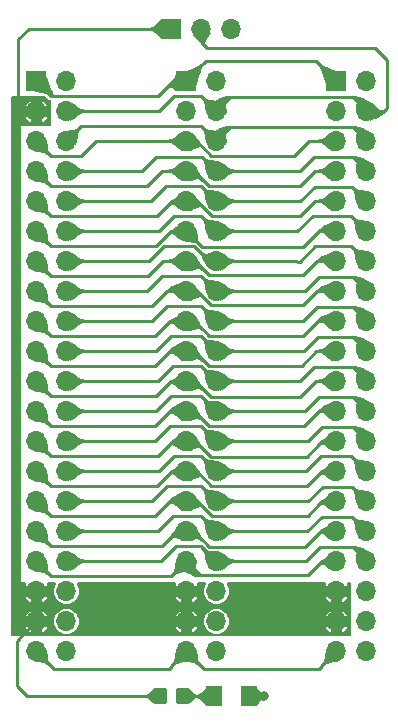
<source format=gbr>
%TF.GenerationSoftware,KiCad,Pcbnew,8.0.1*%
%TF.CreationDate,2024-04-11T20:05:41-05:00*%
%TF.ProjectId,One-to-One LA Adapter,4f6e652d-746f-42d4-9f6e-65204c412041,rev?*%
%TF.SameCoordinates,Original*%
%TF.FileFunction,Copper,L1,Top*%
%TF.FilePolarity,Positive*%
%FSLAX46Y46*%
G04 Gerber Fmt 4.6, Leading zero omitted, Abs format (unit mm)*
G04 Created by KiCad (PCBNEW 8.0.1) date 2024-04-11 20:05:41*
%MOMM*%
%LPD*%
G01*
G04 APERTURE LIST*
G04 Aperture macros list*
%AMRoundRect*
0 Rectangle with rounded corners*
0 $1 Rounding radius*
0 $2 $3 $4 $5 $6 $7 $8 $9 X,Y pos of 4 corners*
0 Add a 4 corners polygon primitive as box body*
4,1,4,$2,$3,$4,$5,$6,$7,$8,$9,$2,$3,0*
0 Add four circle primitives for the rounded corners*
1,1,$1+$1,$2,$3*
1,1,$1+$1,$4,$5*
1,1,$1+$1,$6,$7*
1,1,$1+$1,$8,$9*
0 Add four rect primitives between the rounded corners*
20,1,$1+$1,$2,$3,$4,$5,0*
20,1,$1+$1,$4,$5,$6,$7,0*
20,1,$1+$1,$6,$7,$8,$9,0*
20,1,$1+$1,$8,$9,$2,$3,0*%
G04 Aperture macros list end*
%TA.AperFunction,SMDPad,CuDef*%
%ADD10RoundRect,0.250001X0.462499X0.624999X-0.462499X0.624999X-0.462499X-0.624999X0.462499X-0.624999X0*%
%TD*%
%TA.AperFunction,ComponentPad*%
%ADD11R,1.700000X1.700000*%
%TD*%
%TA.AperFunction,ComponentPad*%
%ADD12O,1.700000X1.700000*%
%TD*%
%TA.AperFunction,SMDPad,CuDef*%
%ADD13RoundRect,0.250000X-0.350000X-0.450000X0.350000X-0.450000X0.350000X0.450000X-0.350000X0.450000X0*%
%TD*%
%TA.AperFunction,ViaPad*%
%ADD14C,0.800000*%
%TD*%
%TA.AperFunction,Conductor*%
%ADD15C,0.254000*%
%TD*%
G04 APERTURE END LIST*
D10*
%TO.P,D1,1,K*%
%TO.N,GND*%
X155157500Y-118110000D03*
%TO.P,D1,2,A*%
%TO.N,Net-(D1-A)*%
X152182500Y-118110000D03*
%TD*%
D11*
%TO.P,J2,1,Pin_1*%
%TO.N,/XCLK*%
X137160000Y-66040000D03*
D12*
%TO.P,J2,2,Pin_2*%
%TO.N,GND*%
X139700000Y-66040000D03*
%TO.P,J2,3,Pin_3*%
%TO.N,+5V*%
X137160000Y-68580000D03*
%TO.P,J2,4,Pin_4*%
%TO.N,/XE*%
X139700000Y-68580000D03*
%TO.P,J2,5,Pin_5*%
%TO.N,/XBUSREQ*%
X137160000Y-71120000D03*
%TO.P,J2,6,Pin_6*%
%TO.N,/XSLC*%
X139700000Y-71120000D03*
%TO.P,J2,7,Pin_7*%
%TO.N,/XBUSACK*%
X137160000Y-73660000D03*
%TO.P,J2,8,Pin_8*%
%TO.N,/XIRQ*%
X139700000Y-73660000D03*
%TO.P,J2,9,Pin_9*%
%TO.N,/XRD*%
X137160000Y-76200000D03*
%TO.P,J2,10,Pin_10*%
%TO.N,/XWR*%
X139700000Y-76200000D03*
%TO.P,J2,11,Pin_11*%
%TO.N,/XA0*%
X137160000Y-78740000D03*
%TO.P,J2,12,Pin_12*%
%TO.N,/XA1*%
X139700000Y-78740000D03*
%TO.P,J2,13,Pin_13*%
%TO.N,/XA2*%
X137160000Y-81280000D03*
%TO.P,J2,14,Pin_14*%
%TO.N,/XA3*%
X139700000Y-81280000D03*
%TO.P,J2,15,Pin_15*%
%TO.N,/XA4*%
X137160000Y-83820000D03*
%TO.P,J2,16,Pin_16*%
%TO.N,/XA5*%
X139700000Y-83820000D03*
%TO.P,J2,17,Pin_17*%
%TO.N,/XA6*%
X137160000Y-86360000D03*
%TO.P,J2,18,Pin_18*%
%TO.N,/XA7*%
X139700000Y-86360000D03*
%TO.P,J2,19,Pin_19*%
%TO.N,/XA8*%
X137160000Y-88900000D03*
%TO.P,J2,20,Pin_20*%
%TO.N,/XA9*%
X139700000Y-88900000D03*
%TO.P,J2,21,Pin_21*%
%TO.N,/XA10*%
X137160000Y-91440000D03*
%TO.P,J2,22,Pin_22*%
%TO.N,/XA11*%
X139700000Y-91440000D03*
%TO.P,J2,23,Pin_23*%
%TO.N,/XA12*%
X137160000Y-93980000D03*
%TO.P,J2,24,Pin_24*%
%TO.N,/XA13*%
X139700000Y-93980000D03*
%TO.P,J2,25,Pin_25*%
%TO.N,/XA14*%
X137160000Y-96520000D03*
%TO.P,J2,26,Pin_26*%
%TO.N,/XA15*%
X139700000Y-96520000D03*
%TO.P,J2,27,Pin_27*%
%TO.N,/XD0*%
X137160000Y-99060000D03*
%TO.P,J2,28,Pin_28*%
%TO.N,/XD1*%
X139700000Y-99060000D03*
%TO.P,J2,29,Pin_29*%
%TO.N,/XD2*%
X137160000Y-101600000D03*
%TO.P,J2,30,Pin_30*%
%TO.N,/XD3*%
X139700000Y-101600000D03*
%TO.P,J2,31,Pin_31*%
%TO.N,/XD4*%
X137160000Y-104140000D03*
%TO.P,J2,32,Pin_32*%
%TO.N,/XD5*%
X139700000Y-104140000D03*
%TO.P,J2,33,Pin_33*%
%TO.N,/XD6*%
X137160000Y-106680000D03*
%TO.P,J2,34,Pin_34*%
%TO.N,/XD7*%
X139700000Y-106680000D03*
%TO.P,J2,35,Pin_35*%
%TO.N,+5V*%
X137160000Y-109220000D03*
%TO.P,J2,36,Pin_36*%
%TO.N,GND*%
X139700000Y-109220000D03*
%TO.P,J2,37,Pin_37*%
%TO.N,+5V*%
X137160000Y-111760000D03*
%TO.P,J2,38,Pin_38*%
%TO.N,GND*%
X139700000Y-111760000D03*
%TO.P,J2,39,Pin_39*%
%TO.N,/XIN*%
X137160000Y-114300000D03*
%TO.P,J2,40,Pin_40*%
%TO.N,GND*%
X139700000Y-114300000D03*
%TD*%
D11*
%TO.P,J3,1,Pin_1*%
%TO.N,/XCLK*%
X162560000Y-66040000D03*
D12*
%TO.P,J3,2,Pin_2*%
%TO.N,GND*%
X165100000Y-66040000D03*
%TO.P,J3,3,Pin_3*%
%TO.N,+5V*%
X162560000Y-68580000D03*
%TO.P,J3,4,Pin_4*%
%TO.N,/XE*%
X165100000Y-68580000D03*
%TO.P,J3,5,Pin_5*%
%TO.N,/XBUSREQ*%
X162560000Y-71120000D03*
%TO.P,J3,6,Pin_6*%
%TO.N,/XSLC*%
X165100000Y-71120000D03*
%TO.P,J3,7,Pin_7*%
%TO.N,/XBUSACK*%
X162560000Y-73660000D03*
%TO.P,J3,8,Pin_8*%
%TO.N,/XIRQ*%
X165100000Y-73660000D03*
%TO.P,J3,9,Pin_9*%
%TO.N,/XRD*%
X162560000Y-76200000D03*
%TO.P,J3,10,Pin_10*%
%TO.N,/XWR*%
X165100000Y-76200000D03*
%TO.P,J3,11,Pin_11*%
%TO.N,/XA0*%
X162560000Y-78740000D03*
%TO.P,J3,12,Pin_12*%
%TO.N,/XA1*%
X165100000Y-78740000D03*
%TO.P,J3,13,Pin_13*%
%TO.N,/XA2*%
X162560000Y-81280000D03*
%TO.P,J3,14,Pin_14*%
%TO.N,/XA3*%
X165100000Y-81280000D03*
%TO.P,J3,15,Pin_15*%
%TO.N,/XA4*%
X162560000Y-83820000D03*
%TO.P,J3,16,Pin_16*%
%TO.N,/XA5*%
X165100000Y-83820000D03*
%TO.P,J3,17,Pin_17*%
%TO.N,/XA6*%
X162560000Y-86360000D03*
%TO.P,J3,18,Pin_18*%
%TO.N,/XA7*%
X165100000Y-86360000D03*
%TO.P,J3,19,Pin_19*%
%TO.N,/XA8*%
X162560000Y-88900000D03*
%TO.P,J3,20,Pin_20*%
%TO.N,/XA9*%
X165100000Y-88900000D03*
%TO.P,J3,21,Pin_21*%
%TO.N,/XA10*%
X162560000Y-91440000D03*
%TO.P,J3,22,Pin_22*%
%TO.N,/XA11*%
X165100000Y-91440000D03*
%TO.P,J3,23,Pin_23*%
%TO.N,/XA12*%
X162560000Y-93980000D03*
%TO.P,J3,24,Pin_24*%
%TO.N,/XA13*%
X165100000Y-93980000D03*
%TO.P,J3,25,Pin_25*%
%TO.N,/XA14*%
X162560000Y-96520000D03*
%TO.P,J3,26,Pin_26*%
%TO.N,/XA15*%
X165100000Y-96520000D03*
%TO.P,J3,27,Pin_27*%
%TO.N,/XD0*%
X162560000Y-99060000D03*
%TO.P,J3,28,Pin_28*%
%TO.N,/XD1*%
X165100000Y-99060000D03*
%TO.P,J3,29,Pin_29*%
%TO.N,/XD2*%
X162560000Y-101600000D03*
%TO.P,J3,30,Pin_30*%
%TO.N,/XD3*%
X165100000Y-101600000D03*
%TO.P,J3,31,Pin_31*%
%TO.N,/XD4*%
X162560000Y-104140000D03*
%TO.P,J3,32,Pin_32*%
%TO.N,/XD5*%
X165100000Y-104140000D03*
%TO.P,J3,33,Pin_33*%
%TO.N,/XD6*%
X162560000Y-106680000D03*
%TO.P,J3,34,Pin_34*%
%TO.N,/XD7*%
X165100000Y-106680000D03*
%TO.P,J3,35,Pin_35*%
%TO.N,+5V*%
X162560000Y-109220000D03*
%TO.P,J3,36,Pin_36*%
%TO.N,GND*%
X165100000Y-109220000D03*
%TO.P,J3,37,Pin_37*%
%TO.N,+5V*%
X162560000Y-111760000D03*
%TO.P,J3,38,Pin_38*%
%TO.N,GND*%
X165100000Y-111760000D03*
%TO.P,J3,39,Pin_39*%
%TO.N,/XIN*%
X162560000Y-114300000D03*
%TO.P,J3,40,Pin_40*%
%TO.N,GND*%
X165100000Y-114300000D03*
%TD*%
D13*
%TO.P,R1,1*%
%TO.N,+5V*%
X147590000Y-118110000D03*
%TO.P,R1,2*%
%TO.N,Net-(D1-A)*%
X149590000Y-118110000D03*
%TD*%
D11*
%TO.P,J4,1,Pin_1*%
%TO.N,+5V*%
X148590000Y-61595000D03*
D12*
%TO.P,J4,2,Pin_2*%
%TO.N,/XE*%
X151130000Y-61595000D03*
%TO.P,J4,3,Pin_3*%
%TO.N,GND*%
X153670000Y-61595000D03*
%TD*%
D11*
%TO.P,J1,1,Pin_1*%
%TO.N,/XCLK*%
X149860000Y-66040000D03*
D12*
%TO.P,J1,2,Pin_2*%
%TO.N,GND*%
X152400000Y-66040000D03*
%TO.P,J1,3,Pin_3*%
%TO.N,+5V*%
X149860000Y-68580000D03*
%TO.P,J1,4,Pin_4*%
%TO.N,/XE*%
X152400000Y-68580000D03*
%TO.P,J1,5,Pin_5*%
%TO.N,/XBUSREQ*%
X149860000Y-71120000D03*
%TO.P,J1,6,Pin_6*%
%TO.N,/XSLC*%
X152400000Y-71120000D03*
%TO.P,J1,7,Pin_7*%
%TO.N,/XBUSACK*%
X149860000Y-73660000D03*
%TO.P,J1,8,Pin_8*%
%TO.N,/XIRQ*%
X152400000Y-73660000D03*
%TO.P,J1,9,Pin_9*%
%TO.N,/XRD*%
X149860000Y-76200000D03*
%TO.P,J1,10,Pin_10*%
%TO.N,/XWR*%
X152400000Y-76200000D03*
%TO.P,J1,11,Pin_11*%
%TO.N,/XA0*%
X149860000Y-78740000D03*
%TO.P,J1,12,Pin_12*%
%TO.N,/XA1*%
X152400000Y-78740000D03*
%TO.P,J1,13,Pin_13*%
%TO.N,/XA2*%
X149860000Y-81280000D03*
%TO.P,J1,14,Pin_14*%
%TO.N,/XA3*%
X152400000Y-81280000D03*
%TO.P,J1,15,Pin_15*%
%TO.N,/XA4*%
X149860000Y-83820000D03*
%TO.P,J1,16,Pin_16*%
%TO.N,/XA5*%
X152400000Y-83820000D03*
%TO.P,J1,17,Pin_17*%
%TO.N,/XA6*%
X149860000Y-86360000D03*
%TO.P,J1,18,Pin_18*%
%TO.N,/XA7*%
X152400000Y-86360000D03*
%TO.P,J1,19,Pin_19*%
%TO.N,/XA8*%
X149860000Y-88900000D03*
%TO.P,J1,20,Pin_20*%
%TO.N,/XA9*%
X152400000Y-88900000D03*
%TO.P,J1,21,Pin_21*%
%TO.N,/XA10*%
X149860000Y-91440000D03*
%TO.P,J1,22,Pin_22*%
%TO.N,/XA11*%
X152400000Y-91440000D03*
%TO.P,J1,23,Pin_23*%
%TO.N,/XA12*%
X149860000Y-93980000D03*
%TO.P,J1,24,Pin_24*%
%TO.N,/XA13*%
X152400000Y-93980000D03*
%TO.P,J1,25,Pin_25*%
%TO.N,/XA14*%
X149860000Y-96520000D03*
%TO.P,J1,26,Pin_26*%
%TO.N,/XA15*%
X152400000Y-96520000D03*
%TO.P,J1,27,Pin_27*%
%TO.N,/XD0*%
X149860000Y-99060000D03*
%TO.P,J1,28,Pin_28*%
%TO.N,/XD1*%
X152400000Y-99060000D03*
%TO.P,J1,29,Pin_29*%
%TO.N,/XD2*%
X149860000Y-101600000D03*
%TO.P,J1,30,Pin_30*%
%TO.N,/XD3*%
X152400000Y-101600000D03*
%TO.P,J1,31,Pin_31*%
%TO.N,/XD4*%
X149860000Y-104140000D03*
%TO.P,J1,32,Pin_32*%
%TO.N,/XD5*%
X152400000Y-104140000D03*
%TO.P,J1,33,Pin_33*%
%TO.N,/XD6*%
X149860000Y-106680000D03*
%TO.P,J1,34,Pin_34*%
%TO.N,/XD7*%
X152400000Y-106680000D03*
%TO.P,J1,35,Pin_35*%
%TO.N,+5V*%
X149860000Y-109220000D03*
%TO.P,J1,36,Pin_36*%
%TO.N,GND*%
X152400000Y-109220000D03*
%TO.P,J1,37,Pin_37*%
%TO.N,+5V*%
X149860000Y-111760000D03*
%TO.P,J1,38,Pin_38*%
%TO.N,GND*%
X152400000Y-111760000D03*
%TO.P,J1,39,Pin_39*%
%TO.N,/XIN*%
X149860000Y-114300000D03*
%TO.P,J1,40,Pin_40*%
%TO.N,GND*%
X152400000Y-114300000D03*
%TD*%
D14*
%TO.N,GND*%
X156464000Y-118110000D03*
%TD*%
D15*
%TO.N,/XA3*%
X163850000Y-80030000D02*
X163850000Y-80000000D01*
X159250000Y-81300000D02*
X159230000Y-81280000D01*
X159230000Y-81280000D02*
X152400000Y-81280000D01*
X147955000Y-80010000D02*
X150483422Y-80010000D01*
X160750000Y-80000000D02*
X159450000Y-81300000D01*
X163850000Y-80000000D02*
X160750000Y-80000000D01*
X146685000Y-81280000D02*
X147955000Y-80010000D01*
X151753422Y-81280000D02*
X152400000Y-81280000D01*
X159450000Y-81300000D02*
X159250000Y-81300000D01*
X139700000Y-81280000D02*
X146685000Y-81280000D01*
X150483422Y-80010000D02*
X151753422Y-81280000D01*
X165100000Y-81280000D02*
X163850000Y-80030000D01*
%TO.N,GND*%
X155157500Y-118110000D02*
X156464000Y-118110000D01*
%TO.N,/XA8*%
X150500000Y-88900000D02*
X151750000Y-90150000D01*
X148463000Y-88900000D02*
X149860000Y-88900000D01*
X151750000Y-90150000D02*
X159600000Y-90150000D01*
X160850000Y-88900000D02*
X162560000Y-88900000D01*
X138430000Y-90170000D02*
X147193000Y-90170000D01*
X149860000Y-88900000D02*
X150500000Y-88900000D01*
X137160000Y-88900000D02*
X138430000Y-90170000D01*
X147193000Y-90170000D02*
X148463000Y-88900000D01*
X159600000Y-90150000D02*
X160850000Y-88900000D01*
%TO.N,/XA11*%
X151123422Y-90170000D02*
X152393422Y-91440000D01*
X163919800Y-90259800D02*
X160690200Y-90259800D01*
X147447000Y-91440000D02*
X148717000Y-90170000D01*
X159510000Y-91440000D02*
X152400000Y-91440000D01*
X165100000Y-91440000D02*
X163919800Y-90259800D01*
X152393422Y-91440000D02*
X152400000Y-91440000D01*
X160690200Y-90259800D02*
X159510000Y-91440000D01*
X139700000Y-91440000D02*
X147447000Y-91440000D01*
X148717000Y-90170000D02*
X151123422Y-90170000D01*
%TO.N,/XD6*%
X137160000Y-106680000D02*
X138430000Y-107950000D01*
X160177719Y-107860200D02*
X161357919Y-106680000D01*
X151040200Y-107860200D02*
X160177719Y-107860200D01*
X138430000Y-107950000D02*
X148590000Y-107950000D01*
X149860000Y-106680000D02*
X151040200Y-107860200D01*
X161357919Y-106680000D02*
X162560000Y-106680000D01*
X148590000Y-107950000D02*
X149860000Y-106680000D01*
%TO.N,/XBUSREQ*%
X159000000Y-72350000D02*
X160230000Y-71120000D01*
X149860000Y-71120000D02*
X150730945Y-71120000D01*
X137160000Y-71120000D02*
X138430000Y-72390000D01*
X160230000Y-71120000D02*
X162560000Y-71120000D01*
X138430000Y-72390000D02*
X140970000Y-72390000D01*
X150730945Y-71120000D02*
X151960945Y-72350000D01*
X151960945Y-72350000D02*
X159000000Y-72350000D01*
X142240000Y-71120000D02*
X149860000Y-71120000D01*
X140970000Y-72390000D02*
X142240000Y-71120000D01*
%TO.N,/XD3*%
X160150000Y-101600000D02*
X152400000Y-101600000D01*
X146978000Y-101600000D02*
X148248000Y-100330000D01*
X165100000Y-101600000D02*
X163850000Y-100350000D01*
X151130000Y-100330000D02*
X152400000Y-101600000D01*
X148248000Y-100330000D02*
X151130000Y-100330000D01*
X163850000Y-100350000D02*
X161400000Y-100350000D01*
X161400000Y-100350000D02*
X160150000Y-101600000D01*
X139700000Y-101600000D02*
X146978000Y-101600000D01*
%TO.N,/XA7*%
X148209000Y-85090000D02*
X151130000Y-85090000D01*
X139700000Y-86360000D02*
X146939000Y-86360000D01*
X151130000Y-85090000D02*
X152400000Y-86360000D01*
X165100000Y-86360000D02*
X163919800Y-85179800D01*
X160870200Y-85179800D02*
X159690000Y-86360000D01*
X163919800Y-85179800D02*
X160870200Y-85179800D01*
X159690000Y-86360000D02*
X152400000Y-86360000D01*
X146939000Y-86360000D02*
X148209000Y-85090000D01*
%TO.N,/XA0*%
X161060000Y-78740000D02*
X162560000Y-78740000D01*
X148578422Y-78740000D02*
X149860000Y-78740000D01*
X137160000Y-78740000D02*
X138430000Y-80010000D01*
X149860000Y-78740000D02*
X151170000Y-80050000D01*
X151170000Y-80050000D02*
X159750000Y-80050000D01*
X147308422Y-80010000D02*
X148578422Y-78740000D01*
X159750000Y-80050000D02*
X161060000Y-78740000D01*
X138430000Y-80010000D02*
X147308422Y-80010000D01*
%TO.N,/XD0*%
X138430000Y-100330000D02*
X147337974Y-100330000D01*
X161340000Y-99060000D02*
X162560000Y-99060000D01*
X151970945Y-100300000D02*
X160100000Y-100300000D01*
X150730945Y-99060000D02*
X151970945Y-100300000D01*
X149860000Y-99060000D02*
X150730945Y-99060000D01*
X137160000Y-99060000D02*
X138430000Y-100330000D01*
X148607974Y-99060000D02*
X149860000Y-99060000D01*
X147337974Y-100330000D02*
X148607974Y-99060000D01*
X160100000Y-100300000D02*
X161340000Y-99060000D01*
%TO.N,+5V*%
X135636000Y-62484000D02*
X136525000Y-61595000D01*
X136525000Y-61595000D02*
X148590000Y-61595000D01*
X135509000Y-117221000D02*
X136398000Y-118110000D01*
X136398000Y-118110000D02*
X147590000Y-118110000D01*
X135509000Y-113411000D02*
X135509000Y-117221000D01*
X135636000Y-68072000D02*
X135636000Y-62484000D01*
X137160000Y-68580000D02*
X136144000Y-68580000D01*
X136144000Y-68580000D02*
X135636000Y-68072000D01*
X137160000Y-111760000D02*
X135509000Y-113411000D01*
%TO.N,/XE*%
X151130000Y-61595000D02*
X151130000Y-62738000D01*
X165862000Y-63246000D02*
X166878000Y-64262000D01*
X151638000Y-63246000D02*
X165862000Y-63246000D01*
X153580200Y-67399800D02*
X152400000Y-68580000D01*
X151130000Y-62738000D02*
X151638000Y-63246000D01*
X147574000Y-68580000D02*
X148844000Y-67310000D01*
X148844000Y-67310000D02*
X151130000Y-67310000D01*
X165100000Y-68580000D02*
X163919800Y-67399800D01*
X163919800Y-67399800D02*
X153580200Y-67399800D01*
X151130000Y-67310000D02*
X152400000Y-68580000D01*
X139700000Y-68580000D02*
X147574000Y-68580000D01*
X165100000Y-68580000D02*
X166624000Y-68580000D01*
X166878000Y-68326000D02*
X166878000Y-64262000D01*
X166624000Y-68580000D02*
X166878000Y-68326000D01*
%TO.N,/XCLK*%
X148756000Y-66040000D02*
X149860000Y-66040000D01*
X151500000Y-64300000D02*
X149860000Y-65940000D01*
X162560000Y-66040000D02*
X160820000Y-64300000D01*
X149860000Y-65940000D02*
X149860000Y-66040000D01*
X147486000Y-67310000D02*
X148756000Y-66040000D01*
X138430000Y-67310000D02*
X147486000Y-67310000D01*
X137160000Y-66040000D02*
X138430000Y-67310000D01*
X160820000Y-64300000D02*
X151500000Y-64300000D01*
%TO.N,/XWR*%
X151130000Y-74930000D02*
X152400000Y-76200000D01*
X163850000Y-74950000D02*
X160750000Y-74950000D01*
X146831145Y-76200000D02*
X148101145Y-74930000D01*
X148101145Y-74930000D02*
X151130000Y-74930000D01*
X165100000Y-76200000D02*
X163850000Y-74950000D01*
X160750000Y-74950000D02*
X159500000Y-76200000D01*
X159500000Y-76200000D02*
X152400000Y-76200000D01*
X139700000Y-76200000D02*
X146831145Y-76200000D01*
%TO.N,/XA14*%
X151900000Y-97800000D02*
X160077919Y-97800000D01*
X148717000Y-96520000D02*
X149860000Y-96520000D01*
X137160000Y-96520000D02*
X138430000Y-97790000D01*
X150620000Y-96520000D02*
X151900000Y-97800000D01*
X138430000Y-97790000D02*
X147447000Y-97790000D01*
X149860000Y-96520000D02*
X150620000Y-96520000D01*
X160077919Y-97800000D02*
X161357919Y-96520000D01*
X147447000Y-97790000D02*
X148717000Y-96520000D01*
X161357919Y-96520000D02*
X162560000Y-96520000D01*
%TO.N,/XIRQ*%
X146111052Y-73660000D02*
X147320000Y-72451052D01*
X139700000Y-73660000D02*
X146111052Y-73660000D01*
X151191052Y-72451052D02*
X152400000Y-73660000D01*
X147320000Y-72451052D02*
X151191052Y-72451052D01*
X160670200Y-72479800D02*
X159490000Y-73660000D01*
X163919800Y-72479800D02*
X160670200Y-72479800D01*
X159490000Y-73660000D02*
X152400000Y-73660000D01*
X165100000Y-73660000D02*
X163919800Y-72479800D01*
%TO.N,/XA2*%
X150580000Y-81280000D02*
X151760200Y-82460200D01*
X138430000Y-82550000D02*
X146604052Y-82550000D01*
X137160000Y-81280000D02*
X138430000Y-82550000D01*
X151760200Y-82460200D02*
X159739800Y-82460200D01*
X160920000Y-81280000D02*
X162560000Y-81280000D01*
X159739800Y-82460200D02*
X160920000Y-81280000D01*
X149860000Y-81280000D02*
X150580000Y-81280000D01*
X147874052Y-81280000D02*
X149860000Y-81280000D01*
X146604052Y-82550000D02*
X147874052Y-81280000D01*
%TO.N,/XA6*%
X147224948Y-87630000D02*
X148494948Y-86360000D01*
X160990000Y-86360000D02*
X162560000Y-86360000D01*
X159750000Y-87600000D02*
X160990000Y-86360000D01*
X150560000Y-86360000D02*
X151800000Y-87600000D01*
X148494948Y-86360000D02*
X149860000Y-86360000D01*
X149860000Y-86360000D02*
X150560000Y-86360000D01*
X151800000Y-87600000D02*
X159750000Y-87600000D01*
X137160000Y-86360000D02*
X138430000Y-87630000D01*
X138430000Y-87630000D02*
X147224948Y-87630000D01*
%TO.N,/XD1*%
X161250000Y-97750000D02*
X159940000Y-99060000D01*
X165100000Y-99060000D02*
X163790000Y-97750000D01*
X159940000Y-99060000D02*
X152400000Y-99060000D01*
X147574000Y-99060000D02*
X148844000Y-97790000D01*
X139700000Y-99060000D02*
X147574000Y-99060000D01*
X163790000Y-97750000D02*
X161250000Y-97750000D01*
X151130000Y-97790000D02*
X152400000Y-99060000D01*
X148844000Y-97790000D02*
X151130000Y-97790000D01*
%TO.N,/XA15*%
X147193000Y-96520000D02*
X148463000Y-95250000D01*
X161310200Y-95339800D02*
X160130000Y-96520000D01*
X139700000Y-96520000D02*
X147193000Y-96520000D01*
X151130000Y-95250000D02*
X152400000Y-96520000D01*
X165100000Y-96520000D02*
X163919800Y-95339800D01*
X160130000Y-96520000D02*
X152400000Y-96520000D01*
X148463000Y-95250000D02*
X151130000Y-95250000D01*
X163919800Y-95339800D02*
X161310200Y-95339800D01*
%TO.N,/XD2*%
X137160000Y-101600000D02*
X138430000Y-102870000D01*
X150730945Y-101600000D02*
X151980945Y-102850000D01*
X147193000Y-102870000D02*
X148463000Y-101600000D01*
X161357919Y-101600000D02*
X162560000Y-101600000D01*
X160107919Y-102850000D02*
X161357919Y-101600000D01*
X148463000Y-101600000D02*
X149860000Y-101600000D01*
X151980945Y-102850000D02*
X160107919Y-102850000D01*
X138430000Y-102870000D02*
X147193000Y-102870000D01*
X149860000Y-101600000D02*
X150730945Y-101600000D01*
%TO.N,/XA13*%
X139700000Y-93980000D02*
X147320000Y-93980000D01*
X161050200Y-92799800D02*
X159870000Y-93980000D01*
X163919800Y-92799800D02*
X161050200Y-92799800D01*
X159870000Y-93980000D02*
X152400000Y-93980000D01*
X151130000Y-92710000D02*
X152400000Y-93980000D01*
X148590000Y-92710000D02*
X151130000Y-92710000D01*
X165100000Y-93980000D02*
X163919800Y-92799800D01*
X147320000Y-93980000D02*
X148590000Y-92710000D01*
%TO.N,/XD5*%
X165100000Y-104140000D02*
X163860000Y-102900000D01*
X148717000Y-102870000D02*
X151130000Y-102870000D01*
X147447000Y-104140000D02*
X148717000Y-102870000D01*
X151130000Y-102870000D02*
X152400000Y-104140000D01*
X139700000Y-104140000D02*
X147447000Y-104140000D01*
X160060000Y-104140000D02*
X152400000Y-104140000D01*
X161300000Y-102900000D02*
X160060000Y-104140000D01*
X163860000Y-102900000D02*
X161300000Y-102900000D01*
%TO.N,/XA5*%
X161060200Y-82639800D02*
X159880000Y-83820000D01*
X146558000Y-83820000D02*
X147828000Y-82550000D01*
X147828000Y-82550000D02*
X151130000Y-82550000D01*
X139700000Y-83820000D02*
X146558000Y-83820000D01*
X165100000Y-83820000D02*
X163919800Y-82639800D01*
X159880000Y-83820000D02*
X152400000Y-83820000D01*
X151130000Y-82550000D02*
X152400000Y-83820000D01*
X163919800Y-82639800D02*
X161060200Y-82639800D01*
%TO.N,/XSLC*%
X153580200Y-69939800D02*
X152400000Y-71120000D01*
X140970000Y-69850000D02*
X151130000Y-69850000D01*
X151130000Y-69850000D02*
X152400000Y-71120000D01*
X163919800Y-69939800D02*
X153580200Y-69939800D01*
X139700000Y-71120000D02*
X140970000Y-69850000D01*
X165100000Y-71120000D02*
X163919800Y-69939800D01*
%TO.N,/XA10*%
X151900000Y-92750000D02*
X159500000Y-92750000D01*
X160810000Y-91440000D02*
X162560000Y-91440000D01*
X148590000Y-91440000D02*
X149860000Y-91440000D01*
X138430000Y-92710000D02*
X147320000Y-92710000D01*
X147320000Y-92710000D02*
X148590000Y-91440000D01*
X137160000Y-91440000D02*
X138430000Y-92710000D01*
X149860000Y-91440000D02*
X150590000Y-91440000D01*
X150590000Y-91440000D02*
X151900000Y-92750000D01*
X159500000Y-92750000D02*
X160810000Y-91440000D01*
%TO.N,/XRD*%
X160700000Y-76200000D02*
X162560000Y-76200000D01*
X138430000Y-77470000D02*
X147387919Y-77470000D01*
X147387919Y-77470000D02*
X148657919Y-76200000D01*
X159450000Y-77450000D02*
X160700000Y-76200000D01*
X151980945Y-77450000D02*
X159450000Y-77450000D01*
X149860000Y-76200000D02*
X150730945Y-76200000D01*
X137160000Y-76200000D02*
X138430000Y-77470000D01*
X148657919Y-76200000D02*
X149860000Y-76200000D01*
X150730945Y-76200000D02*
X151980945Y-77450000D01*
%TO.N,/XA12*%
X148463000Y-93980000D02*
X149860000Y-93980000D01*
X147193000Y-95250000D02*
X148463000Y-93980000D01*
X161070000Y-93980000D02*
X162560000Y-93980000D01*
X137160000Y-93980000D02*
X138430000Y-95250000D01*
X151750000Y-95200000D02*
X159850000Y-95200000D01*
X150530000Y-93980000D02*
X151750000Y-95200000D01*
X149860000Y-93980000D02*
X150530000Y-93980000D01*
X138430000Y-95250000D02*
X147193000Y-95250000D01*
X159850000Y-95200000D02*
X161070000Y-93980000D01*
%TO.N,/XBUSACK*%
X151776578Y-74930000D02*
X159470000Y-74930000D01*
X150506578Y-73660000D02*
X151776578Y-74930000D01*
X160740000Y-73660000D02*
X162560000Y-73660000D01*
X147828000Y-73660000D02*
X149860000Y-73660000D01*
X146558000Y-74930000D02*
X147828000Y-73660000D01*
X137160000Y-73660000D02*
X138430000Y-74930000D01*
X138430000Y-74930000D02*
X146558000Y-74930000D01*
X149860000Y-73660000D02*
X150506578Y-73660000D01*
X159470000Y-74930000D02*
X160740000Y-73660000D01*
%TO.N,/XA4*%
X159763760Y-85000200D02*
X160943960Y-83820000D01*
X138430000Y-85090000D02*
X146970948Y-85090000D01*
X160943960Y-83820000D02*
X162560000Y-83820000D01*
X137160000Y-83820000D02*
X138430000Y-85090000D01*
X146970948Y-85090000D02*
X148240948Y-83820000D01*
X150730945Y-83820000D02*
X151911145Y-85000200D01*
X148240948Y-83820000D02*
X149860000Y-83820000D01*
X149860000Y-83820000D02*
X150730945Y-83820000D01*
X151911145Y-85000200D02*
X159763760Y-85000200D01*
%TO.N,/XA9*%
X165100000Y-88900000D02*
X163919800Y-87719800D01*
X147320000Y-88900000D02*
X148590000Y-87630000D01*
X148590000Y-87630000D02*
X151130000Y-87630000D01*
X159800000Y-88900000D02*
X152400000Y-88900000D01*
X163919800Y-87719800D02*
X160980200Y-87719800D01*
X160980200Y-87719800D02*
X159800000Y-88900000D01*
X151130000Y-87630000D02*
X152400000Y-88900000D01*
X139700000Y-88900000D02*
X147320000Y-88900000D01*
%TO.N,/XD4*%
X150490000Y-104140000D02*
X151800000Y-105450000D01*
X161210000Y-104140000D02*
X162560000Y-104140000D01*
X137160000Y-104140000D02*
X138430000Y-105410000D01*
X138430000Y-105410000D02*
X147820948Y-105410000D01*
X159900000Y-105450000D02*
X161210000Y-104140000D01*
X147820948Y-105410000D02*
X149090948Y-104140000D01*
X149860000Y-104140000D02*
X150490000Y-104140000D01*
X151800000Y-105450000D02*
X159900000Y-105450000D01*
X149090948Y-104140000D02*
X149860000Y-104140000D01*
%TO.N,/XA1*%
X163810000Y-77450000D02*
X160530000Y-77450000D01*
X139700000Y-78740000D02*
X147567235Y-78740000D01*
X165100000Y-78740000D02*
X163810000Y-77450000D01*
X148837235Y-77470000D02*
X151130000Y-77470000D01*
X159240000Y-78740000D02*
X152400000Y-78740000D01*
X165100000Y-78740000D02*
X165100000Y-78550000D01*
X151130000Y-77470000D02*
X152400000Y-78740000D01*
X147567235Y-78740000D02*
X148837235Y-77470000D01*
X160530000Y-77450000D02*
X159240000Y-78740000D01*
%TO.N,/XIN*%
X149860000Y-114300000D02*
X151360000Y-115800000D01*
X148360000Y-115800000D02*
X149860000Y-114300000D01*
X138660000Y-115800000D02*
X148360000Y-115800000D01*
X137160000Y-114300000D02*
X138660000Y-115800000D01*
X151360000Y-115800000D02*
X161060000Y-115800000D01*
X161060000Y-115800000D02*
X162560000Y-114300000D01*
%TO.N,/XD7*%
X148971000Y-105410000D02*
X151113422Y-105410000D01*
X152383422Y-106680000D02*
X152400000Y-106680000D01*
X147701000Y-106680000D02*
X148971000Y-105410000D01*
X163919800Y-105499800D02*
X161200200Y-105499800D01*
X151113422Y-105410000D02*
X152383422Y-106680000D01*
X160020000Y-106680000D02*
X152400000Y-106680000D01*
X165100000Y-106680000D02*
X163919800Y-105499800D01*
X139700000Y-106680000D02*
X147701000Y-106680000D01*
X161200200Y-105499800D02*
X160020000Y-106680000D01*
%TO.N,Net-(D1-A)*%
X149590000Y-118110000D02*
X152182500Y-118110000D01*
%TD*%
%TA.AperFunction,Conductor*%
%TO.N,+5V*%
G36*
X135890000Y-113030000D02*
G01*
X135102100Y-113030000D01*
X135042969Y-113010787D01*
X135006424Y-112960487D01*
X135001500Y-112929400D01*
X135001500Y-67410600D01*
X135020713Y-67351469D01*
X135071013Y-67314924D01*
X135102100Y-67310000D01*
X135890000Y-67310000D01*
X135890000Y-113030000D01*
G37*
%TD.AperFunction*%
%TD*%
%TA.AperFunction,Conductor*%
%TO.N,+5V*%
G36*
X136273460Y-108477213D02*
G01*
X136310005Y-108527513D01*
X136310005Y-108589687D01*
X136292095Y-108622419D01*
X136282731Y-108633828D01*
X136282729Y-108633831D01*
X136236671Y-108719999D01*
X136236672Y-108720000D01*
X137094174Y-108720000D01*
X136967007Y-108754075D01*
X136852993Y-108819901D01*
X136759901Y-108912993D01*
X136694075Y-109027007D01*
X136660000Y-109154174D01*
X136660000Y-109285826D01*
X136694075Y-109412993D01*
X136759901Y-109527007D01*
X136852993Y-109620099D01*
X136967007Y-109685925D01*
X137094174Y-109720000D01*
X137225826Y-109720000D01*
X137660000Y-109720000D01*
X137660000Y-110143326D01*
X137746172Y-110097267D01*
X137906054Y-109966055D01*
X137906055Y-109966054D01*
X138037267Y-109806171D01*
X138037270Y-109806168D01*
X138083328Y-109720000D01*
X137660000Y-109720000D01*
X137225826Y-109720000D01*
X137352993Y-109685925D01*
X137467007Y-109620099D01*
X137560099Y-109527007D01*
X137625925Y-109412993D01*
X137660000Y-109285826D01*
X137660000Y-109154174D01*
X137625925Y-109027007D01*
X137560099Y-108912993D01*
X137467007Y-108819901D01*
X137352993Y-108754075D01*
X137225826Y-108720000D01*
X138083328Y-108720000D01*
X138083328Y-108719999D01*
X138037270Y-108633831D01*
X138037268Y-108633828D01*
X138027905Y-108622419D01*
X138005245Y-108564521D01*
X138020945Y-108504362D01*
X138069006Y-108464919D01*
X138105671Y-108458000D01*
X138749545Y-108458000D01*
X138808676Y-108477213D01*
X138845221Y-108527513D01*
X138845221Y-108589687D01*
X138827309Y-108622421D01*
X138819642Y-108631762D01*
X138819637Y-108631769D01*
X138721798Y-108814813D01*
X138721795Y-108814820D01*
X138661548Y-109013433D01*
X138661547Y-109013437D01*
X138661547Y-109013439D01*
X138641202Y-109220000D01*
X138661547Y-109426561D01*
X138661547Y-109426563D01*
X138661548Y-109426566D01*
X138721795Y-109625179D01*
X138721798Y-109625186D01*
X138819637Y-109808230D01*
X138819642Y-109808237D01*
X138951316Y-109968682D01*
X138951317Y-109968683D01*
X139111762Y-110100357D01*
X139111769Y-110100362D01*
X139294813Y-110198201D01*
X139294820Y-110198204D01*
X139456458Y-110247235D01*
X139493439Y-110258453D01*
X139700000Y-110278798D01*
X139906561Y-110258453D01*
X140005872Y-110228327D01*
X140105179Y-110198204D01*
X140105186Y-110198201D01*
X140288230Y-110100362D01*
X140288231Y-110100360D01*
X140288237Y-110100358D01*
X140448683Y-109968683D01*
X140580358Y-109808237D01*
X140581463Y-109806171D01*
X140627522Y-109720000D01*
X148936672Y-109720000D01*
X148982729Y-109806168D01*
X148982732Y-109806171D01*
X149113944Y-109966054D01*
X149113945Y-109966055D01*
X149273828Y-110097267D01*
X149273827Y-110097267D01*
X149360000Y-110143326D01*
X149360000Y-109720000D01*
X148936672Y-109720000D01*
X140627522Y-109720000D01*
X140678201Y-109625186D01*
X140678204Y-109625179D01*
X140738451Y-109426566D01*
X140738453Y-109426561D01*
X140758798Y-109220000D01*
X140738453Y-109013439D01*
X140727235Y-108976458D01*
X140678204Y-108814820D01*
X140678201Y-108814813D01*
X140580362Y-108631769D01*
X140580357Y-108631762D01*
X140572691Y-108622421D01*
X140550030Y-108564524D01*
X140565727Y-108504364D01*
X140613788Y-108464920D01*
X140650455Y-108458000D01*
X148914329Y-108458000D01*
X148973460Y-108477213D01*
X149010005Y-108527513D01*
X149010005Y-108589687D01*
X148992095Y-108622419D01*
X148982731Y-108633828D01*
X148982729Y-108633831D01*
X148936671Y-108719999D01*
X148936672Y-108720000D01*
X149794174Y-108720000D01*
X149667007Y-108754075D01*
X149552993Y-108819901D01*
X149459901Y-108912993D01*
X149394075Y-109027007D01*
X149360000Y-109154174D01*
X149360000Y-109285826D01*
X149394075Y-109412993D01*
X149459901Y-109527007D01*
X149552993Y-109620099D01*
X149667007Y-109685925D01*
X149794174Y-109720000D01*
X149925826Y-109720000D01*
X150360000Y-109720000D01*
X150360000Y-110143326D01*
X150446172Y-110097267D01*
X150606054Y-109966055D01*
X150606055Y-109966054D01*
X150737267Y-109806171D01*
X150737270Y-109806168D01*
X150783328Y-109720000D01*
X150360000Y-109720000D01*
X149925826Y-109720000D01*
X150052993Y-109685925D01*
X150167007Y-109620099D01*
X150260099Y-109527007D01*
X150325925Y-109412993D01*
X150360000Y-109285826D01*
X150360000Y-109154174D01*
X150325925Y-109027007D01*
X150260099Y-108912993D01*
X150167007Y-108819901D01*
X150052993Y-108754075D01*
X149925826Y-108720000D01*
X150783328Y-108720000D01*
X150783328Y-108719999D01*
X150737270Y-108633831D01*
X150737268Y-108633828D01*
X150727905Y-108622419D01*
X150705245Y-108564521D01*
X150720945Y-108504362D01*
X150769006Y-108464919D01*
X150805671Y-108458000D01*
X151449545Y-108458000D01*
X151508676Y-108477213D01*
X151545221Y-108527513D01*
X151545221Y-108589687D01*
X151527309Y-108622421D01*
X151519642Y-108631762D01*
X151519637Y-108631769D01*
X151421798Y-108814813D01*
X151421795Y-108814820D01*
X151361548Y-109013433D01*
X151361547Y-109013437D01*
X151361547Y-109013439D01*
X151341202Y-109220000D01*
X151361547Y-109426561D01*
X151361547Y-109426563D01*
X151361548Y-109426566D01*
X151421795Y-109625179D01*
X151421798Y-109625186D01*
X151519637Y-109808230D01*
X151519642Y-109808237D01*
X151651316Y-109968682D01*
X151651317Y-109968683D01*
X151811762Y-110100357D01*
X151811769Y-110100362D01*
X151994813Y-110198201D01*
X151994820Y-110198204D01*
X152156458Y-110247235D01*
X152193439Y-110258453D01*
X152400000Y-110278798D01*
X152606561Y-110258453D01*
X152705872Y-110228327D01*
X152805179Y-110198204D01*
X152805186Y-110198201D01*
X152988230Y-110100362D01*
X152988231Y-110100360D01*
X152988237Y-110100358D01*
X153148683Y-109968683D01*
X153280358Y-109808237D01*
X153281463Y-109806171D01*
X153327522Y-109720000D01*
X161636672Y-109720000D01*
X161682729Y-109806168D01*
X161682732Y-109806171D01*
X161813944Y-109966054D01*
X161813945Y-109966055D01*
X161973828Y-110097267D01*
X161973827Y-110097267D01*
X162060000Y-110143326D01*
X162060000Y-109720000D01*
X161636672Y-109720000D01*
X153327522Y-109720000D01*
X153378201Y-109625186D01*
X153378204Y-109625179D01*
X153438451Y-109426566D01*
X153438453Y-109426561D01*
X153458798Y-109220000D01*
X153438453Y-109013439D01*
X153427235Y-108976458D01*
X153378204Y-108814820D01*
X153378201Y-108814813D01*
X153280362Y-108631769D01*
X153280357Y-108631762D01*
X153272691Y-108622421D01*
X153250030Y-108564524D01*
X153265727Y-108504364D01*
X153313788Y-108464920D01*
X153350455Y-108458000D01*
X161614329Y-108458000D01*
X161673460Y-108477213D01*
X161710005Y-108527513D01*
X161710005Y-108589687D01*
X161692095Y-108622419D01*
X161682731Y-108633828D01*
X161682729Y-108633831D01*
X161636671Y-108719999D01*
X161636672Y-108720000D01*
X162494174Y-108720000D01*
X162367007Y-108754075D01*
X162252993Y-108819901D01*
X162159901Y-108912993D01*
X162094075Y-109027007D01*
X162060000Y-109154174D01*
X162060000Y-109285826D01*
X162094075Y-109412993D01*
X162159901Y-109527007D01*
X162252993Y-109620099D01*
X162367007Y-109685925D01*
X162494174Y-109720000D01*
X162625826Y-109720000D01*
X163060000Y-109720000D01*
X163060000Y-110143326D01*
X163146172Y-110097267D01*
X163306054Y-109966055D01*
X163306055Y-109966054D01*
X163437267Y-109806171D01*
X163437270Y-109806168D01*
X163483328Y-109720000D01*
X163060000Y-109720000D01*
X162625826Y-109720000D01*
X162752993Y-109685925D01*
X162867007Y-109620099D01*
X162960099Y-109527007D01*
X163025925Y-109412993D01*
X163060000Y-109285826D01*
X163060000Y-109154174D01*
X163025925Y-109027007D01*
X162960099Y-108912993D01*
X162867007Y-108819901D01*
X162752993Y-108754075D01*
X162625826Y-108720000D01*
X163483328Y-108720000D01*
X163483328Y-108719999D01*
X163437270Y-108633831D01*
X163437268Y-108633828D01*
X163427905Y-108622419D01*
X163405245Y-108564521D01*
X163420945Y-108504362D01*
X163469006Y-108464919D01*
X163505671Y-108458000D01*
X163729400Y-108458000D01*
X163788531Y-108477213D01*
X163825076Y-108527513D01*
X163830000Y-108558600D01*
X163830000Y-112929400D01*
X163810787Y-112988531D01*
X163760487Y-113025076D01*
X163729400Y-113030000D01*
X135102100Y-113030000D01*
X135042969Y-113010787D01*
X135006424Y-112960487D01*
X135001500Y-112929400D01*
X135001500Y-112260000D01*
X136236672Y-112260000D01*
X136282729Y-112346168D01*
X136282732Y-112346171D01*
X136413944Y-112506054D01*
X136413945Y-112506055D01*
X136573828Y-112637267D01*
X136573827Y-112637267D01*
X136660000Y-112683326D01*
X136660000Y-112260000D01*
X136236672Y-112260000D01*
X135001500Y-112260000D01*
X135001500Y-111825826D01*
X136660000Y-111825826D01*
X136694075Y-111952993D01*
X136759901Y-112067007D01*
X136852993Y-112160099D01*
X136967007Y-112225925D01*
X137094174Y-112260000D01*
X137225826Y-112260000D01*
X137660000Y-112260000D01*
X137660000Y-112683326D01*
X137746172Y-112637267D01*
X137906054Y-112506055D01*
X137906055Y-112506054D01*
X138037267Y-112346171D01*
X138037270Y-112346168D01*
X138083328Y-112260000D01*
X137660000Y-112260000D01*
X137225826Y-112260000D01*
X137352993Y-112225925D01*
X137467007Y-112160099D01*
X137560099Y-112067007D01*
X137625925Y-111952993D01*
X137660000Y-111825826D01*
X137660000Y-111760000D01*
X138641202Y-111760000D01*
X138661547Y-111966561D01*
X138661547Y-111966563D01*
X138661548Y-111966566D01*
X138721795Y-112165179D01*
X138721798Y-112165186D01*
X138819637Y-112348230D01*
X138819642Y-112348237D01*
X138951316Y-112508682D01*
X138951317Y-112508683D01*
X139111762Y-112640357D01*
X139111769Y-112640362D01*
X139294813Y-112738201D01*
X139294820Y-112738204D01*
X139456458Y-112787235D01*
X139493439Y-112798453D01*
X139700000Y-112818798D01*
X139906561Y-112798453D01*
X140005872Y-112768327D01*
X140105179Y-112738204D01*
X140105186Y-112738201D01*
X140288230Y-112640362D01*
X140288231Y-112640360D01*
X140288237Y-112640358D01*
X140448683Y-112508683D01*
X140580358Y-112348237D01*
X140581463Y-112346171D01*
X140627522Y-112260000D01*
X148936672Y-112260000D01*
X148982729Y-112346168D01*
X148982732Y-112346171D01*
X149113944Y-112506054D01*
X149113945Y-112506055D01*
X149273828Y-112637267D01*
X149273827Y-112637267D01*
X149360000Y-112683326D01*
X149360000Y-112260000D01*
X148936672Y-112260000D01*
X140627522Y-112260000D01*
X140678201Y-112165186D01*
X140678204Y-112165179D01*
X140738451Y-111966566D01*
X140738453Y-111966561D01*
X140752315Y-111825826D01*
X149360000Y-111825826D01*
X149394075Y-111952993D01*
X149459901Y-112067007D01*
X149552993Y-112160099D01*
X149667007Y-112225925D01*
X149794174Y-112260000D01*
X149925826Y-112260000D01*
X150360000Y-112260000D01*
X150360000Y-112683326D01*
X150446172Y-112637267D01*
X150606054Y-112506055D01*
X150606055Y-112506054D01*
X150737267Y-112346171D01*
X150737270Y-112346168D01*
X150783328Y-112260000D01*
X150360000Y-112260000D01*
X149925826Y-112260000D01*
X150052993Y-112225925D01*
X150167007Y-112160099D01*
X150260099Y-112067007D01*
X150325925Y-111952993D01*
X150360000Y-111825826D01*
X150360000Y-111760000D01*
X151341202Y-111760000D01*
X151361547Y-111966561D01*
X151361547Y-111966563D01*
X151361548Y-111966566D01*
X151421795Y-112165179D01*
X151421798Y-112165186D01*
X151519637Y-112348230D01*
X151519642Y-112348237D01*
X151651316Y-112508682D01*
X151651317Y-112508683D01*
X151811762Y-112640357D01*
X151811769Y-112640362D01*
X151994813Y-112738201D01*
X151994820Y-112738204D01*
X152156458Y-112787235D01*
X152193439Y-112798453D01*
X152400000Y-112818798D01*
X152606561Y-112798453D01*
X152705872Y-112768327D01*
X152805179Y-112738204D01*
X152805186Y-112738201D01*
X152988230Y-112640362D01*
X152988231Y-112640360D01*
X152988237Y-112640358D01*
X153148683Y-112508683D01*
X153280358Y-112348237D01*
X153281463Y-112346171D01*
X153327522Y-112260000D01*
X161636672Y-112260000D01*
X161682729Y-112346168D01*
X161682732Y-112346171D01*
X161813944Y-112506054D01*
X161813945Y-112506055D01*
X161973828Y-112637267D01*
X161973827Y-112637267D01*
X162060000Y-112683326D01*
X162060000Y-112260000D01*
X161636672Y-112260000D01*
X153327522Y-112260000D01*
X153378201Y-112165186D01*
X153378204Y-112165179D01*
X153438451Y-111966566D01*
X153438453Y-111966561D01*
X153452315Y-111825826D01*
X162060000Y-111825826D01*
X162094075Y-111952993D01*
X162159901Y-112067007D01*
X162252993Y-112160099D01*
X162367007Y-112225925D01*
X162494174Y-112260000D01*
X162625826Y-112260000D01*
X163060000Y-112260000D01*
X163060000Y-112683326D01*
X163146172Y-112637267D01*
X163306054Y-112506055D01*
X163306055Y-112506054D01*
X163437267Y-112346171D01*
X163437270Y-112346168D01*
X163483328Y-112260000D01*
X163060000Y-112260000D01*
X162625826Y-112260000D01*
X162752993Y-112225925D01*
X162867007Y-112160099D01*
X162960099Y-112067007D01*
X163025925Y-111952993D01*
X163060000Y-111825826D01*
X163060000Y-111694174D01*
X163025925Y-111567007D01*
X162960099Y-111452993D01*
X162867007Y-111359901D01*
X162752993Y-111294075D01*
X162625826Y-111260000D01*
X162494174Y-111260000D01*
X162367007Y-111294075D01*
X162252993Y-111359901D01*
X162159901Y-111452993D01*
X162094075Y-111567007D01*
X162060000Y-111694174D01*
X162060000Y-111825826D01*
X153452315Y-111825826D01*
X153458798Y-111760000D01*
X153438453Y-111553439D01*
X153427235Y-111516458D01*
X153378204Y-111354820D01*
X153378201Y-111354813D01*
X153327522Y-111259999D01*
X161636671Y-111259999D01*
X161636672Y-111260000D01*
X162060000Y-111260000D01*
X162060000Y-110836671D01*
X163060000Y-110836671D01*
X163060000Y-111260000D01*
X163483328Y-111260000D01*
X163483328Y-111259999D01*
X163437270Y-111173831D01*
X163437267Y-111173828D01*
X163306055Y-111013945D01*
X163306054Y-111013944D01*
X163146171Y-110882732D01*
X163146168Y-110882729D01*
X163060000Y-110836671D01*
X162060000Y-110836671D01*
X162059999Y-110836671D01*
X161973831Y-110882729D01*
X161973828Y-110882732D01*
X161813945Y-111013944D01*
X161813944Y-111013945D01*
X161682732Y-111173828D01*
X161682729Y-111173831D01*
X161636671Y-111259999D01*
X153327522Y-111259999D01*
X153280362Y-111171769D01*
X153280357Y-111171762D01*
X153148683Y-111011317D01*
X153148682Y-111011316D01*
X152988237Y-110879642D01*
X152988230Y-110879637D01*
X152805186Y-110781798D01*
X152805179Y-110781795D01*
X152606566Y-110721548D01*
X152606563Y-110721547D01*
X152606561Y-110721547D01*
X152400000Y-110701202D01*
X152193439Y-110721547D01*
X152193437Y-110721547D01*
X152193433Y-110721548D01*
X151994820Y-110781795D01*
X151994813Y-110781798D01*
X151811769Y-110879637D01*
X151811762Y-110879642D01*
X151651317Y-111011316D01*
X151651316Y-111011317D01*
X151519642Y-111171762D01*
X151519637Y-111171769D01*
X151421798Y-111354813D01*
X151421795Y-111354820D01*
X151361548Y-111553433D01*
X151361547Y-111553437D01*
X151361547Y-111553439D01*
X151341202Y-111760000D01*
X150360000Y-111760000D01*
X150360000Y-111694174D01*
X150325925Y-111567007D01*
X150260099Y-111452993D01*
X150167007Y-111359901D01*
X150052993Y-111294075D01*
X149925826Y-111260000D01*
X149794174Y-111260000D01*
X149667007Y-111294075D01*
X149552993Y-111359901D01*
X149459901Y-111452993D01*
X149394075Y-111567007D01*
X149360000Y-111694174D01*
X149360000Y-111825826D01*
X140752315Y-111825826D01*
X140758798Y-111760000D01*
X140738453Y-111553439D01*
X140727235Y-111516458D01*
X140678204Y-111354820D01*
X140678201Y-111354813D01*
X140627522Y-111259999D01*
X148936671Y-111259999D01*
X148936672Y-111260000D01*
X149360000Y-111260000D01*
X149360000Y-110836671D01*
X150360000Y-110836671D01*
X150360000Y-111260000D01*
X150783328Y-111260000D01*
X150783328Y-111259999D01*
X150737270Y-111173831D01*
X150737267Y-111173828D01*
X150606055Y-111013945D01*
X150606054Y-111013944D01*
X150446171Y-110882732D01*
X150446168Y-110882729D01*
X150360000Y-110836671D01*
X149360000Y-110836671D01*
X149359999Y-110836671D01*
X149273831Y-110882729D01*
X149273828Y-110882732D01*
X149113945Y-111013944D01*
X149113944Y-111013945D01*
X148982732Y-111173828D01*
X148982729Y-111173831D01*
X148936671Y-111259999D01*
X140627522Y-111259999D01*
X140580362Y-111171769D01*
X140580357Y-111171762D01*
X140448683Y-111011317D01*
X140448682Y-111011316D01*
X140288237Y-110879642D01*
X140288230Y-110879637D01*
X140105186Y-110781798D01*
X140105179Y-110781795D01*
X139906566Y-110721548D01*
X139906563Y-110721547D01*
X139906561Y-110721547D01*
X139700000Y-110701202D01*
X139493439Y-110721547D01*
X139493437Y-110721547D01*
X139493433Y-110721548D01*
X139294820Y-110781795D01*
X139294813Y-110781798D01*
X139111769Y-110879637D01*
X139111762Y-110879642D01*
X138951317Y-111011316D01*
X138951316Y-111011317D01*
X138819642Y-111171762D01*
X138819637Y-111171769D01*
X138721798Y-111354813D01*
X138721795Y-111354820D01*
X138661548Y-111553433D01*
X138661547Y-111553437D01*
X138661547Y-111553439D01*
X138641202Y-111760000D01*
X137660000Y-111760000D01*
X137660000Y-111694174D01*
X137625925Y-111567007D01*
X137560099Y-111452993D01*
X137467007Y-111359901D01*
X137352993Y-111294075D01*
X137225826Y-111260000D01*
X137094174Y-111260000D01*
X136967007Y-111294075D01*
X136852993Y-111359901D01*
X136759901Y-111452993D01*
X136694075Y-111567007D01*
X136660000Y-111694174D01*
X136660000Y-111825826D01*
X135001500Y-111825826D01*
X135001500Y-111259999D01*
X136236671Y-111259999D01*
X136236672Y-111260000D01*
X136660000Y-111260000D01*
X136660000Y-110836671D01*
X137660000Y-110836671D01*
X137660000Y-111260000D01*
X138083328Y-111260000D01*
X138083328Y-111259999D01*
X138037270Y-111173831D01*
X138037267Y-111173828D01*
X137906055Y-111013945D01*
X137906054Y-111013944D01*
X137746171Y-110882732D01*
X137746168Y-110882729D01*
X137660000Y-110836671D01*
X136660000Y-110836671D01*
X136659999Y-110836671D01*
X136573831Y-110882729D01*
X136573828Y-110882732D01*
X136413945Y-111013944D01*
X136413944Y-111013945D01*
X136282732Y-111173828D01*
X136282729Y-111173831D01*
X136236671Y-111259999D01*
X135001500Y-111259999D01*
X135001500Y-109720000D01*
X136236672Y-109720000D01*
X136282729Y-109806168D01*
X136282732Y-109806171D01*
X136413944Y-109966054D01*
X136413945Y-109966055D01*
X136573828Y-110097267D01*
X136573827Y-110097267D01*
X136660000Y-110143326D01*
X136660000Y-109720000D01*
X136236672Y-109720000D01*
X135001500Y-109720000D01*
X135001500Y-108458000D01*
X135890000Y-108458000D01*
X136214329Y-108458000D01*
X136273460Y-108477213D01*
G37*
%TD.AperFunction*%
%TD*%
%TA.AperFunction,Conductor*%
%TO.N,+5V*%
G36*
X137979781Y-67329213D02*
G01*
X137991785Y-67339465D01*
X138161856Y-67509536D01*
X138161861Y-67509542D01*
X138165374Y-67513055D01*
X138226945Y-67574626D01*
X138302354Y-67618164D01*
X138355436Y-67632387D01*
X138407580Y-67666248D01*
X138429862Y-67724292D01*
X138430000Y-67729559D01*
X138430000Y-69749400D01*
X138410787Y-69808531D01*
X138360487Y-69845076D01*
X138329400Y-69850000D01*
X135001500Y-69850000D01*
X135001500Y-69080000D01*
X136236672Y-69080000D01*
X136282729Y-69166168D01*
X136282732Y-69166171D01*
X136413944Y-69326054D01*
X136413945Y-69326055D01*
X136573828Y-69457267D01*
X136573827Y-69457267D01*
X136660000Y-69503326D01*
X136660000Y-69080000D01*
X136236672Y-69080000D01*
X135001500Y-69080000D01*
X135001500Y-68645826D01*
X136660000Y-68645826D01*
X136694075Y-68772993D01*
X136759901Y-68887007D01*
X136852993Y-68980099D01*
X136967007Y-69045925D01*
X137094174Y-69080000D01*
X137225826Y-69080000D01*
X137660000Y-69080000D01*
X137660000Y-69503326D01*
X137746172Y-69457267D01*
X137906054Y-69326055D01*
X137906055Y-69326054D01*
X138037267Y-69166171D01*
X138037270Y-69166168D01*
X138083328Y-69080000D01*
X137660000Y-69080000D01*
X137225826Y-69080000D01*
X137352993Y-69045925D01*
X137467007Y-68980099D01*
X137560099Y-68887007D01*
X137625925Y-68772993D01*
X137660000Y-68645826D01*
X137660000Y-68514174D01*
X137625925Y-68387007D01*
X137560099Y-68272993D01*
X137467007Y-68179901D01*
X137352993Y-68114075D01*
X137225826Y-68080000D01*
X137094174Y-68080000D01*
X136967007Y-68114075D01*
X136852993Y-68179901D01*
X136759901Y-68272993D01*
X136694075Y-68387007D01*
X136660000Y-68514174D01*
X136660000Y-68645826D01*
X135001500Y-68645826D01*
X135001500Y-68079999D01*
X136236671Y-68079999D01*
X136236672Y-68080000D01*
X136660000Y-68080000D01*
X136660000Y-67656671D01*
X137660000Y-67656671D01*
X137660000Y-68080000D01*
X138083328Y-68080000D01*
X138083328Y-68079999D01*
X138037270Y-67993831D01*
X138037267Y-67993828D01*
X137906055Y-67833945D01*
X137906054Y-67833944D01*
X137746171Y-67702732D01*
X137746168Y-67702729D01*
X137660000Y-67656671D01*
X136660000Y-67656671D01*
X136659999Y-67656671D01*
X136573831Y-67702729D01*
X136573828Y-67702732D01*
X136413945Y-67833944D01*
X136413944Y-67833945D01*
X136282732Y-67993828D01*
X136282729Y-67993831D01*
X136236671Y-68079999D01*
X135001500Y-68079999D01*
X135001500Y-67410600D01*
X135020713Y-67351469D01*
X135071013Y-67314924D01*
X135102100Y-67310000D01*
X137920650Y-67310000D01*
X137979781Y-67329213D01*
G37*
%TD.AperFunction*%
%TD*%
%TA.AperFunction,Conductor*%
%TO.N,/XA3*%
G36*
X152735642Y-80500256D02*
G01*
X152736628Y-80500721D01*
X153064578Y-80674687D01*
X153066254Y-80675771D01*
X153293863Y-80852413D01*
X153489648Y-81005272D01*
X153731974Y-81112534D01*
X154089579Y-81151854D01*
X154097428Y-81156165D01*
X154100000Y-81163484D01*
X154100000Y-81396515D01*
X154096573Y-81404788D01*
X154089579Y-81408145D01*
X153731977Y-81447464D01*
X153731974Y-81447464D01*
X153731974Y-81447465D01*
X153610811Y-81501096D01*
X153489645Y-81554728D01*
X153293890Y-81707565D01*
X153293863Y-81707586D01*
X153066261Y-81884222D01*
X153064571Y-81885315D01*
X152736636Y-82059274D01*
X152727721Y-82060123D01*
X152720817Y-82054421D01*
X152720354Y-82053440D01*
X152400864Y-81284488D01*
X152400856Y-81275534D01*
X152400865Y-81275511D01*
X152468580Y-81112534D01*
X152720350Y-80506570D01*
X152726687Y-80500247D01*
X152735642Y-80500256D01*
G37*
%TD.AperFunction*%
%TD*%
%TA.AperFunction,Conductor*%
%TO.N,/XA3*%
G36*
X140035642Y-80500256D02*
G01*
X140036628Y-80500721D01*
X140364578Y-80674687D01*
X140366254Y-80675771D01*
X140593863Y-80852413D01*
X140789648Y-81005272D01*
X141031974Y-81112534D01*
X141389579Y-81151854D01*
X141397428Y-81156165D01*
X141400000Y-81163484D01*
X141400000Y-81396515D01*
X141396573Y-81404788D01*
X141389579Y-81408145D01*
X141031977Y-81447464D01*
X141031974Y-81447464D01*
X141031974Y-81447465D01*
X140910811Y-81501096D01*
X140789645Y-81554728D01*
X140593890Y-81707565D01*
X140593863Y-81707586D01*
X140366261Y-81884222D01*
X140364571Y-81885315D01*
X140036636Y-82059274D01*
X140027721Y-82060123D01*
X140020817Y-82054421D01*
X140020354Y-82053440D01*
X139700864Y-81284488D01*
X139700856Y-81275534D01*
X139700865Y-81275511D01*
X139768580Y-81112534D01*
X140020350Y-80506570D01*
X140026687Y-80500247D01*
X140035642Y-80500256D01*
G37*
%TD.AperFunction*%
%TD*%
%TA.AperFunction,Conductor*%
%TO.N,/XA3*%
G36*
X151080573Y-80425227D02*
G01*
X151148803Y-80473826D01*
X151327080Y-80600809D01*
X151551383Y-80625946D01*
X151781151Y-80561472D01*
X152051078Y-80474298D01*
X152053191Y-80473827D01*
X152386845Y-80431662D01*
X152395482Y-80434025D01*
X152399919Y-80441803D01*
X152400011Y-80443260D01*
X152400702Y-81275846D01*
X152397282Y-81284122D01*
X152397265Y-81284139D01*
X151807844Y-81872176D01*
X151799567Y-81875593D01*
X151791298Y-81872156D01*
X151790739Y-81871556D01*
X151545527Y-81588614D01*
X151544373Y-81587032D01*
X151400375Y-81350314D01*
X151399883Y-81349419D01*
X151291759Y-81130258D01*
X151146980Y-80892256D01*
X150900040Y-80607321D01*
X150897213Y-80598825D01*
X150900609Y-80591387D01*
X151065513Y-80426483D01*
X151073785Y-80423057D01*
X151080573Y-80425227D01*
G37*
%TD.AperFunction*%
%TD*%
%TA.AperFunction,Conductor*%
%TO.N,/XA3*%
G36*
X163995899Y-79994674D02*
G01*
X164071861Y-80055586D01*
X164276567Y-80219736D01*
X164523762Y-80315240D01*
X164770258Y-80345588D01*
X164770289Y-80345605D01*
X164770291Y-80345592D01*
X165056143Y-80381632D01*
X165058095Y-80382052D01*
X165300969Y-80456564D01*
X165412992Y-80490932D01*
X165419896Y-80496634D01*
X165420745Y-80505549D01*
X165420374Y-80506583D01*
X165102562Y-81276214D01*
X165096237Y-81282553D01*
X165096214Y-81282562D01*
X164326583Y-81600374D01*
X164317628Y-81600365D01*
X164311303Y-81594026D01*
X164310932Y-81592992D01*
X164215694Y-81282562D01*
X164202052Y-81238095D01*
X164201632Y-81236143D01*
X164165592Y-80950291D01*
X164135240Y-80703762D01*
X164039736Y-80456567D01*
X163849824Y-80219734D01*
X163814674Y-80175899D01*
X163812172Y-80167301D01*
X163815528Y-80160308D01*
X163980308Y-79995528D01*
X163988580Y-79992102D01*
X163995899Y-79994674D01*
G37*
%TD.AperFunction*%
%TD*%
%TA.AperFunction,Conductor*%
%TO.N,GND*%
G36*
X155859464Y-117407210D02*
G01*
X155860745Y-117408691D01*
X155974864Y-117565377D01*
X155974880Y-117565397D01*
X156097146Y-117707877D01*
X156097158Y-117707889D01*
X156219430Y-117824982D01*
X156219433Y-117824984D01*
X156219437Y-117824988D01*
X156341718Y-117916692D01*
X156341721Y-117916693D01*
X156341723Y-117916695D01*
X156373282Y-117933807D01*
X156457878Y-117979680D01*
X156463516Y-117986635D01*
X156464000Y-117989964D01*
X156464000Y-118230035D01*
X156460573Y-118238308D01*
X156457877Y-118240320D01*
X156341723Y-118303303D01*
X156341716Y-118303308D01*
X156219434Y-118395013D01*
X156219430Y-118395016D01*
X156097158Y-118512109D01*
X156097146Y-118512121D01*
X155974880Y-118654601D01*
X155974864Y-118654621D01*
X155860745Y-118811308D01*
X155853105Y-118815978D01*
X155844400Y-118813877D01*
X155842919Y-118812596D01*
X155688581Y-118654621D01*
X155164486Y-118118174D01*
X155161157Y-118109864D01*
X155164486Y-118101825D01*
X155842920Y-117407402D01*
X155851152Y-117403880D01*
X155859464Y-117407210D01*
G37*
%TD.AperFunction*%
%TD*%
%TA.AperFunction,Conductor*%
%TO.N,GND*%
G36*
X156315419Y-117751272D02*
G01*
X156315691Y-117751876D01*
X156463123Y-118105498D01*
X156463144Y-118114452D01*
X156463123Y-118114502D01*
X156315691Y-118468123D01*
X156309344Y-118474441D01*
X156300390Y-118474420D01*
X156299786Y-118474148D01*
X156154753Y-118403804D01*
X156153783Y-118403276D01*
X156104463Y-118373305D01*
X156044823Y-118337063D01*
X156044814Y-118337058D01*
X155949037Y-118284304D01*
X155949030Y-118284301D01*
X155833297Y-118249534D01*
X155833294Y-118249533D01*
X155674836Y-118237802D01*
X155666839Y-118233774D01*
X155664000Y-118226134D01*
X155664000Y-117993865D01*
X155667427Y-117985592D01*
X155674834Y-117982197D01*
X155833294Y-117970465D01*
X155871874Y-117958874D01*
X155949030Y-117935696D01*
X155949031Y-117935695D01*
X155949036Y-117935694D01*
X156044823Y-117882935D01*
X156153792Y-117816716D01*
X156154744Y-117816198D01*
X156299787Y-117745850D01*
X156308725Y-117745324D01*
X156315419Y-117751272D01*
G37*
%TD.AperFunction*%
%TD*%
%TA.AperFunction,Conductor*%
%TO.N,/XA8*%
G36*
X150468692Y-88307852D02*
G01*
X150469259Y-88308462D01*
X150714738Y-88592332D01*
X150715906Y-88593940D01*
X150859439Y-88831814D01*
X150859938Y-88832733D01*
X150967333Y-89053093D01*
X150967333Y-89053094D01*
X150967337Y-89053100D01*
X151111649Y-89292266D01*
X151358884Y-89578166D01*
X151361703Y-89586664D01*
X151358307Y-89594091D01*
X151193406Y-89758992D01*
X151185133Y-89762419D01*
X151178332Y-89760239D01*
X150932032Y-89584246D01*
X150932031Y-89584245D01*
X150932030Y-89584245D01*
X150707918Y-89557765D01*
X150707916Y-89557765D01*
X150478354Y-89620561D01*
X150208636Y-89706314D01*
X150206539Y-89706774D01*
X149873136Y-89748361D01*
X149864502Y-89745985D01*
X149860078Y-89738199D01*
X149859989Y-89736777D01*
X149859297Y-88904152D01*
X149862717Y-88895877D01*
X149862734Y-88895860D01*
X150166218Y-88593089D01*
X150452147Y-88307831D01*
X150460423Y-88304415D01*
X150468692Y-88307852D01*
G37*
%TD.AperFunction*%
%TD*%
%TA.AperFunction,Conductor*%
%TO.N,/XA8*%
G36*
X149539208Y-88125507D02*
G01*
X149539229Y-88125557D01*
X149858844Y-88894809D01*
X149858853Y-88903764D01*
X149858846Y-88903780D01*
X149539951Y-89672680D01*
X149533617Y-89679009D01*
X149524662Y-89679005D01*
X149523055Y-89678189D01*
X149514016Y-89672680D01*
X149226351Y-89497350D01*
X149224518Y-89495969D01*
X148987653Y-89278037D01*
X148900770Y-89204055D01*
X148784997Y-89105472D01*
X148580821Y-89055371D01*
X148580821Y-89055372D01*
X148346416Y-89199227D01*
X148337572Y-89200634D01*
X148332023Y-89197528D01*
X148167298Y-89032803D01*
X148163871Y-89024530D01*
X148167298Y-89016257D01*
X148167312Y-89016242D01*
X148452566Y-88736442D01*
X148453064Y-88735983D01*
X148675118Y-88543698D01*
X148676353Y-88542767D01*
X148888624Y-88403730D01*
X148889911Y-88403001D01*
X149154768Y-88274656D01*
X149155327Y-88274403D01*
X149523886Y-88119261D01*
X149532839Y-88119211D01*
X149539208Y-88125507D01*
G37*
%TD.AperFunction*%
%TD*%
%TA.AperFunction,Conductor*%
%TO.N,/XA8*%
G36*
X162239182Y-88125578D02*
G01*
X162239651Y-88126572D01*
X162559134Y-88895511D01*
X162559143Y-88904466D01*
X162559134Y-88904489D01*
X162239651Y-89673427D01*
X162233312Y-89679752D01*
X162224357Y-89679743D01*
X162223363Y-89679274D01*
X162212341Y-89673427D01*
X161895423Y-89505312D01*
X161893741Y-89504225D01*
X161666135Y-89327586D01*
X161641634Y-89308456D01*
X161470352Y-89174728D01*
X161470350Y-89174727D01*
X161228025Y-89067465D01*
X161228022Y-89067464D01*
X161228021Y-89067464D01*
X160870421Y-89028145D01*
X160862572Y-89023834D01*
X160860000Y-89016515D01*
X160860000Y-88783484D01*
X160863427Y-88775211D01*
X160870420Y-88771854D01*
X161228025Y-88732534D01*
X161470350Y-88625272D01*
X161666135Y-88472413D01*
X161893749Y-88295767D01*
X161895414Y-88294690D01*
X162223365Y-88120724D01*
X162232278Y-88119876D01*
X162239182Y-88125578D01*
G37*
%TD.AperFunction*%
%TD*%
%TA.AperFunction,Conductor*%
%TO.N,/XA8*%
G36*
X137942371Y-88579634D02*
G01*
X137948696Y-88585973D01*
X137949067Y-88587007D01*
X138057943Y-88941895D01*
X138058366Y-88943863D01*
X138094406Y-89229707D01*
X138094410Y-89229741D01*
X138124758Y-89476235D01*
X138172511Y-89599834D01*
X138220263Y-89723432D01*
X138220264Y-89723433D01*
X138220265Y-89723434D01*
X138445325Y-90004100D01*
X138447827Y-90012698D01*
X138444470Y-90019692D01*
X138279692Y-90184470D01*
X138271419Y-90187897D01*
X138264100Y-90185325D01*
X138048299Y-90012279D01*
X137983432Y-89960263D01*
X137859834Y-89912511D01*
X137736235Y-89864758D01*
X137489740Y-89834410D01*
X137489723Y-89834400D01*
X137489707Y-89834406D01*
X137203863Y-89798366D01*
X137201895Y-89797943D01*
X136847007Y-89689067D01*
X136840103Y-89683365D01*
X136839254Y-89674450D01*
X136839621Y-89673426D01*
X137157438Y-88903783D01*
X137163759Y-88897448D01*
X137933417Y-88579625D01*
X137942371Y-88579634D01*
G37*
%TD.AperFunction*%
%TD*%
%TA.AperFunction,Conductor*%
%TO.N,/XA11*%
G36*
X151293005Y-90160685D02*
G01*
X151484955Y-90352635D01*
X151484976Y-90352658D01*
X151533866Y-90401547D01*
X151546945Y-90414626D01*
X151546946Y-90414627D01*
X151546948Y-90414628D01*
X151622351Y-90458163D01*
X151622355Y-90458165D01*
X151688684Y-90475936D01*
X151706459Y-90480699D01*
X151706461Y-90480700D01*
X151845093Y-90480700D01*
X151846461Y-90480780D01*
X152069199Y-90506997D01*
X152069245Y-90507023D01*
X152069248Y-90507003D01*
X152355678Y-90541998D01*
X152357668Y-90542420D01*
X152712972Y-90650942D01*
X152719883Y-90656636D01*
X152720744Y-90665550D01*
X152720368Y-90666598D01*
X152402562Y-91436214D01*
X152396237Y-91442553D01*
X152396214Y-91442562D01*
X151626571Y-91760379D01*
X151617616Y-91760370D01*
X151611291Y-91754031D01*
X151610923Y-91753008D01*
X151605012Y-91733812D01*
X151501886Y-91398894D01*
X151501469Y-91396971D01*
X151464611Y-91111956D01*
X151433255Y-90866262D01*
X151350654Y-90654702D01*
X151337041Y-90619837D01*
X151172143Y-90414624D01*
X151112053Y-90339843D01*
X151109543Y-90331249D01*
X151112900Y-90324244D01*
X151276460Y-90160684D01*
X151284732Y-90157258D01*
X151293005Y-90160685D01*
G37*
%TD.AperFunction*%
%TD*%
%TA.AperFunction,Conductor*%
%TO.N,/XA11*%
G36*
X152735642Y-90660256D02*
G01*
X152736628Y-90660721D01*
X153064578Y-90834687D01*
X153066254Y-90835771D01*
X153293863Y-91012413D01*
X153489648Y-91165272D01*
X153731974Y-91272534D01*
X154089579Y-91311854D01*
X154097428Y-91316165D01*
X154100000Y-91323484D01*
X154100000Y-91556515D01*
X154096573Y-91564788D01*
X154089579Y-91568145D01*
X153731977Y-91607464D01*
X153731974Y-91607464D01*
X153731974Y-91607465D01*
X153610811Y-91661096D01*
X153489645Y-91714728D01*
X153293890Y-91867565D01*
X153293863Y-91867586D01*
X153066261Y-92044222D01*
X153064571Y-92045315D01*
X152736636Y-92219274D01*
X152727721Y-92220123D01*
X152720817Y-92214421D01*
X152720354Y-92213440D01*
X152400864Y-91444488D01*
X152400856Y-91435534D01*
X152400865Y-91435511D01*
X152468580Y-91272534D01*
X152720350Y-90666570D01*
X152726687Y-90660247D01*
X152735642Y-90660256D01*
G37*
%TD.AperFunction*%
%TD*%
%TA.AperFunction,Conductor*%
%TO.N,/XA11*%
G36*
X163901245Y-90133559D02*
G01*
X164271407Y-90156240D01*
X164287138Y-90157204D01*
X164289291Y-90157539D01*
X164403345Y-90186384D01*
X164563172Y-90226806D01*
X164565338Y-90227589D01*
X164794008Y-90336721D01*
X164794587Y-90337019D01*
X165055545Y-90481199D01*
X165055550Y-90481201D01*
X165055551Y-90481202D01*
X165415176Y-90649960D01*
X165421210Y-90656577D01*
X165421020Y-90665018D01*
X165102853Y-91435511D01*
X165096528Y-91441850D01*
X165096512Y-91441856D01*
X164327817Y-91759855D01*
X164318862Y-91759851D01*
X164312533Y-91753517D01*
X164311879Y-91751377D01*
X164233952Y-91367445D01*
X164233735Y-91364517D01*
X164253302Y-90992141D01*
X164270882Y-90680082D01*
X164183649Y-90466181D01*
X163897512Y-90389131D01*
X163890414Y-90383670D01*
X163888854Y-90377833D01*
X163888854Y-90145238D01*
X163892281Y-90136965D01*
X163900554Y-90133538D01*
X163901245Y-90133559D01*
G37*
%TD.AperFunction*%
%TD*%
%TA.AperFunction,Conductor*%
%TO.N,/XA11*%
G36*
X140035642Y-90660256D02*
G01*
X140036628Y-90660721D01*
X140364578Y-90834687D01*
X140366254Y-90835771D01*
X140593863Y-91012413D01*
X140789648Y-91165272D01*
X141031974Y-91272534D01*
X141389579Y-91311854D01*
X141397428Y-91316165D01*
X141400000Y-91323484D01*
X141400000Y-91556515D01*
X141396573Y-91564788D01*
X141389579Y-91568145D01*
X141031977Y-91607464D01*
X141031974Y-91607464D01*
X141031974Y-91607465D01*
X140910811Y-91661096D01*
X140789645Y-91714728D01*
X140593890Y-91867565D01*
X140593863Y-91867586D01*
X140366261Y-92044222D01*
X140364571Y-92045315D01*
X140036636Y-92219274D01*
X140027721Y-92220123D01*
X140020817Y-92214421D01*
X140020354Y-92213440D01*
X139700864Y-91444488D01*
X139700856Y-91435534D01*
X139700865Y-91435511D01*
X139768580Y-91272534D01*
X140020350Y-90666570D01*
X140026687Y-90660247D01*
X140035642Y-90660256D01*
G37*
%TD.AperFunction*%
%TD*%
%TA.AperFunction,Conductor*%
%TO.N,/XD6*%
G36*
X137942371Y-106359634D02*
G01*
X137948696Y-106365973D01*
X137949067Y-106367007D01*
X138057943Y-106721895D01*
X138058366Y-106723863D01*
X138094406Y-107009707D01*
X138094410Y-107009741D01*
X138124758Y-107256235D01*
X138172511Y-107379834D01*
X138220263Y-107503432D01*
X138220264Y-107503433D01*
X138220265Y-107503434D01*
X138445325Y-107784100D01*
X138447827Y-107792698D01*
X138444470Y-107799692D01*
X138279692Y-107964470D01*
X138271419Y-107967897D01*
X138264100Y-107965325D01*
X138048299Y-107792279D01*
X137983432Y-107740263D01*
X137859834Y-107692511D01*
X137736235Y-107644758D01*
X137489740Y-107614410D01*
X137489723Y-107614400D01*
X137489707Y-107614406D01*
X137203863Y-107578366D01*
X137201895Y-107577943D01*
X136847007Y-107469067D01*
X136840103Y-107463365D01*
X136839254Y-107454450D01*
X136839621Y-107453426D01*
X137157438Y-106683783D01*
X137163759Y-106677448D01*
X137933417Y-106359625D01*
X137942371Y-106359634D01*
G37*
%TD.AperFunction*%
%TD*%
%TA.AperFunction,Conductor*%
%TO.N,/XD6*%
G36*
X150641137Y-106360148D02*
G01*
X150647466Y-106366482D01*
X150648121Y-106368628D01*
X150726044Y-106752546D01*
X150726262Y-106755487D01*
X150706696Y-107127858D01*
X150706693Y-107127902D01*
X150689115Y-107439915D01*
X150776348Y-107653817D01*
X150776349Y-107653818D01*
X151062489Y-107730868D01*
X151069586Y-107736329D01*
X151071146Y-107742166D01*
X151071146Y-107974761D01*
X151067719Y-107983034D01*
X151059446Y-107986461D01*
X151058730Y-107986439D01*
X150672860Y-107962794D01*
X150670707Y-107962459D01*
X150396827Y-107893191D01*
X150394657Y-107892407D01*
X150166010Y-107783286D01*
X150165398Y-107782972D01*
X149904453Y-107638800D01*
X149904447Y-107638797D01*
X149904446Y-107638796D01*
X149544823Y-107470039D01*
X149538789Y-107463422D01*
X149538979Y-107454981D01*
X149545200Y-107439917D01*
X149857147Y-106684486D01*
X149863468Y-106678151D01*
X150632184Y-106360144D01*
X150641137Y-106360148D01*
G37*
%TD.AperFunction*%
%TD*%
%TA.AperFunction,Conductor*%
%TO.N,/XD6*%
G36*
X161966912Y-106086893D02*
G01*
X162555162Y-106673761D01*
X162558599Y-106682030D01*
X162557706Y-106686526D01*
X162239782Y-107453090D01*
X162233448Y-107459419D01*
X162224493Y-107459415D01*
X162223215Y-107458792D01*
X161946336Y-107302205D01*
X161944927Y-107301268D01*
X161717490Y-107124936D01*
X161717477Y-107124926D01*
X161520030Y-106995493D01*
X161520029Y-106995492D01*
X161520028Y-106995492D01*
X161322866Y-106974223D01*
X161322865Y-106974223D01*
X161103586Y-107116720D01*
X161094782Y-107118354D01*
X161088938Y-107115182D01*
X160924640Y-106950884D01*
X160921213Y-106942611D01*
X160924640Y-106934338D01*
X160924929Y-106934058D01*
X161161969Y-106714992D01*
X161162778Y-106714312D01*
X161351851Y-106569629D01*
X161352320Y-106569290D01*
X161522920Y-106451775D01*
X161712637Y-106306601D01*
X161950710Y-106086582D01*
X161959110Y-106083485D01*
X161966912Y-106086893D01*
G37*
%TD.AperFunction*%
%TD*%
%TA.AperFunction,Conductor*%
%TO.N,/XD6*%
G36*
X149086580Y-106359623D02*
G01*
X149856215Y-106677438D01*
X149862552Y-106683761D01*
X149862562Y-106683785D01*
X150180374Y-107453416D01*
X150180365Y-107462371D01*
X150174026Y-107468696D01*
X150172992Y-107469067D01*
X149818103Y-107577943D01*
X149816135Y-107578366D01*
X149530291Y-107614406D01*
X149530257Y-107614410D01*
X149283762Y-107644758D01*
X149082346Y-107722576D01*
X149036567Y-107740263D01*
X149036566Y-107740263D01*
X149036565Y-107740264D01*
X149036564Y-107740265D01*
X148755899Y-107965325D01*
X148747301Y-107967827D01*
X148740307Y-107964470D01*
X148575529Y-107799692D01*
X148572102Y-107791419D01*
X148574673Y-107784101D01*
X148799736Y-107503432D01*
X148895240Y-107256236D01*
X148925592Y-107009707D01*
X148961633Y-106723852D01*
X148962051Y-106721905D01*
X149070932Y-106367006D01*
X149076634Y-106360103D01*
X149085549Y-106359254D01*
X149086580Y-106359623D01*
G37*
%TD.AperFunction*%
%TD*%
%TA.AperFunction,Conductor*%
%TO.N,/XBUSREQ*%
G36*
X150469053Y-70527492D02*
G01*
X150469296Y-70527743D01*
X150706654Y-70780313D01*
X150707215Y-70780955D01*
X150867649Y-70978877D01*
X150867913Y-70979217D01*
X151000240Y-71156352D01*
X151161068Y-71354759D01*
X151161071Y-71354763D01*
X151399209Y-71608162D01*
X151402377Y-71616537D01*
X151398956Y-71624447D01*
X151234037Y-71789366D01*
X151225764Y-71792793D01*
X151219441Y-71790937D01*
X150964193Y-71626987D01*
X150964189Y-71626986D01*
X150734016Y-71646738D01*
X150498810Y-71768350D01*
X150498590Y-71768461D01*
X150221543Y-71904402D01*
X150218464Y-71905413D01*
X149873763Y-71967520D01*
X149865013Y-71965614D01*
X149860173Y-71958080D01*
X149859988Y-71956015D01*
X149859852Y-71792793D01*
X149859297Y-71124152D01*
X149862717Y-71115877D01*
X149862734Y-71115860D01*
X150000066Y-70978851D01*
X150452508Y-70527471D01*
X150460784Y-70524055D01*
X150469053Y-70527492D01*
G37*
%TD.AperFunction*%
%TD*%
%TA.AperFunction,Conductor*%
%TO.N,/XBUSREQ*%
G36*
X137942371Y-70799634D02*
G01*
X137948696Y-70805973D01*
X137949067Y-70807007D01*
X138057943Y-71161895D01*
X138058366Y-71163863D01*
X138094406Y-71449707D01*
X138094410Y-71449741D01*
X138124758Y-71696235D01*
X138172511Y-71819834D01*
X138220263Y-71943432D01*
X138220264Y-71943433D01*
X138220265Y-71943434D01*
X138445325Y-72224100D01*
X138447827Y-72232698D01*
X138444470Y-72239692D01*
X138279692Y-72404470D01*
X138271419Y-72407897D01*
X138264100Y-72405325D01*
X138048299Y-72232279D01*
X137983432Y-72180263D01*
X137859834Y-72132511D01*
X137736235Y-72084758D01*
X137489740Y-72054410D01*
X137489723Y-72054400D01*
X137489707Y-72054406D01*
X137203863Y-72018366D01*
X137201895Y-72017943D01*
X136847007Y-71909067D01*
X136840103Y-71903365D01*
X136839254Y-71894450D01*
X136839621Y-71893426D01*
X137157438Y-71123783D01*
X137163759Y-71117448D01*
X137933417Y-70799625D01*
X137942371Y-70799634D01*
G37*
%TD.AperFunction*%
%TD*%
%TA.AperFunction,Conductor*%
%TO.N,/XBUSREQ*%
G36*
X162239182Y-70345578D02*
G01*
X162239651Y-70346572D01*
X162559134Y-71115511D01*
X162559143Y-71124466D01*
X162559134Y-71124489D01*
X162239651Y-71893427D01*
X162233312Y-71899752D01*
X162224357Y-71899743D01*
X162223363Y-71899274D01*
X162212341Y-71893427D01*
X161895423Y-71725312D01*
X161893741Y-71724225D01*
X161666135Y-71547586D01*
X161641634Y-71528456D01*
X161470352Y-71394728D01*
X161470350Y-71394727D01*
X161228025Y-71287465D01*
X161228022Y-71287464D01*
X161228021Y-71287464D01*
X160870421Y-71248145D01*
X160862572Y-71243834D01*
X160860000Y-71236515D01*
X160860000Y-71003484D01*
X160863427Y-70995211D01*
X160870420Y-70991854D01*
X161228025Y-70952534D01*
X161470350Y-70845272D01*
X161666135Y-70692413D01*
X161893749Y-70515767D01*
X161895414Y-70514690D01*
X162223365Y-70340724D01*
X162232278Y-70339876D01*
X162239182Y-70345578D01*
G37*
%TD.AperFunction*%
%TD*%
%TA.AperFunction,Conductor*%
%TO.N,/XBUSREQ*%
G36*
X149539182Y-70345578D02*
G01*
X149539651Y-70346572D01*
X149859134Y-71115511D01*
X149859143Y-71124466D01*
X149859134Y-71124489D01*
X149539651Y-71893427D01*
X149533312Y-71899752D01*
X149524357Y-71899743D01*
X149523363Y-71899274D01*
X149512341Y-71893427D01*
X149195423Y-71725312D01*
X149193741Y-71724225D01*
X148966135Y-71547586D01*
X148941634Y-71528456D01*
X148770352Y-71394728D01*
X148770350Y-71394727D01*
X148528025Y-71287465D01*
X148528022Y-71287464D01*
X148528021Y-71287464D01*
X148170421Y-71248145D01*
X148162572Y-71243834D01*
X148160000Y-71236515D01*
X148160000Y-71003484D01*
X148163427Y-70995211D01*
X148170420Y-70991854D01*
X148528025Y-70952534D01*
X148770350Y-70845272D01*
X148966135Y-70692413D01*
X149193749Y-70515767D01*
X149195414Y-70514690D01*
X149523365Y-70340724D01*
X149532278Y-70339876D01*
X149539182Y-70345578D01*
G37*
%TD.AperFunction*%
%TD*%
%TA.AperFunction,Conductor*%
%TO.N,/XD3*%
G36*
X152735642Y-100820256D02*
G01*
X152736628Y-100820721D01*
X153064578Y-100994687D01*
X153066254Y-100995771D01*
X153293863Y-101172413D01*
X153489648Y-101325272D01*
X153731974Y-101432534D01*
X154089579Y-101471854D01*
X154097428Y-101476165D01*
X154100000Y-101483484D01*
X154100000Y-101716515D01*
X154096573Y-101724788D01*
X154089579Y-101728145D01*
X153731977Y-101767464D01*
X153731974Y-101767464D01*
X153731974Y-101767465D01*
X153610811Y-101821096D01*
X153489645Y-101874728D01*
X153293890Y-102027565D01*
X153293863Y-102027586D01*
X153066261Y-102204222D01*
X153064571Y-102205315D01*
X152736636Y-102379274D01*
X152727721Y-102380123D01*
X152720817Y-102374421D01*
X152720354Y-102373440D01*
X152400864Y-101604488D01*
X152400856Y-101595534D01*
X152400865Y-101595511D01*
X152468580Y-101432534D01*
X152720350Y-100826570D01*
X152726687Y-100820247D01*
X152735642Y-100820256D01*
G37*
%TD.AperFunction*%
%TD*%
%TA.AperFunction,Conductor*%
%TO.N,/XD3*%
G36*
X163995899Y-100314674D02*
G01*
X164071861Y-100375586D01*
X164276567Y-100539736D01*
X164523762Y-100635240D01*
X164770258Y-100665588D01*
X164770289Y-100665605D01*
X164770291Y-100665592D01*
X165056143Y-100701632D01*
X165058095Y-100702052D01*
X165300969Y-100776564D01*
X165412992Y-100810932D01*
X165419896Y-100816634D01*
X165420745Y-100825549D01*
X165420374Y-100826583D01*
X165102562Y-101596214D01*
X165096237Y-101602553D01*
X165096214Y-101602562D01*
X164326583Y-101920374D01*
X164317628Y-101920365D01*
X164311303Y-101914026D01*
X164310932Y-101912992D01*
X164215694Y-101602562D01*
X164202052Y-101558095D01*
X164201632Y-101556143D01*
X164165592Y-101270291D01*
X164135240Y-101023762D01*
X164039736Y-100776567D01*
X163849824Y-100539734D01*
X163814674Y-100495899D01*
X163812172Y-100487301D01*
X163815528Y-100480308D01*
X163980308Y-100315528D01*
X163988580Y-100312102D01*
X163995899Y-100314674D01*
G37*
%TD.AperFunction*%
%TD*%
%TA.AperFunction,Conductor*%
%TO.N,/XD3*%
G36*
X151295899Y-100314674D02*
G01*
X151371861Y-100375586D01*
X151576567Y-100539736D01*
X151823762Y-100635240D01*
X152070258Y-100665588D01*
X152070289Y-100665605D01*
X152070291Y-100665592D01*
X152356143Y-100701632D01*
X152358095Y-100702052D01*
X152600969Y-100776564D01*
X152712992Y-100810932D01*
X152719896Y-100816634D01*
X152720745Y-100825549D01*
X152720374Y-100826583D01*
X152402562Y-101596214D01*
X152396237Y-101602553D01*
X152396214Y-101602562D01*
X151626583Y-101920374D01*
X151617628Y-101920365D01*
X151611303Y-101914026D01*
X151610932Y-101912992D01*
X151515694Y-101602562D01*
X151502052Y-101558095D01*
X151501632Y-101556143D01*
X151465592Y-101270291D01*
X151435240Y-101023762D01*
X151339736Y-100776567D01*
X151149824Y-100539734D01*
X151114674Y-100495899D01*
X151112172Y-100487301D01*
X151115528Y-100480308D01*
X151280308Y-100315528D01*
X151288580Y-100312102D01*
X151295899Y-100314674D01*
G37*
%TD.AperFunction*%
%TD*%
%TA.AperFunction,Conductor*%
%TO.N,/XD3*%
G36*
X140035642Y-100820256D02*
G01*
X140036628Y-100820721D01*
X140364578Y-100994687D01*
X140366254Y-100995771D01*
X140593863Y-101172413D01*
X140789648Y-101325272D01*
X141031974Y-101432534D01*
X141389579Y-101471854D01*
X141397428Y-101476165D01*
X141400000Y-101483484D01*
X141400000Y-101716515D01*
X141396573Y-101724788D01*
X141389579Y-101728145D01*
X141031977Y-101767464D01*
X141031974Y-101767464D01*
X141031974Y-101767465D01*
X140910811Y-101821096D01*
X140789645Y-101874728D01*
X140593890Y-102027565D01*
X140593863Y-102027586D01*
X140366261Y-102204222D01*
X140364571Y-102205315D01*
X140036636Y-102379274D01*
X140027721Y-102380123D01*
X140020817Y-102374421D01*
X140020354Y-102373440D01*
X139700864Y-101604488D01*
X139700856Y-101595534D01*
X139700865Y-101595511D01*
X139768580Y-101432534D01*
X140020350Y-100826570D01*
X140026687Y-100820247D01*
X140035642Y-100820256D01*
G37*
%TD.AperFunction*%
%TD*%
%TA.AperFunction,Conductor*%
%TO.N,/XA7*%
G36*
X140035642Y-85580256D02*
G01*
X140036628Y-85580721D01*
X140364578Y-85754687D01*
X140366254Y-85755771D01*
X140593863Y-85932413D01*
X140789648Y-86085272D01*
X141031974Y-86192534D01*
X141389579Y-86231854D01*
X141397428Y-86236165D01*
X141400000Y-86243484D01*
X141400000Y-86476515D01*
X141396573Y-86484788D01*
X141389579Y-86488145D01*
X141031977Y-86527464D01*
X141031974Y-86527464D01*
X141031974Y-86527465D01*
X140910811Y-86581096D01*
X140789645Y-86634728D01*
X140593890Y-86787565D01*
X140593863Y-86787586D01*
X140366261Y-86964222D01*
X140364571Y-86965315D01*
X140036636Y-87139274D01*
X140027721Y-87140123D01*
X140020817Y-87134421D01*
X140020354Y-87133440D01*
X139700864Y-86364488D01*
X139700856Y-86355534D01*
X139700865Y-86355511D01*
X139768580Y-86192534D01*
X140020350Y-85586570D01*
X140026687Y-85580247D01*
X140035642Y-85580256D01*
G37*
%TD.AperFunction*%
%TD*%
%TA.AperFunction,Conductor*%
%TO.N,/XA7*%
G36*
X151295899Y-85074674D02*
G01*
X151371861Y-85135586D01*
X151576567Y-85299736D01*
X151823762Y-85395240D01*
X152070258Y-85425588D01*
X152070289Y-85425605D01*
X152070291Y-85425592D01*
X152356143Y-85461632D01*
X152358095Y-85462052D01*
X152600969Y-85536564D01*
X152712992Y-85570932D01*
X152719896Y-85576634D01*
X152720745Y-85585549D01*
X152720374Y-85586583D01*
X152402562Y-86356214D01*
X152396237Y-86362553D01*
X152396214Y-86362562D01*
X151626583Y-86680374D01*
X151617628Y-86680365D01*
X151611303Y-86674026D01*
X151610932Y-86672992D01*
X151515694Y-86362562D01*
X151502052Y-86318095D01*
X151501632Y-86316143D01*
X151465592Y-86030291D01*
X151435240Y-85783762D01*
X151339736Y-85536567D01*
X151149824Y-85299734D01*
X151114674Y-85255899D01*
X151112172Y-85247301D01*
X151115528Y-85240308D01*
X151280308Y-85075528D01*
X151288580Y-85072102D01*
X151295899Y-85074674D01*
G37*
%TD.AperFunction*%
%TD*%
%TA.AperFunction,Conductor*%
%TO.N,/XA7*%
G36*
X163901245Y-85053559D02*
G01*
X164271407Y-85076240D01*
X164287138Y-85077204D01*
X164289291Y-85077539D01*
X164403345Y-85106384D01*
X164563172Y-85146806D01*
X164565338Y-85147589D01*
X164794008Y-85256721D01*
X164794587Y-85257019D01*
X165055545Y-85401199D01*
X165055550Y-85401201D01*
X165055551Y-85401202D01*
X165415176Y-85569960D01*
X165421210Y-85576577D01*
X165421020Y-85585018D01*
X165102853Y-86355511D01*
X165096528Y-86361850D01*
X165096512Y-86361856D01*
X164327817Y-86679855D01*
X164318862Y-86679851D01*
X164312533Y-86673517D01*
X164311879Y-86671377D01*
X164233952Y-86287445D01*
X164233735Y-86284517D01*
X164253302Y-85912141D01*
X164270882Y-85600082D01*
X164183649Y-85386181D01*
X163897512Y-85309131D01*
X163890414Y-85303670D01*
X163888854Y-85297833D01*
X163888854Y-85065238D01*
X163892281Y-85056965D01*
X163900554Y-85053538D01*
X163901245Y-85053559D01*
G37*
%TD.AperFunction*%
%TD*%
%TA.AperFunction,Conductor*%
%TO.N,/XA7*%
G36*
X152735642Y-85580256D02*
G01*
X152736628Y-85580721D01*
X153064578Y-85754687D01*
X153066254Y-85755771D01*
X153293863Y-85932413D01*
X153489648Y-86085272D01*
X153731974Y-86192534D01*
X154089579Y-86231854D01*
X154097428Y-86236165D01*
X154100000Y-86243484D01*
X154100000Y-86476515D01*
X154096573Y-86484788D01*
X154089579Y-86488145D01*
X153731977Y-86527464D01*
X153731974Y-86527464D01*
X153731974Y-86527465D01*
X153610811Y-86581096D01*
X153489645Y-86634728D01*
X153293890Y-86787565D01*
X153293863Y-86787586D01*
X153066261Y-86964222D01*
X153064571Y-86965315D01*
X152736636Y-87139274D01*
X152727721Y-87140123D01*
X152720817Y-87134421D01*
X152720354Y-87133440D01*
X152400864Y-86364488D01*
X152400856Y-86355534D01*
X152400865Y-86355511D01*
X152468580Y-86192534D01*
X152720350Y-85586570D01*
X152726687Y-85580247D01*
X152735642Y-85580256D01*
G37*
%TD.AperFunction*%
%TD*%
%TA.AperFunction,Conductor*%
%TO.N,/XA0*%
G36*
X162232962Y-77959090D02*
G01*
X162239142Y-77965348D01*
X162558844Y-78734809D01*
X162558853Y-78743764D01*
X162558846Y-78743780D01*
X162240033Y-79512484D01*
X162233699Y-79518813D01*
X162224744Y-79518809D01*
X162222985Y-79517898D01*
X161915239Y-79323811D01*
X161913233Y-79322214D01*
X161671541Y-79082018D01*
X161551802Y-78967847D01*
X161466557Y-78886565D01*
X161466554Y-78886564D01*
X161466552Y-78886563D01*
X161258942Y-78821428D01*
X161258941Y-78821428D01*
X161016210Y-78966543D01*
X161007350Y-78967847D01*
X161001933Y-78964774D01*
X160837293Y-78800134D01*
X160833866Y-78791861D01*
X160837293Y-78783588D01*
X160837509Y-78783377D01*
X161124115Y-78512926D01*
X161125064Y-78512123D01*
X161355164Y-78337837D01*
X161356706Y-78336851D01*
X161579397Y-78218215D01*
X161580459Y-78217718D01*
X161853800Y-78106426D01*
X161853806Y-78106440D01*
X161853872Y-78106397D01*
X162224011Y-77958967D01*
X162232962Y-77959090D01*
G37*
%TD.AperFunction*%
%TD*%
%TA.AperFunction,Conductor*%
%TO.N,/XA0*%
G36*
X149266768Y-78146750D02*
G01*
X149855162Y-78733761D01*
X149858599Y-78742030D01*
X149857706Y-78746526D01*
X149539853Y-79512917D01*
X149533519Y-79519246D01*
X149524564Y-79519242D01*
X149523148Y-79518539D01*
X149238366Y-79352200D01*
X149236767Y-79351077D01*
X149005443Y-79157879D01*
X149005436Y-79157873D01*
X148898535Y-79079190D01*
X148805717Y-79010872D01*
X148805712Y-79010870D01*
X148605609Y-78977780D01*
X148605604Y-78977780D01*
X148380268Y-79120653D01*
X148371446Y-79122189D01*
X148365730Y-79119045D01*
X148201515Y-78954830D01*
X148198088Y-78946557D01*
X148201515Y-78938284D01*
X148202005Y-78937821D01*
X148439212Y-78726485D01*
X148440445Y-78725528D01*
X148635812Y-78594100D01*
X148636488Y-78593680D01*
X148815572Y-78491141D01*
X149011910Y-78359060D01*
X149250722Y-78146296D01*
X149259179Y-78143352D01*
X149266768Y-78146750D01*
G37*
%TD.AperFunction*%
%TD*%
%TA.AperFunction,Conductor*%
%TO.N,/XA0*%
G36*
X137942371Y-78419634D02*
G01*
X137948696Y-78425973D01*
X137949067Y-78427007D01*
X138057943Y-78781895D01*
X138058366Y-78783863D01*
X138094406Y-79069707D01*
X138094410Y-79069741D01*
X138124758Y-79316235D01*
X138172511Y-79439834D01*
X138220263Y-79563432D01*
X138220264Y-79563433D01*
X138220265Y-79563434D01*
X138445325Y-79844100D01*
X138447827Y-79852698D01*
X138444470Y-79859692D01*
X138279692Y-80024470D01*
X138271419Y-80027897D01*
X138264100Y-80025325D01*
X138048299Y-79852279D01*
X137983432Y-79800263D01*
X137859834Y-79752511D01*
X137736235Y-79704758D01*
X137489740Y-79674410D01*
X137489723Y-79674400D01*
X137489707Y-79674406D01*
X137203863Y-79638366D01*
X137201895Y-79637943D01*
X136847007Y-79529067D01*
X136840103Y-79523365D01*
X136839254Y-79514450D01*
X136839621Y-79513426D01*
X137157438Y-78743783D01*
X137163759Y-78737448D01*
X137933417Y-78419625D01*
X137942371Y-78419634D01*
G37*
%TD.AperFunction*%
%TD*%
%TA.AperFunction,Conductor*%
%TO.N,/XA0*%
G36*
X150642371Y-78419634D02*
G01*
X150648696Y-78425973D01*
X150649067Y-78427007D01*
X150757943Y-78781895D01*
X150758366Y-78783863D01*
X150794406Y-79069707D01*
X150794410Y-79069741D01*
X150824758Y-79316235D01*
X150872511Y-79439834D01*
X150920263Y-79563432D01*
X150920264Y-79563433D01*
X150920265Y-79563434D01*
X151145325Y-79844100D01*
X151147827Y-79852698D01*
X151144470Y-79859692D01*
X150980905Y-80023257D01*
X150972632Y-80026684D01*
X150964359Y-80023257D01*
X150748717Y-79807615D01*
X150748715Y-79807612D01*
X150686478Y-79745375D01*
X150686473Y-79745371D01*
X150611070Y-79701836D01*
X150611066Y-79701834D01*
X150526962Y-79679300D01*
X150526960Y-79679300D01*
X150230171Y-79679300D01*
X150228742Y-79679212D01*
X150207095Y-79676546D01*
X150189740Y-79674410D01*
X150189723Y-79674400D01*
X150189707Y-79674406D01*
X149903863Y-79638366D01*
X149901895Y-79637943D01*
X149547007Y-79529067D01*
X149540103Y-79523365D01*
X149539254Y-79514450D01*
X149539621Y-79513426D01*
X149857438Y-78743783D01*
X149863759Y-78737448D01*
X150633417Y-78419625D01*
X150642371Y-78419634D01*
G37*
%TD.AperFunction*%
%TD*%
%TA.AperFunction,Conductor*%
%TO.N,/XD0*%
G36*
X161966879Y-98466860D02*
G01*
X162442772Y-98941635D01*
X162555162Y-99053761D01*
X162558599Y-99062030D01*
X162557706Y-99066526D01*
X162239798Y-99833050D01*
X162233464Y-99839379D01*
X162224509Y-99839375D01*
X162223199Y-99838734D01*
X161944564Y-99679967D01*
X161943109Y-99678987D01*
X161714784Y-99498861D01*
X161516799Y-99365467D01*
X161318963Y-99341523D01*
X161318960Y-99341524D01*
X161098331Y-99484083D01*
X161089522Y-99485695D01*
X161083708Y-99482529D01*
X160919427Y-99318248D01*
X160916000Y-99309975D01*
X160919427Y-99301702D01*
X160919754Y-99301387D01*
X161156817Y-99084082D01*
X161157717Y-99083338D01*
X161348256Y-98941610D01*
X161348688Y-98941306D01*
X161521275Y-98827113D01*
X161712496Y-98684879D01*
X161950711Y-98466518D01*
X161959125Y-98463455D01*
X161966879Y-98466860D01*
G37*
%TD.AperFunction*%
%TD*%
%TA.AperFunction,Conductor*%
%TO.N,/XD0*%
G36*
X150469053Y-98467492D02*
G01*
X150469296Y-98467743D01*
X150706654Y-98720313D01*
X150707215Y-98720955D01*
X150867649Y-98918877D01*
X150867913Y-98919217D01*
X151000240Y-99096352D01*
X151161068Y-99294759D01*
X151161071Y-99294763D01*
X151399209Y-99548162D01*
X151402377Y-99556537D01*
X151398956Y-99564447D01*
X151234037Y-99729366D01*
X151225764Y-99732793D01*
X151219441Y-99730937D01*
X150964193Y-99566987D01*
X150964189Y-99566986D01*
X150734016Y-99586738D01*
X150498810Y-99708350D01*
X150498590Y-99708461D01*
X150221543Y-99844402D01*
X150218464Y-99845413D01*
X149873763Y-99907520D01*
X149865013Y-99905614D01*
X149860173Y-99898080D01*
X149859988Y-99896015D01*
X149859852Y-99732793D01*
X149859297Y-99064152D01*
X149862717Y-99055877D01*
X149862734Y-99055860D01*
X150000066Y-98918851D01*
X150452508Y-98467471D01*
X150460784Y-98464055D01*
X150469053Y-98467492D01*
G37*
%TD.AperFunction*%
%TD*%
%TA.AperFunction,Conductor*%
%TO.N,/XD0*%
G36*
X137942371Y-98739634D02*
G01*
X137948696Y-98745973D01*
X137949067Y-98747007D01*
X138057943Y-99101895D01*
X138058366Y-99103863D01*
X138094406Y-99389707D01*
X138094410Y-99389741D01*
X138124758Y-99636235D01*
X138172511Y-99759834D01*
X138220263Y-99883432D01*
X138220264Y-99883433D01*
X138220265Y-99883434D01*
X138445325Y-100164100D01*
X138447827Y-100172698D01*
X138444470Y-100179692D01*
X138279692Y-100344470D01*
X138271419Y-100347897D01*
X138264100Y-100345325D01*
X138048299Y-100172279D01*
X137983432Y-100120263D01*
X137859834Y-100072511D01*
X137736235Y-100024758D01*
X137489740Y-99994410D01*
X137489723Y-99994400D01*
X137489707Y-99994406D01*
X137203863Y-99958366D01*
X137201895Y-99957943D01*
X136847007Y-99849067D01*
X136840103Y-99843365D01*
X136839254Y-99834450D01*
X136839621Y-99833426D01*
X137157438Y-99063783D01*
X137163759Y-99057448D01*
X137933417Y-98739625D01*
X137942371Y-98739634D01*
G37*
%TD.AperFunction*%
%TD*%
%TA.AperFunction,Conductor*%
%TO.N,/XD0*%
G36*
X149266821Y-98466803D02*
G01*
X149855162Y-99053761D01*
X149858599Y-99062030D01*
X149857706Y-99066526D01*
X149539827Y-99832980D01*
X149533493Y-99839309D01*
X149524538Y-99839305D01*
X149523170Y-99838631D01*
X149513381Y-99832980D01*
X149458982Y-99801575D01*
X149241357Y-99675940D01*
X149239826Y-99674885D01*
X149009930Y-99487965D01*
X148811034Y-99347502D01*
X148612004Y-99318793D01*
X148388937Y-99461498D01*
X148380121Y-99463069D01*
X148374359Y-99459915D01*
X148210109Y-99295665D01*
X148206682Y-99287392D01*
X148210109Y-99279119D01*
X148210503Y-99278745D01*
X148447645Y-99064545D01*
X148448708Y-99063694D01*
X148641748Y-98927332D01*
X148642343Y-98926939D01*
X148818318Y-98818796D01*
X149012210Y-98681833D01*
X149250718Y-98466402D01*
X149259152Y-98463401D01*
X149266821Y-98466803D01*
G37*
%TD.AperFunction*%
%TD*%
%TA.AperFunction,Conductor*%
%TO.N,+5V*%
G36*
X147748283Y-60753369D02*
G01*
X147749222Y-60754211D01*
X148582712Y-61586722D01*
X148586144Y-61594993D01*
X148582722Y-61603268D01*
X148582712Y-61603278D01*
X147749222Y-62435787D01*
X147740947Y-62439209D01*
X147732676Y-62435777D01*
X147731834Y-62434838D01*
X147570000Y-62233446D01*
X147569997Y-62233443D01*
X147569995Y-62233440D01*
X147400002Y-62055371D01*
X147229997Y-61910767D01*
X147059999Y-61799646D01*
X146896839Y-61725123D01*
X146890737Y-61718569D01*
X146890000Y-61714481D01*
X146890000Y-61475518D01*
X146893427Y-61467245D01*
X146896837Y-61464876D01*
X147059999Y-61390353D01*
X147229999Y-61279230D01*
X147400000Y-61134630D01*
X147570000Y-60956553D01*
X147731836Y-60755158D01*
X147739687Y-60750858D01*
X147748283Y-60753369D01*
G37*
%TD.AperFunction*%
%TD*%
%TA.AperFunction,Conductor*%
%TO.N,+5V*%
G36*
X147053203Y-117518728D02*
G01*
X147053956Y-117519484D01*
X147583840Y-118102128D01*
X147586871Y-118110554D01*
X147583840Y-118117872D01*
X147053956Y-118700515D01*
X147045854Y-118704330D01*
X147037428Y-118701299D01*
X147036672Y-118700546D01*
X146914263Y-118566906D01*
X146783200Y-118448063D01*
X146783197Y-118448060D01*
X146652139Y-118353466D01*
X146652132Y-118353462D01*
X146521066Y-118283108D01*
X146514340Y-118280741D01*
X146397817Y-118239749D01*
X146391150Y-118233771D01*
X146390000Y-118228712D01*
X146390000Y-117991286D01*
X146393427Y-117983013D01*
X146397813Y-117980251D01*
X146521066Y-117936891D01*
X146652132Y-117866537D01*
X146783198Y-117771938D01*
X146914264Y-117653092D01*
X147036672Y-117519452D01*
X147044787Y-117515667D01*
X147053203Y-117518728D01*
G37*
%TD.AperFunction*%
%TD*%
%TA.AperFunction,Conductor*%
%TO.N,/XE*%
G36*
X151136526Y-61597293D02*
G01*
X151903223Y-61915273D01*
X151909552Y-61921607D01*
X151909548Y-61930562D01*
X151908988Y-61931728D01*
X151759508Y-62202921D01*
X151758711Y-62204172D01*
X151594825Y-62428670D01*
X151594813Y-62428687D01*
X151478404Y-62624308D01*
X151478403Y-62624310D01*
X151465985Y-62819195D01*
X151465986Y-62819198D01*
X151608377Y-63034082D01*
X151610090Y-63042872D01*
X151606897Y-63048818D01*
X151442547Y-63213168D01*
X151434274Y-63216595D01*
X151426001Y-63213168D01*
X151425787Y-63212949D01*
X151256035Y-63034082D01*
X151200879Y-62975964D01*
X151200420Y-62975450D01*
X151069453Y-62819198D01*
X151045940Y-62791145D01*
X151045694Y-62790841D01*
X151017404Y-62754704D01*
X150917193Y-62626699D01*
X150762370Y-62441987D01*
X150536794Y-62204297D01*
X150533586Y-62195938D01*
X150536998Y-62187982D01*
X151123762Y-61599836D01*
X151132030Y-61596400D01*
X151136526Y-61597293D01*
G37*
%TD.AperFunction*%
%TD*%
%TA.AperFunction,Conductor*%
%TO.N,/XE*%
G36*
X153607198Y-67276474D02*
G01*
X153611124Y-67284522D01*
X153611146Y-67285238D01*
X153611146Y-67517833D01*
X153607719Y-67526106D01*
X153602488Y-67529131D01*
X153316348Y-67606181D01*
X153229115Y-67820083D01*
X153246693Y-68132096D01*
X153246694Y-68132141D01*
X153246696Y-68132141D01*
X153266262Y-68504510D01*
X153266044Y-68507451D01*
X153188121Y-68891371D01*
X153183117Y-68898797D01*
X153174328Y-68900510D01*
X153172182Y-68899855D01*
X152403487Y-68581856D01*
X152397153Y-68575527D01*
X152397146Y-68575511D01*
X152369041Y-68507451D01*
X152085200Y-67820083D01*
X152078979Y-67805018D01*
X152078988Y-67796063D01*
X152084822Y-67789961D01*
X152444453Y-67621199D01*
X152705424Y-67477011D01*
X152705976Y-67476728D01*
X152934662Y-67367588D01*
X152936822Y-67366807D01*
X153210707Y-67297538D01*
X153212860Y-67297204D01*
X153598731Y-67273560D01*
X153607198Y-67276474D01*
G37*
%TD.AperFunction*%
%TD*%
%TA.AperFunction,Conductor*%
%TO.N,/XE*%
G36*
X163901245Y-67273559D02*
G01*
X164271407Y-67296240D01*
X164287138Y-67297204D01*
X164289291Y-67297539D01*
X164403345Y-67326384D01*
X164563172Y-67366806D01*
X164565338Y-67367589D01*
X164794008Y-67476721D01*
X164794587Y-67477019D01*
X165055545Y-67621199D01*
X165055550Y-67621201D01*
X165055551Y-67621202D01*
X165415176Y-67789960D01*
X165421210Y-67796577D01*
X165421020Y-67805018D01*
X165102853Y-68575511D01*
X165096528Y-68581850D01*
X165096512Y-68581856D01*
X164327817Y-68899855D01*
X164318862Y-68899851D01*
X164312533Y-68893517D01*
X164311879Y-68891377D01*
X164233952Y-68507445D01*
X164233735Y-68504517D01*
X164253302Y-68132141D01*
X164270882Y-67820082D01*
X164183649Y-67606181D01*
X163897512Y-67529131D01*
X163890414Y-67523670D01*
X163888854Y-67517833D01*
X163888854Y-67285238D01*
X163892281Y-67276965D01*
X163900554Y-67273538D01*
X163901245Y-67273559D01*
G37*
%TD.AperFunction*%
%TD*%
%TA.AperFunction,Conductor*%
%TO.N,/XE*%
G36*
X151295899Y-67294674D02*
G01*
X151371861Y-67355586D01*
X151576567Y-67519736D01*
X151823762Y-67615240D01*
X152070258Y-67645588D01*
X152070289Y-67645605D01*
X152070291Y-67645592D01*
X152356143Y-67681632D01*
X152358095Y-67682052D01*
X152600969Y-67756564D01*
X152712992Y-67790932D01*
X152719896Y-67796634D01*
X152720745Y-67805549D01*
X152720374Y-67806583D01*
X152402562Y-68576214D01*
X152396237Y-68582553D01*
X152396214Y-68582562D01*
X151626583Y-68900374D01*
X151617628Y-68900365D01*
X151611303Y-68894026D01*
X151610932Y-68892992D01*
X151515694Y-68582562D01*
X151502052Y-68538095D01*
X151501632Y-68536143D01*
X151465592Y-68250291D01*
X151435240Y-68003762D01*
X151339736Y-67756567D01*
X151149824Y-67519734D01*
X151114674Y-67475899D01*
X151112172Y-67467301D01*
X151115528Y-67460308D01*
X151280308Y-67295528D01*
X151288580Y-67292102D01*
X151295899Y-67294674D01*
G37*
%TD.AperFunction*%
%TD*%
%TA.AperFunction,Conductor*%
%TO.N,/XE*%
G36*
X140035642Y-67800256D02*
G01*
X140036628Y-67800721D01*
X140364578Y-67974687D01*
X140366254Y-67975771D01*
X140593863Y-68152413D01*
X140789648Y-68305272D01*
X141031974Y-68412534D01*
X141389579Y-68451854D01*
X141397428Y-68456165D01*
X141400000Y-68463484D01*
X141400000Y-68696515D01*
X141396573Y-68704788D01*
X141389579Y-68708145D01*
X141031977Y-68747464D01*
X141031974Y-68747464D01*
X141031974Y-68747465D01*
X140910811Y-68801096D01*
X140789645Y-68854728D01*
X140593890Y-69007565D01*
X140593863Y-69007586D01*
X140366261Y-69184222D01*
X140364571Y-69185315D01*
X140036636Y-69359274D01*
X140027721Y-69360123D01*
X140020817Y-69354421D01*
X140020354Y-69353440D01*
X139700864Y-68584488D01*
X139700856Y-68575534D01*
X139700865Y-68575511D01*
X139768580Y-68412534D01*
X140020350Y-67806570D01*
X140026687Y-67800247D01*
X140035642Y-67800256D01*
G37*
%TD.AperFunction*%
%TD*%
%TA.AperFunction,Conductor*%
%TO.N,/XE*%
G36*
X165435237Y-67801235D02*
G01*
X165437026Y-67802165D01*
X165445517Y-67807560D01*
X165747398Y-67999377D01*
X165749440Y-68001023D01*
X165992262Y-68246449D01*
X166197732Y-68447226D01*
X166337503Y-68493251D01*
X166406125Y-68515848D01*
X166406126Y-68515848D01*
X166650830Y-68370393D01*
X166659690Y-68369112D01*
X166665079Y-68372178D01*
X166829697Y-68536796D01*
X166833124Y-68545069D01*
X166829697Y-68553342D01*
X166829415Y-68553615D01*
X166542467Y-68821932D01*
X166541395Y-68822821D01*
X166309484Y-68992894D01*
X166307846Y-68993899D01*
X166082813Y-69107728D01*
X166081780Y-69108189D01*
X165806581Y-69215431D01*
X165806566Y-69215438D01*
X165720005Y-69249459D01*
X165435962Y-69361099D01*
X165427009Y-69360936D01*
X165420877Y-69354699D01*
X165363016Y-69215438D01*
X165101154Y-68585188D01*
X165101146Y-68576239D01*
X165419948Y-67807559D01*
X165426282Y-67801231D01*
X165435237Y-67801235D01*
G37*
%TD.AperFunction*%
%TD*%
%TA.AperFunction,Conductor*%
%TO.N,/XCLK*%
G36*
X149019347Y-65399924D02*
G01*
X149020655Y-65400786D01*
X149850036Y-66031182D01*
X149854549Y-66038917D01*
X149852271Y-66047577D01*
X149851229Y-66048770D01*
X149017957Y-66882042D01*
X149009684Y-66885469D01*
X149001739Y-66882358D01*
X148971535Y-66854419D01*
X148892873Y-66781654D01*
X148892864Y-66781647D01*
X148892859Y-66781643D01*
X148835560Y-66738570D01*
X148775746Y-66693605D01*
X148775740Y-66693601D01*
X148775735Y-66693598D01*
X148658623Y-66625855D01*
X148658624Y-66625855D01*
X148658620Y-66625853D01*
X148541493Y-66578397D01*
X148541490Y-66578396D01*
X148541487Y-66578395D01*
X148427628Y-66551994D01*
X148421998Y-66548869D01*
X148254050Y-66380921D01*
X148250623Y-66372648D01*
X148254050Y-66364375D01*
X148255058Y-66363477D01*
X148397803Y-66250401D01*
X148397812Y-66250393D01*
X148405098Y-66242846D01*
X148550857Y-66091883D01*
X148703904Y-65896094D01*
X148856952Y-65663028D01*
X149003402Y-65404340D01*
X149010459Y-65398831D01*
X149019347Y-65399924D01*
G37*
%TD.AperFunction*%
%TD*%
%TA.AperFunction,Conductor*%
%TO.N,/XCLK*%
G36*
X151128129Y-64506048D02*
G01*
X151295040Y-64672959D01*
X151298467Y-64681232D01*
X151297363Y-64686193D01*
X151182681Y-64931113D01*
X151182674Y-64931129D01*
X151182674Y-64931130D01*
X151077279Y-65194910D01*
X151064498Y-65226897D01*
X150946341Y-65565992D01*
X150828165Y-65948524D01*
X150713468Y-66361903D01*
X150707954Y-66368959D01*
X150699066Y-66370049D01*
X150697922Y-66369667D01*
X149863817Y-66042481D01*
X149857367Y-66036271D01*
X149495999Y-65203862D01*
X149495849Y-65194910D01*
X149502073Y-65188472D01*
X149504906Y-65187648D01*
X149765678Y-65146557D01*
X149816221Y-65138593D01*
X149816222Y-65138592D01*
X149816233Y-65138591D01*
X150142484Y-65043802D01*
X150468735Y-64905634D01*
X150794986Y-64724085D01*
X151113215Y-64504687D01*
X151121971Y-64502814D01*
X151128129Y-64506048D01*
G37*
%TD.AperFunction*%
%TD*%
%TA.AperFunction,Conductor*%
%TO.N,/XCLK*%
G36*
X161206721Y-64504382D02*
G01*
X161417233Y-64642563D01*
X161541426Y-64724085D01*
X161884090Y-64905634D01*
X162226753Y-65043802D01*
X162569417Y-65138591D01*
X162897296Y-65187781D01*
X162904968Y-65192398D01*
X162907130Y-65201088D01*
X162906373Y-65203819D01*
X162562562Y-66036215D01*
X162556236Y-66042553D01*
X162556215Y-66042562D01*
X161721721Y-66387240D01*
X161712766Y-66387231D01*
X161706440Y-66380893D01*
X161706116Y-66380010D01*
X161674559Y-66281934D01*
X161571831Y-65962657D01*
X161433662Y-65576613D01*
X161295494Y-65233950D01*
X161157325Y-64934666D01*
X161023296Y-64686429D01*
X161022382Y-64677523D01*
X161025317Y-64672601D01*
X161192029Y-64505889D01*
X161200301Y-64502463D01*
X161206721Y-64504382D01*
G37*
%TD.AperFunction*%
%TD*%
%TA.AperFunction,Conductor*%
%TO.N,/XCLK*%
G36*
X138013750Y-65653367D02*
G01*
X138014220Y-65654532D01*
X138145205Y-66037124D01*
X138280410Y-66388660D01*
X138280414Y-66388669D01*
X138415613Y-66696811D01*
X138415618Y-66696822D01*
X138550824Y-66961601D01*
X138550828Y-66961608D01*
X138550831Y-66961613D01*
X138684316Y-67180191D01*
X138686031Y-67186289D01*
X138686031Y-67417476D01*
X138682604Y-67425749D01*
X138674331Y-67429176D01*
X138668814Y-67427794D01*
X138319174Y-67240842D01*
X138319172Y-67240841D01*
X138319170Y-67240840D01*
X137952314Y-67088062D01*
X137952316Y-67088062D01*
X137585459Y-66978662D01*
X137585454Y-66978660D01*
X137585448Y-66978659D01*
X137218587Y-66912639D01*
X137218584Y-66912638D01*
X137218583Y-66912638D01*
X136867320Y-66890962D01*
X136859274Y-66887032D01*
X136856363Y-66878563D01*
X136857036Y-66875311D01*
X137157350Y-66044563D01*
X137163382Y-66037951D01*
X137998197Y-65647722D01*
X138007142Y-65647324D01*
X138013750Y-65653367D01*
G37*
%TD.AperFunction*%
%TD*%
%TA.AperFunction,Conductor*%
%TO.N,/XWR*%
G36*
X151295640Y-74916742D02*
G01*
X151511533Y-75132635D01*
X151511554Y-75132658D01*
X151573521Y-75194624D01*
X151573523Y-75194626D01*
X151573524Y-75194627D01*
X151573526Y-75194628D01*
X151648929Y-75238163D01*
X151648933Y-75238165D01*
X151715262Y-75255936D01*
X151733037Y-75260699D01*
X151733039Y-75260700D01*
X152029842Y-75260700D01*
X152031271Y-75260788D01*
X152070257Y-75265587D01*
X152070289Y-75265605D01*
X152070291Y-75265592D01*
X152356143Y-75301632D01*
X152358095Y-75302052D01*
X152600969Y-75376564D01*
X152712992Y-75410932D01*
X152719896Y-75416634D01*
X152720745Y-75425549D01*
X152720374Y-75426583D01*
X152402562Y-76196214D01*
X152396237Y-76202553D01*
X152396214Y-76202562D01*
X151626583Y-76520374D01*
X151617628Y-76520365D01*
X151611303Y-76514026D01*
X151610932Y-76512992D01*
X151515694Y-76202562D01*
X151502052Y-76158095D01*
X151501632Y-76156143D01*
X151465592Y-75870291D01*
X151435240Y-75623762D01*
X151339736Y-75376567D01*
X151114674Y-75095899D01*
X151112172Y-75087301D01*
X151115528Y-75080308D01*
X151279095Y-74916741D01*
X151287367Y-74913315D01*
X151295640Y-74916742D01*
G37*
%TD.AperFunction*%
%TD*%
%TA.AperFunction,Conductor*%
%TO.N,/XWR*%
G36*
X163995899Y-74914674D02*
G01*
X164071861Y-74975586D01*
X164276567Y-75139736D01*
X164523762Y-75235240D01*
X164770258Y-75265588D01*
X164770289Y-75265605D01*
X164770291Y-75265592D01*
X165056143Y-75301632D01*
X165058095Y-75302052D01*
X165300969Y-75376564D01*
X165412992Y-75410932D01*
X165419896Y-75416634D01*
X165420745Y-75425549D01*
X165420374Y-75426583D01*
X165102562Y-76196214D01*
X165096237Y-76202553D01*
X165096214Y-76202562D01*
X164326583Y-76520374D01*
X164317628Y-76520365D01*
X164311303Y-76514026D01*
X164310932Y-76512992D01*
X164215694Y-76202562D01*
X164202052Y-76158095D01*
X164201632Y-76156143D01*
X164165592Y-75870291D01*
X164135240Y-75623762D01*
X164039736Y-75376567D01*
X163849824Y-75139734D01*
X163814674Y-75095899D01*
X163812172Y-75087301D01*
X163815528Y-75080308D01*
X163980308Y-74915528D01*
X163988580Y-74912102D01*
X163995899Y-74914674D01*
G37*
%TD.AperFunction*%
%TD*%
%TA.AperFunction,Conductor*%
%TO.N,/XWR*%
G36*
X152735642Y-75420256D02*
G01*
X152736628Y-75420721D01*
X153064578Y-75594687D01*
X153066254Y-75595771D01*
X153293863Y-75772413D01*
X153489648Y-75925272D01*
X153731974Y-76032534D01*
X154089579Y-76071854D01*
X154097428Y-76076165D01*
X154100000Y-76083484D01*
X154100000Y-76316515D01*
X154096573Y-76324788D01*
X154089579Y-76328145D01*
X153731977Y-76367464D01*
X153731974Y-76367464D01*
X153731974Y-76367465D01*
X153610811Y-76421096D01*
X153489645Y-76474728D01*
X153293890Y-76627565D01*
X153293863Y-76627586D01*
X153066261Y-76804222D01*
X153064571Y-76805315D01*
X152736636Y-76979274D01*
X152727721Y-76980123D01*
X152720817Y-76974421D01*
X152720354Y-76973440D01*
X152400864Y-76204488D01*
X152400856Y-76195534D01*
X152400865Y-76195511D01*
X152468580Y-76032534D01*
X152720350Y-75426570D01*
X152726687Y-75420247D01*
X152735642Y-75420256D01*
G37*
%TD.AperFunction*%
%TD*%
%TA.AperFunction,Conductor*%
%TO.N,/XWR*%
G36*
X140035642Y-75420256D02*
G01*
X140036628Y-75420721D01*
X140364578Y-75594687D01*
X140366254Y-75595771D01*
X140593863Y-75772413D01*
X140789648Y-75925272D01*
X141031974Y-76032534D01*
X141389579Y-76071854D01*
X141397428Y-76076165D01*
X141400000Y-76083484D01*
X141400000Y-76316515D01*
X141396573Y-76324788D01*
X141389579Y-76328145D01*
X141031977Y-76367464D01*
X141031974Y-76367464D01*
X141031974Y-76367465D01*
X140910811Y-76421096D01*
X140789645Y-76474728D01*
X140593890Y-76627565D01*
X140593863Y-76627586D01*
X140366261Y-76804222D01*
X140364571Y-76805315D01*
X140036636Y-76979274D01*
X140027721Y-76980123D01*
X140020817Y-76974421D01*
X140020354Y-76973440D01*
X139700864Y-76204488D01*
X139700856Y-76195534D01*
X139700865Y-76195511D01*
X139768580Y-76032534D01*
X140020350Y-75426570D01*
X140026687Y-75420247D01*
X140035642Y-75420256D01*
G37*
%TD.AperFunction*%
%TD*%
%TA.AperFunction,Conductor*%
%TO.N,/XA14*%
G36*
X149267018Y-95926999D02*
G01*
X149855162Y-96513761D01*
X149858599Y-96522030D01*
X149857706Y-96526526D01*
X149539726Y-97293223D01*
X149533392Y-97299552D01*
X149524437Y-97299548D01*
X149523271Y-97298988D01*
X149252077Y-97149508D01*
X149250826Y-97148711D01*
X149078449Y-97022875D01*
X149026323Y-96984822D01*
X149026321Y-96984821D01*
X149026310Y-96984813D01*
X148830689Y-96868404D01*
X148830687Y-96868403D01*
X148635803Y-96855985D01*
X148635800Y-96855986D01*
X148420917Y-96998377D01*
X148412127Y-97000090D01*
X148406181Y-96996897D01*
X148241831Y-96832547D01*
X148238404Y-96824274D01*
X148241831Y-96816001D01*
X148242018Y-96815818D01*
X148479050Y-96590864D01*
X148479532Y-96590434D01*
X148663870Y-96435925D01*
X148664136Y-96435710D01*
X148828299Y-96307193D01*
X149013012Y-96152370D01*
X149250702Y-95926794D01*
X149259061Y-95923586D01*
X149267018Y-95926999D01*
G37*
%TD.AperFunction*%
%TD*%
%TA.AperFunction,Conductor*%
%TO.N,/XA14*%
G36*
X137942371Y-96199634D02*
G01*
X137948696Y-96205973D01*
X137949067Y-96207007D01*
X138057943Y-96561895D01*
X138058366Y-96563863D01*
X138094406Y-96849707D01*
X138094410Y-96849741D01*
X138124758Y-97096235D01*
X138172511Y-97219834D01*
X138220263Y-97343432D01*
X138220264Y-97343433D01*
X138220265Y-97343434D01*
X138445325Y-97624100D01*
X138447827Y-97632698D01*
X138444470Y-97639692D01*
X138279692Y-97804470D01*
X138271419Y-97807897D01*
X138264100Y-97805325D01*
X138048299Y-97632279D01*
X137983432Y-97580263D01*
X137859834Y-97532511D01*
X137736235Y-97484758D01*
X137489740Y-97454410D01*
X137489723Y-97454400D01*
X137489707Y-97454406D01*
X137203863Y-97418366D01*
X137201895Y-97417943D01*
X136847007Y-97309067D01*
X136840103Y-97303365D01*
X136839254Y-97294450D01*
X136839621Y-97293426D01*
X137157438Y-96523783D01*
X137163759Y-96517448D01*
X137933417Y-96199625D01*
X137942371Y-96199634D01*
G37*
%TD.AperFunction*%
%TD*%
%TA.AperFunction,Conductor*%
%TO.N,/XA14*%
G36*
X150468873Y-95927671D02*
G01*
X150469281Y-95928101D01*
X150709996Y-96195160D01*
X150710885Y-96196276D01*
X150863004Y-96413223D01*
X150863421Y-96413862D01*
X150983722Y-96611719D01*
X150983733Y-96611737D01*
X151136474Y-96829571D01*
X151136478Y-96829576D01*
X151378473Y-97098055D01*
X151381466Y-97106494D01*
X151378055Y-97114161D01*
X151213127Y-97279089D01*
X151204854Y-97282516D01*
X151198309Y-97280514D01*
X150947902Y-97111519D01*
X150891081Y-97111009D01*
X150720622Y-97109481D01*
X150720621Y-97109481D01*
X150720619Y-97109481D01*
X150487949Y-97203034D01*
X150214505Y-97314945D01*
X150211858Y-97315680D01*
X149873473Y-97367919D01*
X149864774Y-97365795D01*
X149860125Y-97358141D01*
X149859988Y-97356374D01*
X149859297Y-96524152D01*
X149862717Y-96515877D01*
X149862734Y-96515860D01*
X149965306Y-96413529D01*
X150452329Y-95927649D01*
X150460604Y-95924234D01*
X150468873Y-95927671D01*
G37*
%TD.AperFunction*%
%TD*%
%TA.AperFunction,Conductor*%
%TO.N,/XA14*%
G36*
X161966912Y-95926893D02*
G01*
X162555162Y-96513761D01*
X162558599Y-96522030D01*
X162557706Y-96526526D01*
X162239782Y-97293090D01*
X162233448Y-97299419D01*
X162224493Y-97299415D01*
X162223215Y-97298792D01*
X161946336Y-97142205D01*
X161944927Y-97141268D01*
X161717490Y-96964936D01*
X161717477Y-96964926D01*
X161520030Y-96835493D01*
X161520029Y-96835492D01*
X161520028Y-96835492D01*
X161322866Y-96814223D01*
X161322865Y-96814223D01*
X161103586Y-96956720D01*
X161094782Y-96958354D01*
X161088938Y-96955182D01*
X160924640Y-96790884D01*
X160921213Y-96782611D01*
X160924640Y-96774338D01*
X160924929Y-96774058D01*
X161161969Y-96554992D01*
X161162778Y-96554312D01*
X161351851Y-96409629D01*
X161352320Y-96409290D01*
X161522920Y-96291775D01*
X161712637Y-96146601D01*
X161950710Y-95926582D01*
X161959110Y-95923485D01*
X161966912Y-95926893D01*
G37*
%TD.AperFunction*%
%TD*%
%TA.AperFunction,Conductor*%
%TO.N,/XIRQ*%
G36*
X140035642Y-72880256D02*
G01*
X140036628Y-72880721D01*
X140364578Y-73054687D01*
X140366254Y-73055771D01*
X140593863Y-73232413D01*
X140789648Y-73385272D01*
X141031974Y-73492534D01*
X141389579Y-73531854D01*
X141397428Y-73536165D01*
X141400000Y-73543484D01*
X141400000Y-73776515D01*
X141396573Y-73784788D01*
X141389579Y-73788145D01*
X141031977Y-73827464D01*
X141031974Y-73827464D01*
X141031974Y-73827465D01*
X140910811Y-73881096D01*
X140789645Y-73934728D01*
X140593890Y-74087565D01*
X140593863Y-74087586D01*
X140366261Y-74264222D01*
X140364571Y-74265315D01*
X140036636Y-74439274D01*
X140027721Y-74440123D01*
X140020817Y-74434421D01*
X140020354Y-74433440D01*
X139700864Y-73664488D01*
X139700856Y-73655534D01*
X139700865Y-73655511D01*
X139768580Y-73492534D01*
X140020350Y-72886570D01*
X140026687Y-72880247D01*
X140035642Y-72880256D01*
G37*
%TD.AperFunction*%
%TD*%
%TA.AperFunction,Conductor*%
%TO.N,/XIRQ*%
G36*
X151295899Y-72374674D02*
G01*
X151371861Y-72435586D01*
X151576567Y-72599736D01*
X151823762Y-72695240D01*
X152070258Y-72725588D01*
X152070289Y-72725605D01*
X152070291Y-72725592D01*
X152356143Y-72761632D01*
X152358095Y-72762052D01*
X152600969Y-72836564D01*
X152712992Y-72870932D01*
X152719896Y-72876634D01*
X152720745Y-72885549D01*
X152720374Y-72886583D01*
X152402562Y-73656214D01*
X152396237Y-73662553D01*
X152396214Y-73662562D01*
X151626583Y-73980374D01*
X151617628Y-73980365D01*
X151611303Y-73974026D01*
X151610932Y-73972992D01*
X151515694Y-73662562D01*
X151502052Y-73618095D01*
X151501632Y-73616143D01*
X151465592Y-73330291D01*
X151435240Y-73083762D01*
X151339736Y-72836567D01*
X151149824Y-72599734D01*
X151114674Y-72555899D01*
X151112172Y-72547301D01*
X151115528Y-72540308D01*
X151280308Y-72375528D01*
X151288580Y-72372102D01*
X151295899Y-72374674D01*
G37*
%TD.AperFunction*%
%TD*%
%TA.AperFunction,Conductor*%
%TO.N,/XIRQ*%
G36*
X152735642Y-72880256D02*
G01*
X152736628Y-72880721D01*
X153064578Y-73054687D01*
X153066254Y-73055771D01*
X153293863Y-73232413D01*
X153489648Y-73385272D01*
X153731974Y-73492534D01*
X154089579Y-73531854D01*
X154097428Y-73536165D01*
X154100000Y-73543484D01*
X154100000Y-73776515D01*
X154096573Y-73784788D01*
X154089579Y-73788145D01*
X153731977Y-73827464D01*
X153731974Y-73827464D01*
X153731974Y-73827465D01*
X153610811Y-73881096D01*
X153489645Y-73934728D01*
X153293890Y-74087565D01*
X153293863Y-74087586D01*
X153066261Y-74264222D01*
X153064571Y-74265315D01*
X152736636Y-74439274D01*
X152727721Y-74440123D01*
X152720817Y-74434421D01*
X152720354Y-74433440D01*
X152400864Y-73664488D01*
X152400856Y-73655534D01*
X152400865Y-73655511D01*
X152468580Y-73492534D01*
X152720350Y-72886570D01*
X152726687Y-72880247D01*
X152735642Y-72880256D01*
G37*
%TD.AperFunction*%
%TD*%
%TA.AperFunction,Conductor*%
%TO.N,/XIRQ*%
G36*
X163901245Y-72353559D02*
G01*
X164271407Y-72376240D01*
X164287138Y-72377204D01*
X164289291Y-72377539D01*
X164403345Y-72406384D01*
X164563172Y-72446806D01*
X164565338Y-72447589D01*
X164794008Y-72556721D01*
X164794587Y-72557019D01*
X165055545Y-72701199D01*
X165055550Y-72701201D01*
X165055551Y-72701202D01*
X165415176Y-72869960D01*
X165421210Y-72876577D01*
X165421020Y-72885018D01*
X165102853Y-73655511D01*
X165096528Y-73661850D01*
X165096512Y-73661856D01*
X164327817Y-73979855D01*
X164318862Y-73979851D01*
X164312533Y-73973517D01*
X164311879Y-73971377D01*
X164233952Y-73587445D01*
X164233735Y-73584517D01*
X164253302Y-73212141D01*
X164270882Y-72900082D01*
X164183649Y-72686181D01*
X163897512Y-72609131D01*
X163890414Y-72603670D01*
X163888854Y-72597833D01*
X163888854Y-72365238D01*
X163892281Y-72356965D01*
X163900554Y-72353538D01*
X163901245Y-72353559D01*
G37*
%TD.AperFunction*%
%TD*%
%TA.AperFunction,Conductor*%
%TO.N,/XA2*%
G36*
X150468811Y-80687733D02*
G01*
X150469274Y-80688224D01*
X150711537Y-80960845D01*
X150712526Y-80962128D01*
X150861782Y-81186049D01*
X150862234Y-81186783D01*
X150978282Y-81392202D01*
X150978299Y-81392229D01*
X151128233Y-81617168D01*
X151128239Y-81617175D01*
X151128242Y-81617179D01*
X151371948Y-81891425D01*
X151374882Y-81899885D01*
X151371475Y-81907469D01*
X151206552Y-82072392D01*
X151198279Y-82075819D01*
X151191649Y-82073759D01*
X150942684Y-81902540D01*
X150934378Y-81902166D01*
X150716399Y-81892368D01*
X150716394Y-81892369D01*
X150484618Y-81975641D01*
X150212425Y-82078766D01*
X150209954Y-82079405D01*
X149873362Y-82128068D01*
X149864684Y-82125860D01*
X149860108Y-82118162D01*
X149859988Y-82116508D01*
X149859297Y-81284152D01*
X149862717Y-81275877D01*
X149862734Y-81275860D01*
X149952021Y-81186783D01*
X150452267Y-80687712D01*
X150460542Y-80684296D01*
X150468811Y-80687733D01*
G37*
%TD.AperFunction*%
%TD*%
%TA.AperFunction,Conductor*%
%TO.N,/XA2*%
G36*
X137942371Y-80959634D02*
G01*
X137948696Y-80965973D01*
X137949067Y-80967007D01*
X138057943Y-81321895D01*
X138058366Y-81323863D01*
X138094406Y-81609707D01*
X138094410Y-81609741D01*
X138124758Y-81856235D01*
X138172511Y-81979834D01*
X138220263Y-82103432D01*
X138220264Y-82103433D01*
X138220265Y-82103434D01*
X138445325Y-82384100D01*
X138447827Y-82392698D01*
X138444470Y-82399692D01*
X138279692Y-82564470D01*
X138271419Y-82567897D01*
X138264100Y-82565325D01*
X138048299Y-82392279D01*
X137983432Y-82340263D01*
X137859834Y-82292511D01*
X137736235Y-82244758D01*
X137489740Y-82214410D01*
X137489723Y-82214400D01*
X137489707Y-82214406D01*
X137203863Y-82178366D01*
X137201895Y-82177943D01*
X136847007Y-82069067D01*
X136840103Y-82063365D01*
X136839254Y-82054450D01*
X136839621Y-82053426D01*
X137157438Y-81283783D01*
X137163759Y-81277448D01*
X137933417Y-80959625D01*
X137942371Y-80959634D01*
G37*
%TD.AperFunction*%
%TD*%
%TA.AperFunction,Conductor*%
%TO.N,/XA2*%
G36*
X162233131Y-80498937D02*
G01*
X162239025Y-80505067D01*
X162558844Y-81274809D01*
X162558853Y-81283764D01*
X162558846Y-81283780D01*
X162240136Y-82052235D01*
X162233802Y-82058564D01*
X162224847Y-82058560D01*
X162222902Y-82057530D01*
X161899618Y-81845030D01*
X161897420Y-81843158D01*
X161649272Y-81572397D01*
X161441561Y-81345786D01*
X161441560Y-81345785D01*
X161441559Y-81345784D01*
X161229515Y-81260397D01*
X161229512Y-81260397D01*
X160975155Y-81407721D01*
X160966278Y-81408903D01*
X160961018Y-81405870D01*
X160796518Y-81241370D01*
X160793091Y-81233097D01*
X160796518Y-81224824D01*
X160796977Y-81224389D01*
X161085989Y-80965871D01*
X161087592Y-80964669D01*
X161328142Y-80814889D01*
X161330130Y-80813901D01*
X161566288Y-80723460D01*
X161566996Y-80723215D01*
X161851247Y-80635658D01*
X162224184Y-80498574D01*
X162233131Y-80498937D01*
G37*
%TD.AperFunction*%
%TD*%
%TA.AperFunction,Conductor*%
%TO.N,/XA2*%
G36*
X149539182Y-80505578D02*
G01*
X149539651Y-80506572D01*
X149859134Y-81275511D01*
X149859143Y-81284466D01*
X149859134Y-81284489D01*
X149539651Y-82053427D01*
X149533312Y-82059752D01*
X149524357Y-82059743D01*
X149523363Y-82059274D01*
X149512341Y-82053427D01*
X149195423Y-81885312D01*
X149193741Y-81884225D01*
X148966135Y-81707586D01*
X148941634Y-81688456D01*
X148770352Y-81554728D01*
X148770350Y-81554727D01*
X148528025Y-81447465D01*
X148528022Y-81447464D01*
X148528021Y-81447464D01*
X148170421Y-81408145D01*
X148162572Y-81403834D01*
X148160000Y-81396515D01*
X148160000Y-81163484D01*
X148163427Y-81155211D01*
X148170420Y-81151854D01*
X148528025Y-81112534D01*
X148770350Y-81005272D01*
X148966135Y-80852413D01*
X149193749Y-80675767D01*
X149195414Y-80674690D01*
X149523365Y-80500724D01*
X149532278Y-80499876D01*
X149539182Y-80505578D01*
G37*
%TD.AperFunction*%
%TD*%
%TA.AperFunction,Conductor*%
%TO.N,/XA6*%
G36*
X162233046Y-85579011D02*
G01*
X162239083Y-85585207D01*
X162558844Y-86354809D01*
X162558853Y-86363764D01*
X162558846Y-86363780D01*
X162240086Y-87132357D01*
X162233752Y-87138686D01*
X162224797Y-87138682D01*
X162222942Y-87137710D01*
X161907499Y-86934473D01*
X161905391Y-86932736D01*
X161660404Y-86677243D01*
X161454051Y-86466272D01*
X161454050Y-86466271D01*
X161244186Y-86390984D01*
X161244185Y-86390984D01*
X160995681Y-86537136D01*
X160986813Y-86538376D01*
X160981477Y-86535324D01*
X160816904Y-86370751D01*
X160813477Y-86362478D01*
X160816904Y-86354205D01*
X160817261Y-86353863D01*
X161104976Y-86089500D01*
X161106245Y-86088488D01*
X161341635Y-85926455D01*
X161343401Y-85925455D01*
X161572923Y-85820849D01*
X161573803Y-85820491D01*
X161852648Y-85721008D01*
X162224095Y-85578770D01*
X162233046Y-85579011D01*
G37*
%TD.AperFunction*%
%TD*%
%TA.AperFunction,Conductor*%
%TO.N,/XA6*%
G36*
X150468781Y-85767764D02*
G01*
X150469271Y-85768285D01*
X150712319Y-86043698D01*
X150713356Y-86045063D01*
X150861197Y-86272497D01*
X150861662Y-86273279D01*
X150975551Y-86482430D01*
X150975557Y-86482439D01*
X150975558Y-86482441D01*
X151124109Y-86710967D01*
X151306794Y-86917979D01*
X151368683Y-86988110D01*
X151371587Y-86996581D01*
X151368183Y-87004125D01*
X151203266Y-87169042D01*
X151194993Y-87172469D01*
X151188320Y-87170380D01*
X150940049Y-86998009D01*
X150714276Y-86983765D01*
X150483053Y-87061890D01*
X150483032Y-87061897D01*
X150483025Y-87061900D01*
X150448663Y-87074395D01*
X150211428Y-87160665D01*
X150209048Y-87161257D01*
X149873306Y-87208141D01*
X149864639Y-87205891D01*
X149860100Y-87198171D01*
X149859988Y-87196575D01*
X149859297Y-86364152D01*
X149862717Y-86355877D01*
X149862734Y-86355860D01*
X150452235Y-85767743D01*
X150460512Y-85764327D01*
X150468781Y-85767764D01*
G37*
%TD.AperFunction*%
%TD*%
%TA.AperFunction,Conductor*%
%TO.N,/XA6*%
G36*
X149266616Y-85766598D02*
G01*
X149855162Y-86353761D01*
X149858599Y-86362030D01*
X149857706Y-86366526D01*
X149539925Y-87132744D01*
X149533591Y-87139073D01*
X149524636Y-87139069D01*
X149523079Y-87138283D01*
X149229727Y-86961497D01*
X149227954Y-86960186D01*
X148992610Y-86749127D01*
X148992607Y-86749124D01*
X148790725Y-86583643D01*
X148790724Y-86583642D01*
X148587653Y-86538233D01*
X148587650Y-86538233D01*
X148355785Y-86681768D01*
X148346947Y-86683209D01*
X148341354Y-86680093D01*
X148177239Y-86515978D01*
X148173812Y-86507705D01*
X148177239Y-86499432D01*
X148177879Y-86498839D01*
X148415595Y-86295259D01*
X148417307Y-86294043D01*
X148619086Y-86176649D01*
X148620031Y-86176158D01*
X148807713Y-86089617D01*
X149010863Y-85971426D01*
X149250745Y-85765993D01*
X149259255Y-85763216D01*
X149266616Y-85766598D01*
G37*
%TD.AperFunction*%
%TD*%
%TA.AperFunction,Conductor*%
%TO.N,/XA6*%
G36*
X137942371Y-86039634D02*
G01*
X137948696Y-86045973D01*
X137949067Y-86047007D01*
X138057943Y-86401895D01*
X138058366Y-86403863D01*
X138094406Y-86689707D01*
X138094410Y-86689741D01*
X138124758Y-86936235D01*
X138172511Y-87059834D01*
X138220263Y-87183432D01*
X138220264Y-87183433D01*
X138220265Y-87183434D01*
X138445325Y-87464100D01*
X138447827Y-87472698D01*
X138444470Y-87479692D01*
X138279692Y-87644470D01*
X138271419Y-87647897D01*
X138264100Y-87645325D01*
X138048299Y-87472279D01*
X137983432Y-87420263D01*
X137859834Y-87372511D01*
X137736235Y-87324758D01*
X137489740Y-87294410D01*
X137489723Y-87294400D01*
X137489707Y-87294406D01*
X137203863Y-87258366D01*
X137201895Y-87257943D01*
X136847007Y-87149067D01*
X136840103Y-87143365D01*
X136839254Y-87134450D01*
X136839621Y-87133426D01*
X137157438Y-86363783D01*
X137163759Y-86357448D01*
X137933417Y-86039625D01*
X137942371Y-86039634D01*
G37*
%TD.AperFunction*%
%TD*%
%TA.AperFunction,Conductor*%
%TO.N,/XD1*%
G36*
X163995899Y-97774674D02*
G01*
X164071861Y-97835586D01*
X164276567Y-97999736D01*
X164523762Y-98095240D01*
X164770258Y-98125588D01*
X164770289Y-98125605D01*
X164770291Y-98125592D01*
X165056143Y-98161632D01*
X165058095Y-98162052D01*
X165300969Y-98236564D01*
X165412992Y-98270932D01*
X165419896Y-98276634D01*
X165420745Y-98285549D01*
X165420374Y-98286583D01*
X165102562Y-99056214D01*
X165096237Y-99062553D01*
X165096214Y-99062562D01*
X164326583Y-99380374D01*
X164317628Y-99380365D01*
X164311303Y-99374026D01*
X164310932Y-99372992D01*
X164215694Y-99062562D01*
X164202052Y-99018095D01*
X164201632Y-99016143D01*
X164165592Y-98730291D01*
X164135240Y-98483762D01*
X164039736Y-98236567D01*
X163849824Y-97999734D01*
X163814674Y-97955899D01*
X163812172Y-97947301D01*
X163815528Y-97940308D01*
X163980308Y-97775528D01*
X163988580Y-97772102D01*
X163995899Y-97774674D01*
G37*
%TD.AperFunction*%
%TD*%
%TA.AperFunction,Conductor*%
%TO.N,/XD1*%
G36*
X152735642Y-98280256D02*
G01*
X152736628Y-98280721D01*
X153064578Y-98454687D01*
X153066254Y-98455771D01*
X153293863Y-98632413D01*
X153489648Y-98785272D01*
X153731974Y-98892534D01*
X154089579Y-98931854D01*
X154097428Y-98936165D01*
X154100000Y-98943484D01*
X154100000Y-99176515D01*
X154096573Y-99184788D01*
X154089579Y-99188145D01*
X153731977Y-99227464D01*
X153731974Y-99227464D01*
X153731974Y-99227465D01*
X153610811Y-99281096D01*
X153489645Y-99334728D01*
X153293890Y-99487565D01*
X153293863Y-99487586D01*
X153066261Y-99664222D01*
X153064571Y-99665315D01*
X152736636Y-99839274D01*
X152727721Y-99840123D01*
X152720817Y-99834421D01*
X152720354Y-99833440D01*
X152400864Y-99064488D01*
X152400856Y-99055534D01*
X152400865Y-99055511D01*
X152468580Y-98892534D01*
X152720350Y-98286570D01*
X152726687Y-98280247D01*
X152735642Y-98280256D01*
G37*
%TD.AperFunction*%
%TD*%
%TA.AperFunction,Conductor*%
%TO.N,/XD1*%
G36*
X140035642Y-98280256D02*
G01*
X140036628Y-98280721D01*
X140364578Y-98454687D01*
X140366254Y-98455771D01*
X140593863Y-98632413D01*
X140789648Y-98785272D01*
X141031974Y-98892534D01*
X141389579Y-98931854D01*
X141397428Y-98936165D01*
X141400000Y-98943484D01*
X141400000Y-99176515D01*
X141396573Y-99184788D01*
X141389579Y-99188145D01*
X141031977Y-99227464D01*
X141031974Y-99227464D01*
X141031974Y-99227465D01*
X140910811Y-99281096D01*
X140789645Y-99334728D01*
X140593890Y-99487565D01*
X140593863Y-99487586D01*
X140366261Y-99664222D01*
X140364571Y-99665315D01*
X140036636Y-99839274D01*
X140027721Y-99840123D01*
X140020817Y-99834421D01*
X140020354Y-99833440D01*
X139700864Y-99064488D01*
X139700856Y-99055534D01*
X139700865Y-99055511D01*
X139768580Y-98892534D01*
X140020350Y-98286570D01*
X140026687Y-98280247D01*
X140035642Y-98280256D01*
G37*
%TD.AperFunction*%
%TD*%
%TA.AperFunction,Conductor*%
%TO.N,/XD1*%
G36*
X151295899Y-97774674D02*
G01*
X151371861Y-97835586D01*
X151576567Y-97999736D01*
X151664684Y-98033780D01*
X151668740Y-98036421D01*
X151696945Y-98064626D01*
X151696946Y-98064627D01*
X151696948Y-98064628D01*
X151772351Y-98108163D01*
X151772355Y-98108165D01*
X151838684Y-98125936D01*
X151856459Y-98130699D01*
X151856461Y-98130700D01*
X152110070Y-98130700D01*
X152111533Y-98130791D01*
X152356143Y-98161632D01*
X152358095Y-98162052D01*
X152600969Y-98236564D01*
X152712992Y-98270932D01*
X152719896Y-98276634D01*
X152720745Y-98285549D01*
X152720374Y-98286583D01*
X152402562Y-99056214D01*
X152396237Y-99062553D01*
X152396214Y-99062562D01*
X151626583Y-99380374D01*
X151617628Y-99380365D01*
X151611303Y-99374026D01*
X151610932Y-99372992D01*
X151515694Y-99062562D01*
X151502052Y-99018095D01*
X151501632Y-99016143D01*
X151465592Y-98730291D01*
X151435240Y-98483762D01*
X151339736Y-98236567D01*
X151149824Y-97999734D01*
X151114674Y-97955899D01*
X151112172Y-97947301D01*
X151115528Y-97940308D01*
X151280308Y-97775528D01*
X151288580Y-97772102D01*
X151295899Y-97774674D01*
G37*
%TD.AperFunction*%
%TD*%
%TA.AperFunction,Conductor*%
%TO.N,/XA15*%
G36*
X140035642Y-95740256D02*
G01*
X140036628Y-95740721D01*
X140364578Y-95914687D01*
X140366254Y-95915771D01*
X140593863Y-96092413D01*
X140789648Y-96245272D01*
X141031974Y-96352534D01*
X141389579Y-96391854D01*
X141397428Y-96396165D01*
X141400000Y-96403484D01*
X141400000Y-96636515D01*
X141396573Y-96644788D01*
X141389579Y-96648145D01*
X141031977Y-96687464D01*
X141031974Y-96687464D01*
X141031974Y-96687465D01*
X140910811Y-96741096D01*
X140789645Y-96794728D01*
X140593890Y-96947565D01*
X140593863Y-96947586D01*
X140366261Y-97124222D01*
X140364571Y-97125315D01*
X140036636Y-97299274D01*
X140027721Y-97300123D01*
X140020817Y-97294421D01*
X140020354Y-97293440D01*
X139700864Y-96524488D01*
X139700856Y-96515534D01*
X139700865Y-96515511D01*
X139768580Y-96352534D01*
X140020350Y-95746570D01*
X140026687Y-95740247D01*
X140035642Y-95740256D01*
G37*
%TD.AperFunction*%
%TD*%
%TA.AperFunction,Conductor*%
%TO.N,/XA15*%
G36*
X151295899Y-95234674D02*
G01*
X151401870Y-95319650D01*
X151402824Y-95320505D01*
X151546946Y-95464627D01*
X151546947Y-95464628D01*
X151546949Y-95464629D01*
X151622352Y-95508164D01*
X151622356Y-95508166D01*
X151688685Y-95525937D01*
X151706460Y-95530700D01*
X151706462Y-95530701D01*
X151758064Y-95530701D01*
X151762281Y-95531487D01*
X151823762Y-95555240D01*
X152070258Y-95585588D01*
X152070289Y-95585605D01*
X152070291Y-95585592D01*
X152356143Y-95621632D01*
X152358095Y-95622052D01*
X152600969Y-95696564D01*
X152712992Y-95730932D01*
X152719896Y-95736634D01*
X152720745Y-95745549D01*
X152720374Y-95746583D01*
X152402562Y-96516214D01*
X152396237Y-96522553D01*
X152396214Y-96522562D01*
X151626583Y-96840374D01*
X151617628Y-96840365D01*
X151611303Y-96834026D01*
X151610932Y-96832992D01*
X151515694Y-96522562D01*
X151502052Y-96478095D01*
X151501632Y-96476143D01*
X151465592Y-96190291D01*
X151435240Y-95943762D01*
X151339736Y-95696567D01*
X151114674Y-95415899D01*
X151112172Y-95407301D01*
X151115528Y-95400308D01*
X151280308Y-95235528D01*
X151288580Y-95232102D01*
X151295899Y-95234674D01*
G37*
%TD.AperFunction*%
%TD*%
%TA.AperFunction,Conductor*%
%TO.N,/XA15*%
G36*
X163901245Y-95213559D02*
G01*
X164271407Y-95236240D01*
X164287138Y-95237204D01*
X164289291Y-95237539D01*
X164403345Y-95266384D01*
X164563172Y-95306806D01*
X164565338Y-95307589D01*
X164794008Y-95416721D01*
X164794587Y-95417019D01*
X165055545Y-95561199D01*
X165055550Y-95561201D01*
X165055551Y-95561202D01*
X165415176Y-95729960D01*
X165421210Y-95736577D01*
X165421020Y-95745018D01*
X165102853Y-96515511D01*
X165096528Y-96521850D01*
X165096512Y-96521856D01*
X164327817Y-96839855D01*
X164318862Y-96839851D01*
X164312533Y-96833517D01*
X164311879Y-96831377D01*
X164233952Y-96447445D01*
X164233735Y-96444517D01*
X164253302Y-96072141D01*
X164270882Y-95760082D01*
X164183649Y-95546181D01*
X163897512Y-95469131D01*
X163890414Y-95463670D01*
X163888854Y-95457833D01*
X163888854Y-95225238D01*
X163892281Y-95216965D01*
X163900554Y-95213538D01*
X163901245Y-95213559D01*
G37*
%TD.AperFunction*%
%TD*%
%TA.AperFunction,Conductor*%
%TO.N,/XA15*%
G36*
X152735642Y-95740256D02*
G01*
X152736628Y-95740721D01*
X153064578Y-95914687D01*
X153066254Y-95915771D01*
X153293863Y-96092413D01*
X153489648Y-96245272D01*
X153731974Y-96352534D01*
X154089579Y-96391854D01*
X154097428Y-96396165D01*
X154100000Y-96403484D01*
X154100000Y-96636515D01*
X154096573Y-96644788D01*
X154089579Y-96648145D01*
X153731977Y-96687464D01*
X153731974Y-96687464D01*
X153731974Y-96687465D01*
X153610811Y-96741096D01*
X153489645Y-96794728D01*
X153293890Y-96947565D01*
X153293863Y-96947586D01*
X153066261Y-97124222D01*
X153064571Y-97125315D01*
X152736636Y-97299274D01*
X152727721Y-97300123D01*
X152720817Y-97294421D01*
X152720354Y-97293440D01*
X152400864Y-96524488D01*
X152400856Y-96515534D01*
X152400865Y-96515511D01*
X152468580Y-96352534D01*
X152720350Y-95746570D01*
X152726687Y-95740247D01*
X152735642Y-95740256D01*
G37*
%TD.AperFunction*%
%TD*%
%TA.AperFunction,Conductor*%
%TO.N,/XD2*%
G36*
X137942371Y-101279634D02*
G01*
X137948696Y-101285973D01*
X137949067Y-101287007D01*
X138057943Y-101641895D01*
X138058366Y-101643863D01*
X138094406Y-101929707D01*
X138094410Y-101929741D01*
X138124758Y-102176235D01*
X138172511Y-102299834D01*
X138220263Y-102423432D01*
X138220264Y-102423433D01*
X138220265Y-102423434D01*
X138445325Y-102704100D01*
X138447827Y-102712698D01*
X138444470Y-102719692D01*
X138279692Y-102884470D01*
X138271419Y-102887897D01*
X138264100Y-102885325D01*
X138048299Y-102712279D01*
X137983432Y-102660263D01*
X137859834Y-102612511D01*
X137736235Y-102564758D01*
X137489740Y-102534410D01*
X137489723Y-102534400D01*
X137489707Y-102534406D01*
X137203863Y-102498366D01*
X137201895Y-102497943D01*
X136847007Y-102389067D01*
X136840103Y-102383365D01*
X136839254Y-102374450D01*
X136839621Y-102373426D01*
X137157438Y-101603783D01*
X137163759Y-101597448D01*
X137933417Y-101279625D01*
X137942371Y-101279634D01*
G37*
%TD.AperFunction*%
%TD*%
%TA.AperFunction,Conductor*%
%TO.N,/XD2*%
G36*
X161966912Y-101006893D02*
G01*
X162555162Y-101593761D01*
X162558599Y-101602030D01*
X162557706Y-101606526D01*
X162239782Y-102373090D01*
X162233448Y-102379419D01*
X162224493Y-102379415D01*
X162223215Y-102378792D01*
X161946336Y-102222205D01*
X161944927Y-102221268D01*
X161717490Y-102044936D01*
X161717477Y-102044926D01*
X161520030Y-101915493D01*
X161520029Y-101915492D01*
X161520028Y-101915492D01*
X161322866Y-101894223D01*
X161322865Y-101894223D01*
X161103586Y-102036720D01*
X161094782Y-102038354D01*
X161088938Y-102035182D01*
X160924640Y-101870884D01*
X160921213Y-101862611D01*
X160924640Y-101854338D01*
X160924929Y-101854058D01*
X161161969Y-101634992D01*
X161162778Y-101634312D01*
X161351851Y-101489629D01*
X161352320Y-101489290D01*
X161522920Y-101371775D01*
X161712637Y-101226601D01*
X161950710Y-101006582D01*
X161959110Y-101003485D01*
X161966912Y-101006893D01*
G37*
%TD.AperFunction*%
%TD*%
%TA.AperFunction,Conductor*%
%TO.N,/XD2*%
G36*
X149539208Y-100825507D02*
G01*
X149539229Y-100825557D01*
X149858844Y-101594809D01*
X149858853Y-101603764D01*
X149858846Y-101603780D01*
X149539951Y-102372680D01*
X149533617Y-102379009D01*
X149524662Y-102379005D01*
X149523055Y-102378189D01*
X149514016Y-102372680D01*
X149226351Y-102197350D01*
X149224518Y-102195969D01*
X148987653Y-101978037D01*
X148900770Y-101904055D01*
X148784997Y-101805472D01*
X148580821Y-101755371D01*
X148580821Y-101755372D01*
X148346416Y-101899227D01*
X148337572Y-101900634D01*
X148332023Y-101897528D01*
X148167298Y-101732803D01*
X148163871Y-101724530D01*
X148167298Y-101716257D01*
X148167312Y-101716242D01*
X148452566Y-101436442D01*
X148453064Y-101435983D01*
X148675118Y-101243698D01*
X148676353Y-101242767D01*
X148888624Y-101103730D01*
X148889911Y-101103001D01*
X149154768Y-100974656D01*
X149155327Y-100974403D01*
X149523886Y-100819261D01*
X149532839Y-100819211D01*
X149539208Y-100825507D01*
G37*
%TD.AperFunction*%
%TD*%
%TA.AperFunction,Conductor*%
%TO.N,/XD2*%
G36*
X150469053Y-101007492D02*
G01*
X150469296Y-101007743D01*
X150706654Y-101260313D01*
X150707215Y-101260955D01*
X150867649Y-101458877D01*
X150867913Y-101459217D01*
X151000240Y-101636352D01*
X151161068Y-101834759D01*
X151161071Y-101834763D01*
X151399209Y-102088162D01*
X151402377Y-102096537D01*
X151398956Y-102104447D01*
X151234037Y-102269366D01*
X151225764Y-102272793D01*
X151219441Y-102270937D01*
X150964193Y-102106987D01*
X150964189Y-102106986D01*
X150734016Y-102126738D01*
X150498810Y-102248350D01*
X150498590Y-102248461D01*
X150221543Y-102384402D01*
X150218464Y-102385413D01*
X149873763Y-102447520D01*
X149865013Y-102445614D01*
X149860173Y-102438080D01*
X149859988Y-102436015D01*
X149859852Y-102272793D01*
X149859297Y-101604152D01*
X149862717Y-101595877D01*
X149862734Y-101595860D01*
X150000066Y-101458851D01*
X150452508Y-101007471D01*
X150460784Y-101004055D01*
X150469053Y-101007492D01*
G37*
%TD.AperFunction*%
%TD*%
%TA.AperFunction,Conductor*%
%TO.N,/XA13*%
G36*
X140035642Y-93200256D02*
G01*
X140036628Y-93200721D01*
X140364578Y-93374687D01*
X140366254Y-93375771D01*
X140593863Y-93552413D01*
X140789648Y-93705272D01*
X141031974Y-93812534D01*
X141389579Y-93851854D01*
X141397428Y-93856165D01*
X141400000Y-93863484D01*
X141400000Y-94096515D01*
X141396573Y-94104788D01*
X141389579Y-94108145D01*
X141031977Y-94147464D01*
X141031974Y-94147464D01*
X141031974Y-94147465D01*
X140910811Y-94201096D01*
X140789645Y-94254728D01*
X140593890Y-94407565D01*
X140593863Y-94407586D01*
X140366261Y-94584222D01*
X140364571Y-94585315D01*
X140036636Y-94759274D01*
X140027721Y-94760123D01*
X140020817Y-94754421D01*
X140020354Y-94753440D01*
X139700864Y-93984488D01*
X139700856Y-93975534D01*
X139700865Y-93975511D01*
X139768580Y-93812534D01*
X140020350Y-93206570D01*
X140026687Y-93200247D01*
X140035642Y-93200256D01*
G37*
%TD.AperFunction*%
%TD*%
%TA.AperFunction,Conductor*%
%TO.N,/XA13*%
G36*
X152735642Y-93200256D02*
G01*
X152736628Y-93200721D01*
X153064578Y-93374687D01*
X153066254Y-93375771D01*
X153293863Y-93552413D01*
X153489648Y-93705272D01*
X153731974Y-93812534D01*
X154089579Y-93851854D01*
X154097428Y-93856165D01*
X154100000Y-93863484D01*
X154100000Y-94096515D01*
X154096573Y-94104788D01*
X154089579Y-94108145D01*
X153731977Y-94147464D01*
X153731974Y-94147464D01*
X153731974Y-94147465D01*
X153610811Y-94201096D01*
X153489645Y-94254728D01*
X153293890Y-94407565D01*
X153293863Y-94407586D01*
X153066261Y-94584222D01*
X153064571Y-94585315D01*
X152736636Y-94759274D01*
X152727721Y-94760123D01*
X152720817Y-94754421D01*
X152720354Y-94753440D01*
X152400864Y-93984488D01*
X152400856Y-93975534D01*
X152400865Y-93975511D01*
X152468580Y-93812534D01*
X152720350Y-93206570D01*
X152726687Y-93200247D01*
X152735642Y-93200256D01*
G37*
%TD.AperFunction*%
%TD*%
%TA.AperFunction,Conductor*%
%TO.N,/XA13*%
G36*
X151295899Y-92694674D02*
G01*
X151371861Y-92755586D01*
X151576567Y-92919736D01*
X151615797Y-92934892D01*
X151619852Y-92937532D01*
X151634955Y-92952635D01*
X151634976Y-92952658D01*
X151684117Y-93001798D01*
X151696945Y-93014626D01*
X151696946Y-93014627D01*
X151696948Y-93014628D01*
X151772351Y-93058163D01*
X151772353Y-93058163D01*
X151772354Y-93058164D01*
X151794891Y-93064202D01*
X151856460Y-93080700D01*
X151856461Y-93080701D01*
X151856463Y-93080701D01*
X151944246Y-93080701D01*
X151944262Y-93080700D01*
X152348011Y-93080700D01*
X152349473Y-93080792D01*
X152351043Y-93080989D01*
X152356139Y-93081632D01*
X152358095Y-93082052D01*
X152600969Y-93156564D01*
X152712992Y-93190932D01*
X152719896Y-93196634D01*
X152720745Y-93205549D01*
X152720374Y-93206583D01*
X152402562Y-93976214D01*
X152396237Y-93982553D01*
X152396214Y-93982562D01*
X151626583Y-94300374D01*
X151617628Y-94300365D01*
X151611303Y-94294026D01*
X151610932Y-94292992D01*
X151515694Y-93982562D01*
X151502052Y-93938095D01*
X151501632Y-93936143D01*
X151465592Y-93650291D01*
X151435240Y-93403762D01*
X151339736Y-93156567D01*
X151149825Y-92919735D01*
X151114674Y-92875899D01*
X151112172Y-92867301D01*
X151115528Y-92860308D01*
X151280308Y-92695528D01*
X151288580Y-92692102D01*
X151295899Y-92694674D01*
G37*
%TD.AperFunction*%
%TD*%
%TA.AperFunction,Conductor*%
%TO.N,/XA13*%
G36*
X163901245Y-92673559D02*
G01*
X164271407Y-92696240D01*
X164287138Y-92697204D01*
X164289291Y-92697539D01*
X164403345Y-92726384D01*
X164563172Y-92766806D01*
X164565338Y-92767589D01*
X164794008Y-92876721D01*
X164794587Y-92877019D01*
X165055545Y-93021199D01*
X165055550Y-93021201D01*
X165055551Y-93021202D01*
X165415176Y-93189960D01*
X165421210Y-93196577D01*
X165421020Y-93205018D01*
X165102853Y-93975511D01*
X165096528Y-93981850D01*
X165096512Y-93981856D01*
X164327817Y-94299855D01*
X164318862Y-94299851D01*
X164312533Y-94293517D01*
X164311879Y-94291377D01*
X164233952Y-93907445D01*
X164233735Y-93904517D01*
X164253302Y-93532141D01*
X164270882Y-93220082D01*
X164183649Y-93006181D01*
X163897512Y-92929131D01*
X163890414Y-92923670D01*
X163888854Y-92917833D01*
X163888854Y-92685238D01*
X163892281Y-92676965D01*
X163900554Y-92673538D01*
X163901245Y-92673559D01*
G37*
%TD.AperFunction*%
%TD*%
%TA.AperFunction,Conductor*%
%TO.N,/XD5*%
G36*
X163995899Y-102854674D02*
G01*
X164071861Y-102915586D01*
X164276567Y-103079736D01*
X164523762Y-103175240D01*
X164770258Y-103205588D01*
X164770289Y-103205605D01*
X164770291Y-103205592D01*
X165056143Y-103241632D01*
X165058095Y-103242052D01*
X165300969Y-103316564D01*
X165412992Y-103350932D01*
X165419896Y-103356634D01*
X165420745Y-103365549D01*
X165420374Y-103366583D01*
X165102562Y-104136214D01*
X165096237Y-104142553D01*
X165096214Y-104142562D01*
X164326583Y-104460374D01*
X164317628Y-104460365D01*
X164311303Y-104454026D01*
X164310932Y-104452992D01*
X164215694Y-104142562D01*
X164202052Y-104098095D01*
X164201632Y-104096143D01*
X164165592Y-103810291D01*
X164135240Y-103563762D01*
X164039736Y-103316567D01*
X163849824Y-103079734D01*
X163814674Y-103035899D01*
X163812172Y-103027301D01*
X163815528Y-103020308D01*
X163980308Y-102855528D01*
X163988580Y-102852102D01*
X163995899Y-102854674D01*
G37*
%TD.AperFunction*%
%TD*%
%TA.AperFunction,Conductor*%
%TO.N,/XD5*%
G36*
X151295899Y-102854674D02*
G01*
X151371861Y-102915586D01*
X151576567Y-103079736D01*
X151823762Y-103175240D01*
X152070258Y-103205588D01*
X152070289Y-103205605D01*
X152070291Y-103205592D01*
X152356143Y-103241632D01*
X152358095Y-103242052D01*
X152600969Y-103316564D01*
X152712992Y-103350932D01*
X152719896Y-103356634D01*
X152720745Y-103365549D01*
X152720374Y-103366583D01*
X152402562Y-104136214D01*
X152396237Y-104142553D01*
X152396214Y-104142562D01*
X151626583Y-104460374D01*
X151617628Y-104460365D01*
X151611303Y-104454026D01*
X151610932Y-104452992D01*
X151515694Y-104142562D01*
X151502052Y-104098095D01*
X151501632Y-104096143D01*
X151465592Y-103810291D01*
X151435240Y-103563762D01*
X151339736Y-103316567D01*
X151149824Y-103079734D01*
X151114674Y-103035899D01*
X151112172Y-103027301D01*
X151115528Y-103020308D01*
X151280308Y-102855528D01*
X151288580Y-102852102D01*
X151295899Y-102854674D01*
G37*
%TD.AperFunction*%
%TD*%
%TA.AperFunction,Conductor*%
%TO.N,/XD5*%
G36*
X140035642Y-103360256D02*
G01*
X140036628Y-103360721D01*
X140364578Y-103534687D01*
X140366254Y-103535771D01*
X140593863Y-103712413D01*
X140789648Y-103865272D01*
X141031974Y-103972534D01*
X141389579Y-104011854D01*
X141397428Y-104016165D01*
X141400000Y-104023484D01*
X141400000Y-104256515D01*
X141396573Y-104264788D01*
X141389579Y-104268145D01*
X141031977Y-104307464D01*
X141031974Y-104307464D01*
X141031974Y-104307465D01*
X140910811Y-104361096D01*
X140789645Y-104414728D01*
X140593890Y-104567565D01*
X140593863Y-104567586D01*
X140366261Y-104744222D01*
X140364571Y-104745315D01*
X140036636Y-104919274D01*
X140027721Y-104920123D01*
X140020817Y-104914421D01*
X140020354Y-104913440D01*
X139700864Y-104144488D01*
X139700856Y-104135534D01*
X139700865Y-104135511D01*
X139768580Y-103972534D01*
X140020350Y-103366570D01*
X140026687Y-103360247D01*
X140035642Y-103360256D01*
G37*
%TD.AperFunction*%
%TD*%
%TA.AperFunction,Conductor*%
%TO.N,/XD5*%
G36*
X152735642Y-103360256D02*
G01*
X152736628Y-103360721D01*
X153064578Y-103534687D01*
X153066254Y-103535771D01*
X153293863Y-103712413D01*
X153489648Y-103865272D01*
X153731974Y-103972534D01*
X154089579Y-104011854D01*
X154097428Y-104016165D01*
X154100000Y-104023484D01*
X154100000Y-104256515D01*
X154096573Y-104264788D01*
X154089579Y-104268145D01*
X153731977Y-104307464D01*
X153731974Y-104307464D01*
X153731974Y-104307465D01*
X153610811Y-104361096D01*
X153489645Y-104414728D01*
X153293890Y-104567565D01*
X153293863Y-104567586D01*
X153066261Y-104744222D01*
X153064571Y-104745315D01*
X152736636Y-104919274D01*
X152727721Y-104920123D01*
X152720817Y-104914421D01*
X152720354Y-104913440D01*
X152400864Y-104144488D01*
X152400856Y-104135534D01*
X152400865Y-104135511D01*
X152468580Y-103972534D01*
X152720350Y-103366570D01*
X152726687Y-103360247D01*
X152735642Y-103360256D01*
G37*
%TD.AperFunction*%
%TD*%
%TA.AperFunction,Conductor*%
%TO.N,/XA5*%
G36*
X140035642Y-83040256D02*
G01*
X140036628Y-83040721D01*
X140364578Y-83214687D01*
X140366254Y-83215771D01*
X140593863Y-83392413D01*
X140789648Y-83545272D01*
X141031974Y-83652534D01*
X141389579Y-83691854D01*
X141397428Y-83696165D01*
X141400000Y-83703484D01*
X141400000Y-83936515D01*
X141396573Y-83944788D01*
X141389579Y-83948145D01*
X141031977Y-83987464D01*
X141031974Y-83987464D01*
X141031974Y-83987465D01*
X140910811Y-84041096D01*
X140789645Y-84094728D01*
X140593890Y-84247565D01*
X140593863Y-84247586D01*
X140366261Y-84424222D01*
X140364571Y-84425315D01*
X140036636Y-84599274D01*
X140027721Y-84600123D01*
X140020817Y-84594421D01*
X140020354Y-84593440D01*
X139700864Y-83824488D01*
X139700856Y-83815534D01*
X139700865Y-83815511D01*
X139768580Y-83652534D01*
X140020350Y-83046570D01*
X140026687Y-83040247D01*
X140035642Y-83040256D01*
G37*
%TD.AperFunction*%
%TD*%
%TA.AperFunction,Conductor*%
%TO.N,/XA5*%
G36*
X163901245Y-82513559D02*
G01*
X164271407Y-82536240D01*
X164287138Y-82537204D01*
X164289291Y-82537539D01*
X164403345Y-82566384D01*
X164563172Y-82606806D01*
X164565338Y-82607589D01*
X164794008Y-82716721D01*
X164794587Y-82717019D01*
X165055545Y-82861199D01*
X165055550Y-82861201D01*
X165055551Y-82861202D01*
X165415176Y-83029960D01*
X165421210Y-83036577D01*
X165421020Y-83045018D01*
X165102853Y-83815511D01*
X165096528Y-83821850D01*
X165096512Y-83821856D01*
X164327817Y-84139855D01*
X164318862Y-84139851D01*
X164312533Y-84133517D01*
X164311879Y-84131377D01*
X164233952Y-83747445D01*
X164233735Y-83744517D01*
X164253302Y-83372141D01*
X164270882Y-83060082D01*
X164183649Y-82846181D01*
X163897512Y-82769131D01*
X163890414Y-82763670D01*
X163888854Y-82757833D01*
X163888854Y-82525238D01*
X163892281Y-82516965D01*
X163900554Y-82513538D01*
X163901245Y-82513559D01*
G37*
%TD.AperFunction*%
%TD*%
%TA.AperFunction,Conductor*%
%TO.N,/XA5*%
G36*
X152735642Y-83040256D02*
G01*
X152736628Y-83040721D01*
X153064578Y-83214687D01*
X153066254Y-83215771D01*
X153293863Y-83392413D01*
X153489648Y-83545272D01*
X153731974Y-83652534D01*
X154089579Y-83691854D01*
X154097428Y-83696165D01*
X154100000Y-83703484D01*
X154100000Y-83936515D01*
X154096573Y-83944788D01*
X154089579Y-83948145D01*
X153731977Y-83987464D01*
X153731974Y-83987464D01*
X153731974Y-83987465D01*
X153610811Y-84041096D01*
X153489645Y-84094728D01*
X153293890Y-84247565D01*
X153293863Y-84247586D01*
X153066261Y-84424222D01*
X153064571Y-84425315D01*
X152736636Y-84599274D01*
X152727721Y-84600123D01*
X152720817Y-84594421D01*
X152720354Y-84593440D01*
X152400864Y-83824488D01*
X152400856Y-83815534D01*
X152400865Y-83815511D01*
X152468580Y-83652534D01*
X152720350Y-83046570D01*
X152726687Y-83040247D01*
X152735642Y-83040256D01*
G37*
%TD.AperFunction*%
%TD*%
%TA.AperFunction,Conductor*%
%TO.N,/XA5*%
G36*
X151295899Y-82534674D02*
G01*
X151371861Y-82595586D01*
X151576567Y-82759736D01*
X151823762Y-82855240D01*
X152070258Y-82885588D01*
X152070289Y-82885605D01*
X152070291Y-82885592D01*
X152356143Y-82921632D01*
X152358095Y-82922052D01*
X152600969Y-82996564D01*
X152712992Y-83030932D01*
X152719896Y-83036634D01*
X152720745Y-83045549D01*
X152720374Y-83046583D01*
X152402562Y-83816214D01*
X152396237Y-83822553D01*
X152396214Y-83822562D01*
X151626583Y-84140374D01*
X151617628Y-84140365D01*
X151611303Y-84134026D01*
X151610932Y-84132992D01*
X151515694Y-83822562D01*
X151502052Y-83778095D01*
X151501632Y-83776143D01*
X151465592Y-83490291D01*
X151435240Y-83243762D01*
X151339736Y-82996567D01*
X151149824Y-82759734D01*
X151114674Y-82715899D01*
X151112172Y-82707301D01*
X151115528Y-82700308D01*
X151280308Y-82535528D01*
X151288580Y-82532102D01*
X151295899Y-82534674D01*
G37*
%TD.AperFunction*%
%TD*%
%TA.AperFunction,Conductor*%
%TO.N,/XSLC*%
G36*
X153607198Y-69816474D02*
G01*
X153611124Y-69824522D01*
X153611146Y-69825238D01*
X153611146Y-70057833D01*
X153607719Y-70066106D01*
X153602488Y-70069131D01*
X153316348Y-70146181D01*
X153229115Y-70360083D01*
X153246693Y-70672096D01*
X153246694Y-70672141D01*
X153246696Y-70672141D01*
X153266262Y-71044510D01*
X153266044Y-71047451D01*
X153188121Y-71431371D01*
X153183117Y-71438797D01*
X153174328Y-71440510D01*
X153172182Y-71439855D01*
X152403487Y-71121856D01*
X152397153Y-71115527D01*
X152397146Y-71115511D01*
X152369041Y-71047451D01*
X152085200Y-70360083D01*
X152078979Y-70345018D01*
X152078988Y-70336063D01*
X152084822Y-70329961D01*
X152444453Y-70161199D01*
X152705424Y-70017011D01*
X152705976Y-70016728D01*
X152934662Y-69907588D01*
X152936822Y-69906807D01*
X153210707Y-69837538D01*
X153212860Y-69837204D01*
X153598731Y-69813560D01*
X153607198Y-69816474D01*
G37*
%TD.AperFunction*%
%TD*%
%TA.AperFunction,Conductor*%
%TO.N,/XSLC*%
G36*
X151295899Y-69834674D02*
G01*
X151371861Y-69895586D01*
X151576567Y-70059736D01*
X151823762Y-70155240D01*
X152070258Y-70185588D01*
X152070289Y-70185605D01*
X152070291Y-70185592D01*
X152356143Y-70221632D01*
X152358095Y-70222052D01*
X152600969Y-70296564D01*
X152712992Y-70330932D01*
X152719896Y-70336634D01*
X152720745Y-70345549D01*
X152720374Y-70346583D01*
X152402562Y-71116214D01*
X152396237Y-71122553D01*
X152396214Y-71122562D01*
X151626583Y-71440374D01*
X151617628Y-71440365D01*
X151611303Y-71434026D01*
X151610932Y-71432992D01*
X151515694Y-71122562D01*
X151502052Y-71078095D01*
X151501632Y-71076143D01*
X151465592Y-70790291D01*
X151435240Y-70543762D01*
X151339736Y-70296567D01*
X151149824Y-70059734D01*
X151114674Y-70015899D01*
X151112172Y-70007301D01*
X151115528Y-70000308D01*
X151280308Y-69835528D01*
X151288580Y-69832102D01*
X151295899Y-69834674D01*
G37*
%TD.AperFunction*%
%TD*%
%TA.AperFunction,Conductor*%
%TO.N,/XSLC*%
G36*
X140819692Y-69835529D02*
G01*
X140984470Y-70000307D01*
X140987897Y-70008580D01*
X140985325Y-70015899D01*
X140760265Y-70296564D01*
X140760264Y-70296565D01*
X140664758Y-70543762D01*
X140634410Y-70790257D01*
X140634406Y-70790291D01*
X140598366Y-71076135D01*
X140597943Y-71078103D01*
X140489067Y-71432992D01*
X140483365Y-71439896D01*
X140474450Y-71440745D01*
X140473416Y-71440374D01*
X139703785Y-71122562D01*
X139697447Y-71116238D01*
X139379625Y-70346582D01*
X139379634Y-70337628D01*
X139385973Y-70331303D01*
X139387007Y-70330932D01*
X139741905Y-70222051D01*
X139743852Y-70221633D01*
X140029707Y-70185592D01*
X140029708Y-70185602D01*
X140029737Y-70185588D01*
X140276236Y-70155240D01*
X140523432Y-70059736D01*
X140804101Y-69834673D01*
X140812698Y-69832172D01*
X140819692Y-69835529D01*
G37*
%TD.AperFunction*%
%TD*%
%TA.AperFunction,Conductor*%
%TO.N,/XSLC*%
G36*
X163901245Y-69813559D02*
G01*
X164271407Y-69836240D01*
X164287138Y-69837204D01*
X164289291Y-69837539D01*
X164403345Y-69866384D01*
X164563172Y-69906806D01*
X164565338Y-69907589D01*
X164794008Y-70016721D01*
X164794587Y-70017019D01*
X165055545Y-70161199D01*
X165055550Y-70161201D01*
X165055551Y-70161202D01*
X165415176Y-70329960D01*
X165421210Y-70336577D01*
X165421020Y-70345018D01*
X165102853Y-71115511D01*
X165096528Y-71121850D01*
X165096512Y-71121856D01*
X164327817Y-71439855D01*
X164318862Y-71439851D01*
X164312533Y-71433517D01*
X164311879Y-71431377D01*
X164233952Y-71047445D01*
X164233735Y-71044517D01*
X164253302Y-70672141D01*
X164270882Y-70360082D01*
X164183649Y-70146181D01*
X163897512Y-70069131D01*
X163890414Y-70063670D01*
X163888854Y-70057833D01*
X163888854Y-69825238D01*
X163892281Y-69816965D01*
X163900554Y-69813538D01*
X163901245Y-69813559D01*
G37*
%TD.AperFunction*%
%TD*%
%TA.AperFunction,Conductor*%
%TO.N,/XA10*%
G36*
X162239182Y-90665578D02*
G01*
X162239651Y-90666572D01*
X162559134Y-91435511D01*
X162559143Y-91444466D01*
X162559134Y-91444489D01*
X162239651Y-92213427D01*
X162233312Y-92219752D01*
X162224357Y-92219743D01*
X162223363Y-92219274D01*
X162212341Y-92213427D01*
X161895423Y-92045312D01*
X161893741Y-92044225D01*
X161666135Y-91867586D01*
X161641634Y-91848456D01*
X161470352Y-91714728D01*
X161470350Y-91714727D01*
X161228025Y-91607465D01*
X161228022Y-91607464D01*
X161228021Y-91607464D01*
X160870421Y-91568145D01*
X160862572Y-91563834D01*
X160860000Y-91556515D01*
X160860000Y-91323484D01*
X160863427Y-91315211D01*
X160870420Y-91311854D01*
X161228025Y-91272534D01*
X161470350Y-91165272D01*
X161666135Y-91012413D01*
X161893749Y-90835767D01*
X161895414Y-90834690D01*
X162223365Y-90660724D01*
X162232278Y-90659876D01*
X162239182Y-90665578D01*
G37*
%TD.AperFunction*%
%TD*%
%TA.AperFunction,Conductor*%
%TO.N,/XA10*%
G36*
X149266787Y-90846769D02*
G01*
X149480659Y-91060138D01*
X149855162Y-91433761D01*
X149858599Y-91442030D01*
X149857706Y-91446526D01*
X149539843Y-92212941D01*
X149533509Y-92219270D01*
X149524554Y-92219266D01*
X149523155Y-92218574D01*
X149239539Y-92053667D01*
X149237966Y-92052570D01*
X149007198Y-91861830D01*
X148807798Y-91717394D01*
X148608111Y-91686016D01*
X148608109Y-91686017D01*
X148383665Y-91828820D01*
X148374845Y-91830370D01*
X148369111Y-91827222D01*
X148204882Y-91662993D01*
X148201455Y-91654720D01*
X148204882Y-91646447D01*
X148205334Y-91646019D01*
X148442512Y-91433565D01*
X148443680Y-91432647D01*
X148638134Y-91299287D01*
X148638770Y-91298882D01*
X148816650Y-91194138D01*
X149012032Y-91060142D01*
X149250721Y-90846337D01*
X149259168Y-90843371D01*
X149266787Y-90846769D01*
G37*
%TD.AperFunction*%
%TD*%
%TA.AperFunction,Conductor*%
%TO.N,/XA10*%
G36*
X137942371Y-91119634D02*
G01*
X137948696Y-91125973D01*
X137949067Y-91127007D01*
X138057943Y-91481895D01*
X138058366Y-91483863D01*
X138094406Y-91769707D01*
X138094410Y-91769741D01*
X138124758Y-92016235D01*
X138172511Y-92139834D01*
X138220263Y-92263432D01*
X138220264Y-92263433D01*
X138220265Y-92263434D01*
X138445325Y-92544100D01*
X138447827Y-92552698D01*
X138444470Y-92559692D01*
X138279692Y-92724470D01*
X138271419Y-92727897D01*
X138264100Y-92725325D01*
X138048299Y-92552279D01*
X137983432Y-92500263D01*
X137859834Y-92452511D01*
X137736235Y-92404758D01*
X137489740Y-92374410D01*
X137489723Y-92374400D01*
X137489707Y-92374406D01*
X137203863Y-92338366D01*
X137201895Y-92337943D01*
X136847007Y-92229067D01*
X136840103Y-92223365D01*
X136839254Y-92214450D01*
X136839621Y-92213426D01*
X137157438Y-91443783D01*
X137163759Y-91437448D01*
X137933417Y-91119625D01*
X137942371Y-91119634D01*
G37*
%TD.AperFunction*%
%TD*%
%TA.AperFunction,Conductor*%
%TO.N,/XA10*%
G36*
X150468827Y-90847717D02*
G01*
X150469276Y-90848193D01*
X150711142Y-91119413D01*
X150712108Y-91120654D01*
X150862093Y-91342852D01*
X150862536Y-91343563D01*
X150979649Y-91547092D01*
X151077572Y-91692162D01*
X151130304Y-91770282D01*
X151273053Y-91930355D01*
X151373579Y-92043082D01*
X151376528Y-92051537D01*
X151373120Y-92059142D01*
X151208196Y-92224066D01*
X151199923Y-92227493D01*
X151193314Y-92225448D01*
X151191295Y-92224066D01*
X150943995Y-92054795D01*
X150943993Y-92054794D01*
X150943992Y-92054794D01*
X150717455Y-92046657D01*
X150485429Y-92132502D01*
X150212935Y-92237812D01*
X150210419Y-92238475D01*
X149873390Y-92288031D01*
X149864706Y-92285844D01*
X149860112Y-92278157D01*
X149859988Y-92276475D01*
X149859297Y-91444152D01*
X149862717Y-91435877D01*
X149862734Y-91435860D01*
X149955961Y-91342852D01*
X150452283Y-90847696D01*
X150460558Y-90844280D01*
X150468827Y-90847717D01*
G37*
%TD.AperFunction*%
%TD*%
%TA.AperFunction,Conductor*%
%TO.N,/XRD*%
G36*
X162239182Y-75425578D02*
G01*
X162239651Y-75426572D01*
X162559134Y-76195511D01*
X162559143Y-76204466D01*
X162559134Y-76204489D01*
X162239651Y-76973427D01*
X162233312Y-76979752D01*
X162224357Y-76979743D01*
X162223363Y-76979274D01*
X162212341Y-76973427D01*
X161895423Y-76805312D01*
X161893741Y-76804225D01*
X161666135Y-76627586D01*
X161641634Y-76608456D01*
X161470352Y-76474728D01*
X161470350Y-76474727D01*
X161228025Y-76367465D01*
X161228022Y-76367464D01*
X161228021Y-76367464D01*
X160870421Y-76328145D01*
X160862572Y-76323834D01*
X160860000Y-76316515D01*
X160860000Y-76083484D01*
X160863427Y-76075211D01*
X160870420Y-76071854D01*
X161228025Y-76032534D01*
X161470350Y-75925272D01*
X161666135Y-75772413D01*
X161893749Y-75595767D01*
X161895414Y-75594690D01*
X162223365Y-75420724D01*
X162232278Y-75419876D01*
X162239182Y-75425578D01*
G37*
%TD.AperFunction*%
%TD*%
%TA.AperFunction,Conductor*%
%TO.N,/XRD*%
G36*
X150469053Y-75607492D02*
G01*
X150469296Y-75607743D01*
X150706654Y-75860313D01*
X150707215Y-75860955D01*
X150867649Y-76058877D01*
X150867913Y-76059217D01*
X151000240Y-76236352D01*
X151161068Y-76434759D01*
X151161071Y-76434763D01*
X151399209Y-76688162D01*
X151402377Y-76696537D01*
X151398956Y-76704447D01*
X151234037Y-76869366D01*
X151225764Y-76872793D01*
X151219441Y-76870937D01*
X150964193Y-76706987D01*
X150964189Y-76706986D01*
X150734016Y-76726738D01*
X150498810Y-76848350D01*
X150498590Y-76848461D01*
X150221543Y-76984402D01*
X150218464Y-76985413D01*
X149873763Y-77047520D01*
X149865013Y-77045614D01*
X149860173Y-77038080D01*
X149859988Y-77036015D01*
X149859852Y-76872793D01*
X149859297Y-76204152D01*
X149862717Y-76195877D01*
X149862734Y-76195860D01*
X150000066Y-76058851D01*
X150452508Y-75607471D01*
X150460784Y-75604055D01*
X150469053Y-75607492D01*
G37*
%TD.AperFunction*%
%TD*%
%TA.AperFunction,Conductor*%
%TO.N,/XRD*%
G36*
X137942371Y-75879634D02*
G01*
X137948696Y-75885973D01*
X137949067Y-75887007D01*
X138057943Y-76241895D01*
X138058366Y-76243863D01*
X138094406Y-76529707D01*
X138094410Y-76529741D01*
X138124758Y-76776235D01*
X138172511Y-76899834D01*
X138220263Y-77023432D01*
X138220264Y-77023433D01*
X138220265Y-77023434D01*
X138445325Y-77304100D01*
X138447827Y-77312698D01*
X138444470Y-77319692D01*
X138279692Y-77484470D01*
X138271419Y-77487897D01*
X138264100Y-77485325D01*
X138048299Y-77312279D01*
X137983432Y-77260263D01*
X137859834Y-77212511D01*
X137736235Y-77164758D01*
X137489740Y-77134410D01*
X137489723Y-77134400D01*
X137489707Y-77134406D01*
X137203863Y-77098366D01*
X137201895Y-77097943D01*
X136847007Y-76989067D01*
X136840103Y-76983365D01*
X136839254Y-76974450D01*
X136839621Y-76973426D01*
X137157438Y-76203783D01*
X137163759Y-76197448D01*
X137933417Y-75879625D01*
X137942371Y-75879634D01*
G37*
%TD.AperFunction*%
%TD*%
%TA.AperFunction,Conductor*%
%TO.N,/XRD*%
G36*
X149266912Y-75606893D02*
G01*
X149855162Y-76193761D01*
X149858599Y-76202030D01*
X149857706Y-76206526D01*
X149539782Y-76973090D01*
X149533448Y-76979419D01*
X149524493Y-76979415D01*
X149523215Y-76978792D01*
X149246336Y-76822205D01*
X149244927Y-76821268D01*
X149017490Y-76644936D01*
X149017477Y-76644926D01*
X148820030Y-76515493D01*
X148820029Y-76515492D01*
X148820028Y-76515492D01*
X148622866Y-76494223D01*
X148622865Y-76494223D01*
X148403586Y-76636720D01*
X148394782Y-76638354D01*
X148388938Y-76635182D01*
X148224640Y-76470884D01*
X148221213Y-76462611D01*
X148224640Y-76454338D01*
X148224929Y-76454058D01*
X148461969Y-76234992D01*
X148462778Y-76234312D01*
X148651851Y-76089629D01*
X148652320Y-76089290D01*
X148822920Y-75971775D01*
X149012637Y-75826601D01*
X149250710Y-75606582D01*
X149259110Y-75603485D01*
X149266912Y-75606893D01*
G37*
%TD.AperFunction*%
%TD*%
%TA.AperFunction,Conductor*%
%TO.N,/XA12*%
G36*
X149539208Y-93205507D02*
G01*
X149539229Y-93205557D01*
X149858844Y-93974809D01*
X149858853Y-93983764D01*
X149858846Y-93983780D01*
X149539951Y-94752680D01*
X149533617Y-94759009D01*
X149524662Y-94759005D01*
X149523055Y-94758189D01*
X149514016Y-94752680D01*
X149226351Y-94577350D01*
X149224518Y-94575969D01*
X148987653Y-94358037D01*
X148900770Y-94284055D01*
X148784997Y-94185472D01*
X148580821Y-94135371D01*
X148580821Y-94135372D01*
X148346416Y-94279227D01*
X148337572Y-94280634D01*
X148332023Y-94277528D01*
X148167298Y-94112803D01*
X148163871Y-94104530D01*
X148167298Y-94096257D01*
X148167312Y-94096242D01*
X148452566Y-93816442D01*
X148453064Y-93815983D01*
X148675118Y-93623698D01*
X148676353Y-93622767D01*
X148888624Y-93483730D01*
X148889911Y-93483001D01*
X149154768Y-93354656D01*
X149155327Y-93354403D01*
X149523886Y-93199261D01*
X149532839Y-93199211D01*
X149539208Y-93205507D01*
G37*
%TD.AperFunction*%
%TD*%
%TA.AperFunction,Conductor*%
%TO.N,/XA12*%
G36*
X162232949Y-93199101D02*
G01*
X162239150Y-93205368D01*
X162558844Y-93974809D01*
X162558853Y-93983764D01*
X162558846Y-93983780D01*
X162240025Y-94752502D01*
X162233691Y-94758831D01*
X162224736Y-94758827D01*
X162222991Y-94757925D01*
X161916333Y-94565137D01*
X161914342Y-94563560D01*
X161673092Y-94325511D01*
X161468348Y-94132305D01*
X161468343Y-94132303D01*
X161261057Y-94068622D01*
X161261055Y-94068623D01*
X161019141Y-94213600D01*
X161010283Y-94214913D01*
X161004854Y-94211837D01*
X160840206Y-94047189D01*
X160836779Y-94038916D01*
X160840206Y-94030643D01*
X160840405Y-94030448D01*
X161126863Y-93759113D01*
X161127771Y-93758338D01*
X161357095Y-93582308D01*
X161358609Y-93581324D01*
X161580300Y-93460699D01*
X161581401Y-93460173D01*
X161853944Y-93347205D01*
X162223997Y-93198996D01*
X162232949Y-93199101D01*
G37*
%TD.AperFunction*%
%TD*%
%TA.AperFunction,Conductor*%
%TO.N,/XA12*%
G36*
X137942371Y-93659634D02*
G01*
X137948696Y-93665973D01*
X137949067Y-93667007D01*
X138057943Y-94021895D01*
X138058366Y-94023863D01*
X138094406Y-94309707D01*
X138094410Y-94309741D01*
X138124758Y-94556235D01*
X138172511Y-94679834D01*
X138220263Y-94803432D01*
X138220264Y-94803433D01*
X138220265Y-94803434D01*
X138445325Y-95084100D01*
X138447827Y-95092698D01*
X138444470Y-95099692D01*
X138279692Y-95264470D01*
X138271419Y-95267897D01*
X138264100Y-95265325D01*
X138048299Y-95092279D01*
X137983432Y-95040263D01*
X137859834Y-94992511D01*
X137736235Y-94944758D01*
X137489740Y-94914410D01*
X137489723Y-94914400D01*
X137489707Y-94914406D01*
X137203863Y-94878366D01*
X137201895Y-94877943D01*
X136847007Y-94769067D01*
X136840103Y-94763365D01*
X136839254Y-94754450D01*
X136839621Y-94753426D01*
X137157438Y-93983783D01*
X137163759Y-93977448D01*
X137933417Y-93659625D01*
X137942371Y-93659634D01*
G37*
%TD.AperFunction*%
%TD*%
%TA.AperFunction,Conductor*%
%TO.N,/XA12*%
G36*
X150468736Y-93387808D02*
G01*
X150469265Y-93388374D01*
X150713518Y-93668005D01*
X150714622Y-93669492D01*
X150860303Y-93902136D01*
X150860788Y-93902987D01*
X150971452Y-94117775D01*
X151117887Y-94351622D01*
X151117893Y-94351631D01*
X151363784Y-94633137D01*
X151366645Y-94641622D01*
X151363245Y-94649107D01*
X151198335Y-94814017D01*
X151190062Y-94817444D01*
X151183325Y-94815310D01*
X151007189Y-94691256D01*
X150936060Y-94641159D01*
X150936059Y-94641158D01*
X150936058Y-94641158D01*
X150936056Y-94641157D01*
X150711104Y-94620801D01*
X150711099Y-94620802D01*
X150644519Y-94641158D01*
X150480658Y-94691256D01*
X150381536Y-94725037D01*
X150209994Y-94783499D01*
X150207753Y-94784023D01*
X149873221Y-94828251D01*
X149864571Y-94825938D01*
X149860089Y-94818185D01*
X149859988Y-94816675D01*
X149859297Y-93984152D01*
X149862717Y-93975877D01*
X149862734Y-93975860D01*
X149936632Y-93902136D01*
X150452192Y-93387787D01*
X150460467Y-93384371D01*
X150468736Y-93387808D01*
G37*
%TD.AperFunction*%
%TD*%
%TA.AperFunction,Conductor*%
%TO.N,/XBUSACK*%
G36*
X150468701Y-73067843D02*
G01*
X150469260Y-73068443D01*
X150714471Y-73351383D01*
X150715625Y-73352965D01*
X150859623Y-73589683D01*
X150860119Y-73590585D01*
X150968240Y-73809740D01*
X151113019Y-74047742D01*
X151359958Y-74332677D01*
X151362786Y-74341174D01*
X151359389Y-74348613D01*
X151194487Y-74513515D01*
X151186214Y-74516942D01*
X151179426Y-74514772D01*
X150988144Y-74378525D01*
X150932919Y-74339189D01*
X150932918Y-74339188D01*
X150932917Y-74339188D01*
X150708618Y-74314053D01*
X150708613Y-74314053D01*
X150478852Y-74378525D01*
X150208928Y-74465698D01*
X150206799Y-74466172D01*
X149873155Y-74508337D01*
X149864517Y-74505974D01*
X149860080Y-74498196D01*
X149859988Y-74496754D01*
X149859297Y-73664152D01*
X149862717Y-73655877D01*
X149862734Y-73655860D01*
X149929067Y-73589683D01*
X150452156Y-73067822D01*
X150460432Y-73064406D01*
X150468701Y-73067843D01*
G37*
%TD.AperFunction*%
%TD*%
%TA.AperFunction,Conductor*%
%TO.N,/XBUSACK*%
G36*
X162239182Y-72885578D02*
G01*
X162239651Y-72886572D01*
X162559134Y-73655511D01*
X162559143Y-73664466D01*
X162559134Y-73664489D01*
X162239651Y-74433427D01*
X162233312Y-74439752D01*
X162224357Y-74439743D01*
X162223363Y-74439274D01*
X162212341Y-74433427D01*
X161895423Y-74265312D01*
X161893741Y-74264225D01*
X161666135Y-74087586D01*
X161641634Y-74068456D01*
X161470352Y-73934728D01*
X161470350Y-73934727D01*
X161228025Y-73827465D01*
X161228022Y-73827464D01*
X161228021Y-73827464D01*
X160870421Y-73788145D01*
X160862572Y-73783834D01*
X160860000Y-73776515D01*
X160860000Y-73543484D01*
X160863427Y-73535211D01*
X160870420Y-73531854D01*
X161228025Y-73492534D01*
X161470350Y-73385272D01*
X161666135Y-73232413D01*
X161893749Y-73055767D01*
X161895414Y-73054690D01*
X162223365Y-72880724D01*
X162232278Y-72879876D01*
X162239182Y-72885578D01*
G37*
%TD.AperFunction*%
%TD*%
%TA.AperFunction,Conductor*%
%TO.N,/XBUSACK*%
G36*
X149539182Y-72885578D02*
G01*
X149539651Y-72886572D01*
X149859134Y-73655511D01*
X149859143Y-73664466D01*
X149859134Y-73664489D01*
X149539651Y-74433427D01*
X149533312Y-74439752D01*
X149524357Y-74439743D01*
X149523363Y-74439274D01*
X149512341Y-74433427D01*
X149195423Y-74265312D01*
X149193741Y-74264225D01*
X148966135Y-74087586D01*
X148941634Y-74068456D01*
X148770352Y-73934728D01*
X148770350Y-73934727D01*
X148528025Y-73827465D01*
X148528022Y-73827464D01*
X148528021Y-73827464D01*
X148170421Y-73788145D01*
X148162572Y-73783834D01*
X148160000Y-73776515D01*
X148160000Y-73543484D01*
X148163427Y-73535211D01*
X148170420Y-73531854D01*
X148528025Y-73492534D01*
X148770350Y-73385272D01*
X148966135Y-73232413D01*
X149193749Y-73055767D01*
X149195414Y-73054690D01*
X149523365Y-72880724D01*
X149532278Y-72879876D01*
X149539182Y-72885578D01*
G37*
%TD.AperFunction*%
%TD*%
%TA.AperFunction,Conductor*%
%TO.N,/XBUSACK*%
G36*
X137942371Y-73339634D02*
G01*
X137948696Y-73345973D01*
X137949067Y-73347007D01*
X138057943Y-73701895D01*
X138058366Y-73703863D01*
X138094406Y-73989707D01*
X138094410Y-73989741D01*
X138124758Y-74236235D01*
X138172511Y-74359834D01*
X138220263Y-74483432D01*
X138220264Y-74483433D01*
X138220265Y-74483434D01*
X138445325Y-74764100D01*
X138447827Y-74772698D01*
X138444470Y-74779692D01*
X138279692Y-74944470D01*
X138271419Y-74947897D01*
X138264100Y-74945325D01*
X138048299Y-74772279D01*
X137983432Y-74720263D01*
X137859834Y-74672511D01*
X137736235Y-74624758D01*
X137489740Y-74594410D01*
X137489723Y-74594400D01*
X137489707Y-74594406D01*
X137203863Y-74558366D01*
X137201895Y-74557943D01*
X136847007Y-74449067D01*
X136840103Y-74443365D01*
X136839254Y-74434450D01*
X136839621Y-74433426D01*
X137157438Y-73663783D01*
X137163759Y-73657448D01*
X137933417Y-73339625D01*
X137942371Y-73339634D01*
G37*
%TD.AperFunction*%
%TD*%
%TA.AperFunction,Conductor*%
%TO.N,/XA4*%
G36*
X162233102Y-83038962D02*
G01*
X162239045Y-83045115D01*
X162558844Y-83814809D01*
X162558853Y-83823764D01*
X162558846Y-83823780D01*
X162240119Y-84592276D01*
X162233785Y-84598605D01*
X162224830Y-84598601D01*
X162222916Y-84597591D01*
X161902332Y-84388275D01*
X161900163Y-84386448D01*
X161653118Y-84120948D01*
X161653105Y-84120934D01*
X161445833Y-83899664D01*
X161445832Y-83899663D01*
X161316462Y-83849499D01*
X161234527Y-83817728D01*
X161234526Y-83817728D01*
X160982181Y-83964637D01*
X160973307Y-83965838D01*
X160968021Y-83962799D01*
X160803495Y-83798273D01*
X160800068Y-83790000D01*
X160803495Y-83781727D01*
X160803895Y-83781346D01*
X161092474Y-83520826D01*
X161093961Y-83519688D01*
X161332755Y-83365716D01*
X161334666Y-83364721D01*
X161568567Y-83269419D01*
X161569361Y-83269128D01*
X161851755Y-83177482D01*
X162224153Y-83038641D01*
X162233102Y-83038962D01*
G37*
%TD.AperFunction*%
%TD*%
%TA.AperFunction,Conductor*%
%TO.N,/XA4*%
G36*
X137942371Y-83499634D02*
G01*
X137948696Y-83505973D01*
X137949067Y-83507007D01*
X138057943Y-83861895D01*
X138058366Y-83863863D01*
X138094406Y-84149707D01*
X138094410Y-84149741D01*
X138124758Y-84396235D01*
X138172511Y-84519834D01*
X138220263Y-84643432D01*
X138220264Y-84643433D01*
X138220265Y-84643434D01*
X138445325Y-84924100D01*
X138447827Y-84932698D01*
X138444470Y-84939692D01*
X138279692Y-85104470D01*
X138271419Y-85107897D01*
X138264100Y-85105325D01*
X138048299Y-84932279D01*
X137983432Y-84880263D01*
X137859834Y-84832511D01*
X137736235Y-84784758D01*
X137489740Y-84754410D01*
X137489723Y-84754400D01*
X137489707Y-84754406D01*
X137203863Y-84718366D01*
X137201895Y-84717943D01*
X136847007Y-84609067D01*
X136840103Y-84603365D01*
X136839254Y-84594450D01*
X136839621Y-84593426D01*
X137157438Y-83823783D01*
X137163759Y-83817448D01*
X137933417Y-83499625D01*
X137942371Y-83499634D01*
G37*
%TD.AperFunction*%
%TD*%
%TA.AperFunction,Conductor*%
%TO.N,/XA4*%
G36*
X149533105Y-83038958D02*
G01*
X149539042Y-83045108D01*
X149858844Y-83814809D01*
X149858853Y-83823764D01*
X149858846Y-83823780D01*
X149540121Y-84592271D01*
X149533787Y-84598600D01*
X149524832Y-84598596D01*
X149522914Y-84597583D01*
X149201992Y-84387867D01*
X149199819Y-84386035D01*
X148952636Y-84119875D01*
X148745296Y-83897920D01*
X148533897Y-83815550D01*
X148533896Y-83815550D01*
X148281297Y-83962510D01*
X148272422Y-83963708D01*
X148267140Y-83960670D01*
X148102618Y-83796148D01*
X148099191Y-83787875D01*
X148102618Y-83779602D01*
X148103033Y-83779207D01*
X148391653Y-83518950D01*
X148393154Y-83517803D01*
X148632175Y-83364356D01*
X148634099Y-83363360D01*
X148868300Y-83268662D01*
X148869072Y-83268383D01*
X149025500Y-83217942D01*
X149151691Y-83177253D01*
X149216661Y-83153072D01*
X149524158Y-83038632D01*
X149533105Y-83038958D01*
G37*
%TD.AperFunction*%
%TD*%
%TA.AperFunction,Conductor*%
%TO.N,/XA4*%
G36*
X150469053Y-83227492D02*
G01*
X150469296Y-83227743D01*
X150706654Y-83480313D01*
X150707215Y-83480955D01*
X150867649Y-83678877D01*
X150867913Y-83679217D01*
X151000240Y-83856352D01*
X151161068Y-84054759D01*
X151161071Y-84054763D01*
X151399209Y-84308162D01*
X151402377Y-84316537D01*
X151398956Y-84324447D01*
X151234037Y-84489366D01*
X151225764Y-84492793D01*
X151219441Y-84490937D01*
X150964193Y-84326987D01*
X150964189Y-84326986D01*
X150734016Y-84346738D01*
X150498810Y-84468350D01*
X150498590Y-84468461D01*
X150221543Y-84604402D01*
X150218464Y-84605413D01*
X149873763Y-84667520D01*
X149865013Y-84665614D01*
X149860173Y-84658080D01*
X149859988Y-84656015D01*
X149859852Y-84492793D01*
X149859297Y-83824152D01*
X149862717Y-83815877D01*
X149862734Y-83815860D01*
X150000066Y-83678851D01*
X150452508Y-83227471D01*
X150460784Y-83224055D01*
X150469053Y-83227492D01*
G37*
%TD.AperFunction*%
%TD*%
%TA.AperFunction,Conductor*%
%TO.N,/XA9*%
G36*
X163901245Y-87593559D02*
G01*
X164271407Y-87616240D01*
X164287138Y-87617204D01*
X164289291Y-87617539D01*
X164403345Y-87646384D01*
X164563172Y-87686806D01*
X164565338Y-87687589D01*
X164794008Y-87796721D01*
X164794587Y-87797019D01*
X165055545Y-87941199D01*
X165055550Y-87941201D01*
X165055551Y-87941202D01*
X165415176Y-88109960D01*
X165421210Y-88116577D01*
X165421020Y-88125018D01*
X165102853Y-88895511D01*
X165096528Y-88901850D01*
X165096512Y-88901856D01*
X164327817Y-89219855D01*
X164318862Y-89219851D01*
X164312533Y-89213517D01*
X164311879Y-89211377D01*
X164233952Y-88827445D01*
X164233735Y-88824517D01*
X164253302Y-88452141D01*
X164270882Y-88140082D01*
X164183649Y-87926181D01*
X163897512Y-87849131D01*
X163890414Y-87843670D01*
X163888854Y-87837833D01*
X163888854Y-87605238D01*
X163892281Y-87596965D01*
X163900554Y-87593538D01*
X163901245Y-87593559D01*
G37*
%TD.AperFunction*%
%TD*%
%TA.AperFunction,Conductor*%
%TO.N,/XA9*%
G36*
X152735642Y-88120256D02*
G01*
X152736628Y-88120721D01*
X153064578Y-88294687D01*
X153066254Y-88295771D01*
X153293863Y-88472413D01*
X153489648Y-88625272D01*
X153731974Y-88732534D01*
X154089579Y-88771854D01*
X154097428Y-88776165D01*
X154100000Y-88783484D01*
X154100000Y-89016515D01*
X154096573Y-89024788D01*
X154089579Y-89028145D01*
X153731977Y-89067464D01*
X153731974Y-89067464D01*
X153731974Y-89067465D01*
X153610811Y-89121096D01*
X153489645Y-89174728D01*
X153293890Y-89327565D01*
X153293863Y-89327586D01*
X153066261Y-89504222D01*
X153064571Y-89505315D01*
X152736636Y-89679274D01*
X152727721Y-89680123D01*
X152720817Y-89674421D01*
X152720354Y-89673440D01*
X152400864Y-88904488D01*
X152400856Y-88895534D01*
X152400865Y-88895511D01*
X152468580Y-88732534D01*
X152720350Y-88126570D01*
X152726687Y-88120247D01*
X152735642Y-88120256D01*
G37*
%TD.AperFunction*%
%TD*%
%TA.AperFunction,Conductor*%
%TO.N,/XA9*%
G36*
X151295899Y-87614674D02*
G01*
X151553292Y-87821072D01*
X151554246Y-87821927D01*
X151596945Y-87864626D01*
X151596946Y-87864627D01*
X151596948Y-87864628D01*
X151672351Y-87908163D01*
X151672353Y-87908163D01*
X151672354Y-87908164D01*
X151694891Y-87914202D01*
X151756460Y-87930700D01*
X151756461Y-87930701D01*
X151809831Y-87930701D01*
X151814048Y-87931487D01*
X151823762Y-87935240D01*
X152070258Y-87965588D01*
X152070289Y-87965605D01*
X152070291Y-87965592D01*
X152356143Y-88001632D01*
X152358095Y-88002052D01*
X152600969Y-88076564D01*
X152712992Y-88110932D01*
X152719896Y-88116634D01*
X152720745Y-88125549D01*
X152720374Y-88126583D01*
X152402562Y-88896214D01*
X152396237Y-88902553D01*
X152396214Y-88902562D01*
X151626583Y-89220374D01*
X151617628Y-89220365D01*
X151611303Y-89214026D01*
X151610932Y-89212992D01*
X151515694Y-88902562D01*
X151502052Y-88858095D01*
X151501632Y-88856143D01*
X151465592Y-88570291D01*
X151435240Y-88323762D01*
X151339736Y-88076567D01*
X151114674Y-87795899D01*
X151112172Y-87787301D01*
X151115528Y-87780308D01*
X151280308Y-87615528D01*
X151288580Y-87612102D01*
X151295899Y-87614674D01*
G37*
%TD.AperFunction*%
%TD*%
%TA.AperFunction,Conductor*%
%TO.N,/XA9*%
G36*
X140035642Y-88120256D02*
G01*
X140036628Y-88120721D01*
X140364578Y-88294687D01*
X140366254Y-88295771D01*
X140593863Y-88472413D01*
X140789648Y-88625272D01*
X141031974Y-88732534D01*
X141389579Y-88771854D01*
X141397428Y-88776165D01*
X141400000Y-88783484D01*
X141400000Y-89016515D01*
X141396573Y-89024788D01*
X141389579Y-89028145D01*
X141031977Y-89067464D01*
X141031974Y-89067464D01*
X141031974Y-89067465D01*
X140910811Y-89121096D01*
X140789645Y-89174728D01*
X140593890Y-89327565D01*
X140593863Y-89327586D01*
X140366261Y-89504222D01*
X140364571Y-89505315D01*
X140036636Y-89679274D01*
X140027721Y-89680123D01*
X140020817Y-89674421D01*
X140020354Y-89673440D01*
X139700864Y-88904488D01*
X139700856Y-88895534D01*
X139700865Y-88895511D01*
X139768580Y-88732534D01*
X140020350Y-88126570D01*
X140026687Y-88120247D01*
X140035642Y-88120256D01*
G37*
%TD.AperFunction*%
%TD*%
%TA.AperFunction,Conductor*%
%TO.N,/XD4*%
G36*
X150468677Y-103547867D02*
G01*
X150469256Y-103548491D01*
X150715153Y-103833783D01*
X150716341Y-103835432D01*
X150859147Y-104075032D01*
X150859651Y-104075973D01*
X150965958Y-104298198D01*
X150965967Y-104298214D01*
X151109562Y-104539139D01*
X151357249Y-104826508D01*
X151360055Y-104835012D01*
X151356660Y-104842420D01*
X151191763Y-105007317D01*
X151183490Y-105010744D01*
X151176667Y-105008548D01*
X150930680Y-104831928D01*
X150930679Y-104831927D01*
X150930678Y-104831927D01*
X150739542Y-104807571D01*
X150706856Y-104803406D01*
X150706855Y-104803406D01*
X150477569Y-104863660D01*
X150208203Y-104947246D01*
X150206156Y-104947686D01*
X149873109Y-104988397D01*
X149864481Y-104985999D01*
X149860075Y-104978203D01*
X149859989Y-104976793D01*
X149859297Y-104144153D01*
X149862717Y-104135877D01*
X149862734Y-104135860D01*
X149923705Y-104075032D01*
X150452132Y-103547846D01*
X150460408Y-103544430D01*
X150468677Y-103547867D01*
G37*
%TD.AperFunction*%
%TD*%
%TA.AperFunction,Conductor*%
%TO.N,/XD4*%
G36*
X161966643Y-103546625D02*
G01*
X162555162Y-104133761D01*
X162558599Y-104142030D01*
X162557706Y-104146526D01*
X162239912Y-104912775D01*
X162233578Y-104919104D01*
X162224623Y-104919100D01*
X162223090Y-104918328D01*
X161931304Y-104743442D01*
X161929561Y-104742165D01*
X161694927Y-104534326D01*
X161694915Y-104534316D01*
X161493428Y-104372186D01*
X161358393Y-104343388D01*
X161290877Y-104328990D01*
X161290876Y-104328990D01*
X161060200Y-104472387D01*
X161051365Y-104473844D01*
X161045750Y-104470723D01*
X160881616Y-104306589D01*
X160878189Y-104298316D01*
X160881616Y-104290043D01*
X160882227Y-104289475D01*
X161119829Y-104084521D01*
X161121456Y-104083346D01*
X161322088Y-103963416D01*
X161322992Y-103962930D01*
X161509141Y-103873487D01*
X161711074Y-103752781D01*
X161950740Y-103546048D01*
X161959241Y-103543240D01*
X161966643Y-103546625D01*
G37*
%TD.AperFunction*%
%TD*%
%TA.AperFunction,Conductor*%
%TO.N,/XD4*%
G36*
X137942371Y-103819634D02*
G01*
X137948696Y-103825973D01*
X137949067Y-103827007D01*
X138057943Y-104181895D01*
X138058366Y-104183863D01*
X138094406Y-104469707D01*
X138094410Y-104469741D01*
X138124758Y-104716235D01*
X138172511Y-104839834D01*
X138220263Y-104963432D01*
X138220264Y-104963433D01*
X138220265Y-104963434D01*
X138445325Y-105244100D01*
X138447827Y-105252698D01*
X138444470Y-105259692D01*
X138279692Y-105424470D01*
X138271419Y-105427897D01*
X138264100Y-105425325D01*
X138048299Y-105252279D01*
X137983432Y-105200263D01*
X137859834Y-105152511D01*
X137736235Y-105104758D01*
X137489740Y-105074410D01*
X137489723Y-105074400D01*
X137489707Y-105074406D01*
X137203863Y-105038366D01*
X137201895Y-105037943D01*
X136847007Y-104929067D01*
X136840103Y-104923365D01*
X136839254Y-104914450D01*
X136839621Y-104913426D01*
X137157438Y-104143783D01*
X137163759Y-104137448D01*
X137933417Y-103819625D01*
X137942371Y-103819634D01*
G37*
%TD.AperFunction*%
%TD*%
%TA.AperFunction,Conductor*%
%TO.N,/XD4*%
G36*
X149267243Y-103547242D02*
G01*
X149267645Y-103547625D01*
X149491706Y-103771159D01*
X149857265Y-104135860D01*
X149860702Y-104144129D01*
X149860702Y-104144153D01*
X149860011Y-104976337D01*
X149856577Y-104984607D01*
X149848301Y-104988027D01*
X149846501Y-104987886D01*
X149507690Y-104934834D01*
X149505005Y-104934077D01*
X149231347Y-104820195D01*
X149231327Y-104820187D01*
X148998420Y-104724285D01*
X148998419Y-104724285D01*
X148770925Y-104724484D01*
X148520182Y-104892990D01*
X148511404Y-104894760D01*
X148505383Y-104891552D01*
X148340455Y-104726624D01*
X148337028Y-104718351D01*
X148340050Y-104710503D01*
X148581667Y-104443319D01*
X148735038Y-104227098D01*
X148856324Y-104030910D01*
X148856706Y-104030332D01*
X149009474Y-103814961D01*
X149010339Y-103813884D01*
X149250718Y-103548071D01*
X149258808Y-103544235D01*
X149267243Y-103547242D01*
G37*
%TD.AperFunction*%
%TD*%
%TA.AperFunction,Conductor*%
%TO.N,/XA1*%
G36*
X140035642Y-77960256D02*
G01*
X140036628Y-77960721D01*
X140364578Y-78134687D01*
X140366254Y-78135771D01*
X140593863Y-78312413D01*
X140789648Y-78465272D01*
X141031974Y-78572534D01*
X141389579Y-78611854D01*
X141397428Y-78616165D01*
X141400000Y-78623484D01*
X141400000Y-78856515D01*
X141396573Y-78864788D01*
X141389579Y-78868145D01*
X141031977Y-78907464D01*
X141031974Y-78907464D01*
X141031974Y-78907465D01*
X140910811Y-78961096D01*
X140789645Y-79014728D01*
X140593890Y-79167565D01*
X140593863Y-79167586D01*
X140366261Y-79344222D01*
X140364571Y-79345315D01*
X140036636Y-79519274D01*
X140027721Y-79520123D01*
X140020817Y-79514421D01*
X140020354Y-79513440D01*
X139700864Y-78744488D01*
X139700856Y-78735534D01*
X139700865Y-78735511D01*
X139768580Y-78572534D01*
X140020350Y-77966570D01*
X140026687Y-77960247D01*
X140035642Y-77960256D01*
G37*
%TD.AperFunction*%
%TD*%
%TA.AperFunction,Conductor*%
%TO.N,/XA1*%
G36*
X163995899Y-77454674D02*
G01*
X164071861Y-77515586D01*
X164276567Y-77679736D01*
X164523762Y-77775240D01*
X164770258Y-77805588D01*
X164770289Y-77805605D01*
X164770291Y-77805592D01*
X165056143Y-77841632D01*
X165058095Y-77842052D01*
X165300969Y-77916564D01*
X165412992Y-77950932D01*
X165419896Y-77956634D01*
X165420745Y-77965549D01*
X165420374Y-77966583D01*
X165102562Y-78736214D01*
X165096237Y-78742553D01*
X165096214Y-78742562D01*
X164326583Y-79060374D01*
X164317628Y-79060365D01*
X164311303Y-79054026D01*
X164310932Y-79052992D01*
X164215694Y-78742562D01*
X164202052Y-78698095D01*
X164201632Y-78696143D01*
X164165592Y-78410291D01*
X164135240Y-78163762D01*
X164039736Y-77916567D01*
X163849824Y-77679734D01*
X163814674Y-77635899D01*
X163812172Y-77627301D01*
X163815528Y-77620308D01*
X163980308Y-77455528D01*
X163988580Y-77452102D01*
X163995899Y-77454674D01*
G37*
%TD.AperFunction*%
%TD*%
%TA.AperFunction,Conductor*%
%TO.N,/XA1*%
G36*
X152735642Y-77960256D02*
G01*
X152736628Y-77960721D01*
X153064578Y-78134687D01*
X153066254Y-78135771D01*
X153293863Y-78312413D01*
X153489648Y-78465272D01*
X153731974Y-78572534D01*
X154089579Y-78611854D01*
X154097428Y-78616165D01*
X154100000Y-78623484D01*
X154100000Y-78856515D01*
X154096573Y-78864788D01*
X154089579Y-78868145D01*
X153731977Y-78907464D01*
X153731974Y-78907464D01*
X153731974Y-78907465D01*
X153610811Y-78961096D01*
X153489645Y-79014728D01*
X153293890Y-79167565D01*
X153293863Y-79167586D01*
X153066261Y-79344222D01*
X153064571Y-79345315D01*
X152736636Y-79519274D01*
X152727721Y-79520123D01*
X152720817Y-79514421D01*
X152720354Y-79513440D01*
X152400864Y-78744488D01*
X152400856Y-78735534D01*
X152400865Y-78735511D01*
X152468580Y-78572534D01*
X152720350Y-77966570D01*
X152726687Y-77960247D01*
X152735642Y-77960256D01*
G37*
%TD.AperFunction*%
%TD*%
%TA.AperFunction,Conductor*%
%TO.N,/XA1*%
G36*
X151295899Y-77454674D02*
G01*
X151371861Y-77515586D01*
X151576567Y-77679736D01*
X151823762Y-77775240D01*
X152070258Y-77805588D01*
X152070289Y-77805605D01*
X152070291Y-77805592D01*
X152356143Y-77841632D01*
X152358095Y-77842052D01*
X152600969Y-77916564D01*
X152712992Y-77950932D01*
X152719896Y-77956634D01*
X152720745Y-77965549D01*
X152720374Y-77966583D01*
X152402562Y-78736214D01*
X152396237Y-78742553D01*
X152396214Y-78742562D01*
X151626583Y-79060374D01*
X151617628Y-79060365D01*
X151611303Y-79054026D01*
X151610932Y-79052992D01*
X151515694Y-78742562D01*
X151502052Y-78698095D01*
X151501632Y-78696143D01*
X151465592Y-78410291D01*
X151435240Y-78163762D01*
X151339736Y-77916567D01*
X151149824Y-77679734D01*
X151114674Y-77635899D01*
X151112172Y-77627301D01*
X151115528Y-77620308D01*
X151280308Y-77455528D01*
X151288580Y-77452102D01*
X151295899Y-77454674D01*
G37*
%TD.AperFunction*%
%TD*%
%TA.AperFunction,Conductor*%
%TO.N,/XIN*%
G36*
X150642371Y-113979634D02*
G01*
X150648696Y-113985973D01*
X150649067Y-113987007D01*
X150757943Y-114341895D01*
X150758366Y-114343863D01*
X150794406Y-114629707D01*
X150794410Y-114629741D01*
X150824758Y-114876235D01*
X150872511Y-114999834D01*
X150920263Y-115123432D01*
X150920264Y-115123433D01*
X150920265Y-115123434D01*
X151145325Y-115404100D01*
X151147827Y-115412698D01*
X151144470Y-115419692D01*
X150979692Y-115584470D01*
X150971419Y-115587897D01*
X150964100Y-115585325D01*
X150748299Y-115412279D01*
X150683432Y-115360263D01*
X150559834Y-115312511D01*
X150436235Y-115264758D01*
X150189740Y-115234410D01*
X150189723Y-115234400D01*
X150189707Y-115234406D01*
X149903863Y-115198366D01*
X149901895Y-115197943D01*
X149547007Y-115089067D01*
X149540103Y-115083365D01*
X149539254Y-115074450D01*
X149539621Y-115073426D01*
X149857438Y-114303783D01*
X149863759Y-114297448D01*
X150633417Y-113979625D01*
X150642371Y-113979634D01*
G37*
%TD.AperFunction*%
%TD*%
%TA.AperFunction,Conductor*%
%TO.N,/XIN*%
G36*
X149086580Y-113979623D02*
G01*
X149856215Y-114297438D01*
X149862552Y-114303761D01*
X149862562Y-114303785D01*
X150180374Y-115073416D01*
X150180365Y-115082371D01*
X150174026Y-115088696D01*
X150172992Y-115089067D01*
X149818103Y-115197943D01*
X149816135Y-115198366D01*
X149530291Y-115234406D01*
X149530257Y-115234410D01*
X149283762Y-115264758D01*
X149082346Y-115342576D01*
X149036567Y-115360263D01*
X149036566Y-115360263D01*
X149036565Y-115360264D01*
X149036564Y-115360265D01*
X148755899Y-115585325D01*
X148747301Y-115587827D01*
X148740307Y-115584470D01*
X148575529Y-115419692D01*
X148572102Y-115411419D01*
X148574673Y-115404101D01*
X148799736Y-115123432D01*
X148895240Y-114876236D01*
X148925592Y-114629707D01*
X148961633Y-114343852D01*
X148962051Y-114341905D01*
X149070932Y-113987006D01*
X149076634Y-113980103D01*
X149085549Y-113979254D01*
X149086580Y-113979623D01*
G37*
%TD.AperFunction*%
%TD*%
%TA.AperFunction,Conductor*%
%TO.N,/XIN*%
G36*
X137942371Y-113979634D02*
G01*
X137948696Y-113985973D01*
X137949067Y-113987007D01*
X138057943Y-114341895D01*
X138058366Y-114343863D01*
X138094406Y-114629707D01*
X138094410Y-114629741D01*
X138124758Y-114876235D01*
X138172511Y-114999834D01*
X138220263Y-115123432D01*
X138220264Y-115123433D01*
X138220265Y-115123434D01*
X138445325Y-115404100D01*
X138447827Y-115412698D01*
X138444470Y-115419692D01*
X138279692Y-115584470D01*
X138271419Y-115587897D01*
X138264100Y-115585325D01*
X138048299Y-115412279D01*
X137983432Y-115360263D01*
X137859834Y-115312511D01*
X137736235Y-115264758D01*
X137489740Y-115234410D01*
X137489723Y-115234400D01*
X137489707Y-115234406D01*
X137203863Y-115198366D01*
X137201895Y-115197943D01*
X136847007Y-115089067D01*
X136840103Y-115083365D01*
X136839254Y-115074450D01*
X136839621Y-115073426D01*
X137157438Y-114303783D01*
X137163759Y-114297448D01*
X137933417Y-113979625D01*
X137942371Y-113979634D01*
G37*
%TD.AperFunction*%
%TD*%
%TA.AperFunction,Conductor*%
%TO.N,/XIN*%
G36*
X161786580Y-113979623D02*
G01*
X162556215Y-114297438D01*
X162562552Y-114303761D01*
X162562562Y-114303785D01*
X162880374Y-115073416D01*
X162880365Y-115082371D01*
X162874026Y-115088696D01*
X162872992Y-115089067D01*
X162518103Y-115197943D01*
X162516135Y-115198366D01*
X162230291Y-115234406D01*
X162230257Y-115234410D01*
X161983762Y-115264758D01*
X161782346Y-115342576D01*
X161736567Y-115360263D01*
X161736566Y-115360263D01*
X161736565Y-115360264D01*
X161736564Y-115360265D01*
X161455899Y-115585325D01*
X161447301Y-115587827D01*
X161440307Y-115584470D01*
X161275529Y-115419692D01*
X161272102Y-115411419D01*
X161274673Y-115404101D01*
X161499736Y-115123432D01*
X161595240Y-114876236D01*
X161625592Y-114629707D01*
X161661633Y-114343852D01*
X161662051Y-114341905D01*
X161770932Y-113987006D01*
X161776634Y-113980103D01*
X161785549Y-113979254D01*
X161786580Y-113979623D01*
G37*
%TD.AperFunction*%
%TD*%
%TA.AperFunction,Conductor*%
%TO.N,/XD7*%
G36*
X151289000Y-105406680D02*
G01*
X151534955Y-105652635D01*
X151534976Y-105652658D01*
X151584117Y-105701798D01*
X151596945Y-105714626D01*
X151596946Y-105714627D01*
X151596948Y-105714628D01*
X151672351Y-105758163D01*
X151672353Y-105758163D01*
X151672354Y-105758164D01*
X151694891Y-105764202D01*
X151756460Y-105780700D01*
X151756461Y-105780701D01*
X151756463Y-105780701D01*
X151844246Y-105780701D01*
X151844262Y-105780700D01*
X152338365Y-105780700D01*
X152339716Y-105780778D01*
X152354974Y-105782552D01*
X152357021Y-105782978D01*
X152712943Y-105890958D01*
X152719864Y-105896639D01*
X152720741Y-105905551D01*
X152720359Y-105906620D01*
X152402562Y-106676214D01*
X152396237Y-106682553D01*
X152396214Y-106682562D01*
X151626553Y-107000387D01*
X151617598Y-107000378D01*
X151611273Y-106994039D01*
X151610910Y-106993034D01*
X151514778Y-106682562D01*
X151501637Y-106640121D01*
X151501219Y-106638220D01*
X151463118Y-106354489D01*
X151463118Y-106354487D01*
X151430240Y-106110062D01*
X151430238Y-106110056D01*
X151332950Y-105864823D01*
X151332949Y-105864821D01*
X151332948Y-105864819D01*
X151108071Y-105585841D01*
X151105548Y-105577250D01*
X151108907Y-105570227D01*
X151272455Y-105406679D01*
X151280727Y-105403253D01*
X151289000Y-105406680D01*
G37*
%TD.AperFunction*%
%TD*%
%TA.AperFunction,Conductor*%
%TO.N,/XD7*%
G36*
X152735642Y-105900256D02*
G01*
X152736628Y-105900721D01*
X153064578Y-106074687D01*
X153066254Y-106075771D01*
X153293863Y-106252413D01*
X153489648Y-106405272D01*
X153731974Y-106512534D01*
X154089579Y-106551854D01*
X154097428Y-106556165D01*
X154100000Y-106563484D01*
X154100000Y-106796515D01*
X154096573Y-106804788D01*
X154089579Y-106808145D01*
X153731977Y-106847464D01*
X153731974Y-106847464D01*
X153731974Y-106847465D01*
X153610811Y-106901096D01*
X153489645Y-106954728D01*
X153293890Y-107107565D01*
X153293863Y-107107586D01*
X153066261Y-107284222D01*
X153064571Y-107285315D01*
X152736636Y-107459274D01*
X152727721Y-107460123D01*
X152720817Y-107454421D01*
X152720354Y-107453440D01*
X152400864Y-106684488D01*
X152400856Y-106675534D01*
X152400865Y-106675511D01*
X152468580Y-106512534D01*
X152720350Y-105906570D01*
X152726687Y-105900247D01*
X152735642Y-105900256D01*
G37*
%TD.AperFunction*%
%TD*%
%TA.AperFunction,Conductor*%
%TO.N,/XD7*%
G36*
X163901245Y-105373559D02*
G01*
X164271407Y-105396240D01*
X164287138Y-105397204D01*
X164289291Y-105397539D01*
X164403345Y-105426384D01*
X164563172Y-105466806D01*
X164565338Y-105467589D01*
X164794008Y-105576721D01*
X164794587Y-105577019D01*
X165055545Y-105721199D01*
X165055550Y-105721201D01*
X165055551Y-105721202D01*
X165415176Y-105889960D01*
X165421210Y-105896577D01*
X165421020Y-105905018D01*
X165102853Y-106675511D01*
X165096528Y-106681850D01*
X165096512Y-106681856D01*
X164327817Y-106999855D01*
X164318862Y-106999851D01*
X164312533Y-106993517D01*
X164311879Y-106991377D01*
X164233952Y-106607445D01*
X164233735Y-106604517D01*
X164253302Y-106232141D01*
X164270882Y-105920082D01*
X164183649Y-105706181D01*
X163897512Y-105629131D01*
X163890414Y-105623670D01*
X163888854Y-105617833D01*
X163888854Y-105385238D01*
X163892281Y-105376965D01*
X163900554Y-105373538D01*
X163901245Y-105373559D01*
G37*
%TD.AperFunction*%
%TD*%
%TA.AperFunction,Conductor*%
%TO.N,/XD7*%
G36*
X140035642Y-105900256D02*
G01*
X140036628Y-105900721D01*
X140364578Y-106074687D01*
X140366254Y-106075771D01*
X140593863Y-106252413D01*
X140789648Y-106405272D01*
X141031974Y-106512534D01*
X141389579Y-106551854D01*
X141397428Y-106556165D01*
X141400000Y-106563484D01*
X141400000Y-106796515D01*
X141396573Y-106804788D01*
X141389579Y-106808145D01*
X141031977Y-106847464D01*
X141031974Y-106847464D01*
X141031974Y-106847465D01*
X140910811Y-106901096D01*
X140789645Y-106954728D01*
X140593890Y-107107565D01*
X140593863Y-107107586D01*
X140366261Y-107284222D01*
X140364571Y-107285315D01*
X140036636Y-107459274D01*
X140027721Y-107460123D01*
X140020817Y-107454421D01*
X140020354Y-107453440D01*
X139700864Y-106684488D01*
X139700856Y-106675534D01*
X139700865Y-106675511D01*
X139768580Y-106512534D01*
X140020350Y-105906570D01*
X140026687Y-105900247D01*
X140035642Y-105900256D01*
G37*
%TD.AperFunction*%
%TD*%
%TA.AperFunction,Conductor*%
%TO.N,Net-(D1-A)*%
G36*
X151495583Y-117405950D02*
G01*
X151496413Y-117406721D01*
X152175512Y-118101824D01*
X152178842Y-118110136D01*
X152175512Y-118118176D01*
X151496414Y-118813278D01*
X151488181Y-118816801D01*
X151479869Y-118813471D01*
X151479098Y-118812641D01*
X151341418Y-118649250D01*
X151195451Y-118504092D01*
X151195448Y-118504090D01*
X151195443Y-118504085D01*
X151114834Y-118439423D01*
X151049463Y-118386985D01*
X150903484Y-118297958D01*
X150764693Y-118240003D01*
X150758379Y-118233652D01*
X150757501Y-118229206D01*
X150757501Y-117990793D01*
X150760928Y-117982520D01*
X150764689Y-117979998D01*
X150903481Y-117922042D01*
X151049462Y-117833014D01*
X151195443Y-117715914D01*
X151341424Y-117570742D01*
X151479099Y-117407356D01*
X151487048Y-117403239D01*
X151495583Y-117405950D01*
G37*
%TD.AperFunction*%
%TD*%
%TA.AperFunction,Conductor*%
%TO.N,Net-(D1-A)*%
G36*
X150142571Y-117518700D02*
G01*
X150143327Y-117519453D01*
X150265735Y-117653092D01*
X150396798Y-117771935D01*
X150396801Y-117771938D01*
X150527859Y-117866532D01*
X150527863Y-117866534D01*
X150527867Y-117866537D01*
X150658933Y-117936891D01*
X150782184Y-117980250D01*
X150788850Y-117986227D01*
X150790000Y-117991286D01*
X150790000Y-118228712D01*
X150786573Y-118236985D01*
X150782183Y-118239749D01*
X150658935Y-118283107D01*
X150527859Y-118353466D01*
X150396801Y-118448060D01*
X150396798Y-118448063D01*
X150265735Y-118566906D01*
X150143327Y-118700546D01*
X150135212Y-118704332D01*
X150126796Y-118701271D01*
X150126043Y-118700515D01*
X149596159Y-118117872D01*
X149593128Y-118109446D01*
X149596159Y-118102128D01*
X149707002Y-117980249D01*
X150126044Y-117519483D01*
X150134145Y-117515669D01*
X150142571Y-117518700D01*
G37*
%TD.AperFunction*%
%TD*%
M02*

</source>
